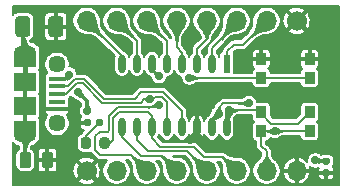
<source format=gtl>
%TF.GenerationSoftware,KiCad,Pcbnew,5.1.7-a382d34a8~87~ubuntu18.04.1*%
%TF.CreationDate,2020-10-28T08:11:05+01:00*%
%TF.ProjectId,CH552_devkit,43483535-325f-4646-9576-6b69742e6b69,rev?*%
%TF.SameCoordinates,Original*%
%TF.FileFunction,Copper,L1,Top*%
%TF.FilePolarity,Positive*%
%FSLAX46Y46*%
G04 Gerber Fmt 4.6, Leading zero omitted, Abs format (unit mm)*
G04 Created by KiCad (PCBNEW 5.1.7-a382d34a8~87~ubuntu18.04.1) date 2020-10-28 08:11:05*
%MOMM*%
%LPD*%
G01*
G04 APERTURE LIST*
%TA.AperFunction,SMDPad,CuDef*%
%ADD10O,0.599440X1.549400*%
%TD*%
%TA.AperFunction,SMDPad,CuDef*%
%ADD11R,0.599440X1.549400*%
%TD*%
%TA.AperFunction,ComponentPad*%
%ADD12O,1.700000X1.700000*%
%TD*%
%TA.AperFunction,ComponentPad*%
%ADD13C,1.700000*%
%TD*%
%TA.AperFunction,SMDPad,CuDef*%
%ADD14R,0.900000X1.000000*%
%TD*%
%TA.AperFunction,SMDPad,CuDef*%
%ADD15R,1.900000X1.200000*%
%TD*%
%TA.AperFunction,ComponentPad*%
%ADD16O,1.900000X1.200000*%
%TD*%
%TA.AperFunction,SMDPad,CuDef*%
%ADD17R,1.900000X1.500000*%
%TD*%
%TA.AperFunction,ComponentPad*%
%ADD18C,1.450000*%
%TD*%
%TA.AperFunction,SMDPad,CuDef*%
%ADD19R,1.350000X0.400000*%
%TD*%
%TA.AperFunction,ViaPad*%
%ADD20C,0.700000*%
%TD*%
%TA.AperFunction,Conductor*%
%ADD21C,0.180000*%
%TD*%
%TA.AperFunction,Conductor*%
%ADD22C,0.350000*%
%TD*%
%TA.AperFunction,Conductor*%
%ADD23C,0.500000*%
%TD*%
%TA.AperFunction,Conductor*%
%ADD24C,0.100000*%
%TD*%
%TA.AperFunction,Conductor*%
%ADD25C,0.025400*%
%TD*%
G04 APERTURE END LIST*
D10*
%TO.P,U1,16*%
%TO.N,+3V3*%
X89382600Y-87330280D03*
%TO.P,U1,15*%
%TO.N,+5V*%
X88112600Y-87330280D03*
%TO.P,U1,14*%
%TO.N,GND*%
X86842600Y-87330280D03*
%TO.P,U1,13*%
%TO.N,/USB_N*%
X85572600Y-87330280D03*
%TO.P,U1,12*%
%TO.N,/USB_P*%
X84302600Y-87330280D03*
%TO.P,U1,11*%
%TO.N,/P3.4*%
X83032600Y-87330280D03*
%TO.P,U1,10*%
%TO.N,/P3.3*%
X81762600Y-87330280D03*
%TO.P,U1,9*%
%TO.N,/P1.1*%
X80492600Y-87330280D03*
%TO.P,U1,8*%
%TO.N,/RX*%
X80492600Y-81935320D03*
%TO.P,U1,7*%
%TO.N,/TX*%
X81762600Y-81935320D03*
%TO.P,U1,6*%
%TO.N,/RST*%
X83032600Y-81935320D03*
%TO.P,U1,5*%
%TO.N,/P1.7*%
X84302600Y-81935320D03*
%TO.P,U1,4*%
%TO.N,/P1.6*%
X85572600Y-81935320D03*
%TO.P,U1,3*%
%TO.N,/P1.5*%
X86842600Y-81935320D03*
%TO.P,U1,2*%
%TO.N,/P1.4*%
X88112600Y-81935320D03*
D11*
%TO.P,U1,1*%
%TO.N,/P3.2*%
X89382600Y-81935320D03*
%TD*%
%TO.P,D3,2*%
%TO.N,Net-(D3-Pad2)*%
%TA.AperFunction,SMDPad,CuDef*%
G36*
G01*
X97962500Y-90488000D02*
X97617500Y-90488000D01*
G75*
G02*
X97470000Y-90340500I0J147500D01*
G01*
X97470000Y-90045500D01*
G75*
G02*
X97617500Y-89898000I147500J0D01*
G01*
X97962500Y-89898000D01*
G75*
G02*
X98110000Y-90045500I0J-147500D01*
G01*
X98110000Y-90340500D01*
G75*
G02*
X97962500Y-90488000I-147500J0D01*
G01*
G37*
%TD.AperFunction*%
%TO.P,D3,1*%
%TO.N,GND*%
%TA.AperFunction,SMDPad,CuDef*%
G36*
G01*
X97962500Y-91458000D02*
X97617500Y-91458000D01*
G75*
G02*
X97470000Y-91310500I0J147500D01*
G01*
X97470000Y-91015500D01*
G75*
G02*
X97617500Y-90868000I147500J0D01*
G01*
X97962500Y-90868000D01*
G75*
G02*
X98110000Y-91015500I0J-147500D01*
G01*
X98110000Y-91310500D01*
G75*
G02*
X97962500Y-91458000I-147500J0D01*
G01*
G37*
%TD.AperFunction*%
%TD*%
%TO.P,R7,1*%
%TO.N,Net-(C4-Pad1)*%
%TA.AperFunction,SMDPad,CuDef*%
G36*
G01*
X71475000Y-79414600D02*
X71475000Y-78164600D01*
G75*
G02*
X71725000Y-77914600I250000J0D01*
G01*
X72475000Y-77914600D01*
G75*
G02*
X72725000Y-78164600I0J-250000D01*
G01*
X72725000Y-79414600D01*
G75*
G02*
X72475000Y-79664600I-250000J0D01*
G01*
X71725000Y-79664600D01*
G75*
G02*
X71475000Y-79414600I0J250000D01*
G01*
G37*
%TD.AperFunction*%
%TO.P,R7,2*%
%TO.N,GND*%
%TA.AperFunction,SMDPad,CuDef*%
G36*
G01*
X74275000Y-79414600D02*
X74275000Y-78164600D01*
G75*
G02*
X74525000Y-77914600I250000J0D01*
G01*
X75275000Y-77914600D01*
G75*
G02*
X75525000Y-78164600I0J-250000D01*
G01*
X75525000Y-79414600D01*
G75*
G02*
X75275000Y-79664600I-250000J0D01*
G01*
X74525000Y-79664600D01*
G75*
G02*
X74275000Y-79414600I0J250000D01*
G01*
G37*
%TD.AperFunction*%
%TD*%
%TO.P,R2,1*%
%TO.N,Net-(D1-Pad2)*%
%TA.AperFunction,SMDPad,CuDef*%
G36*
G01*
X77007000Y-88902250D02*
X77007000Y-88389750D01*
G75*
G02*
X77225750Y-88171000I218750J0D01*
G01*
X77663250Y-88171000D01*
G75*
G02*
X77882000Y-88389750I0J-218750D01*
G01*
X77882000Y-88902250D01*
G75*
G02*
X77663250Y-89121000I-218750J0D01*
G01*
X77225750Y-89121000D01*
G75*
G02*
X77007000Y-88902250I0J218750D01*
G01*
G37*
%TD.AperFunction*%
%TO.P,R2,2*%
%TO.N,/P3.4*%
%TA.AperFunction,SMDPad,CuDef*%
G36*
G01*
X78582000Y-88902250D02*
X78582000Y-88389750D01*
G75*
G02*
X78800750Y-88171000I218750J0D01*
G01*
X79238250Y-88171000D01*
G75*
G02*
X79457000Y-88389750I0J-218750D01*
G01*
X79457000Y-88902250D01*
G75*
G02*
X79238250Y-89121000I-218750J0D01*
G01*
X78800750Y-89121000D01*
G75*
G02*
X78582000Y-88902250I0J218750D01*
G01*
G37*
%TD.AperFunction*%
%TD*%
D12*
%TO.P,J2,8*%
%TO.N,GND*%
X95280000Y-91000000D03*
%TO.P,J2,7*%
%TO.N,/RST*%
X92740000Y-91000000D03*
%TO.P,J2,6*%
%TO.N,/P3.4*%
X90200000Y-91000000D03*
%TO.P,J2,5*%
%TO.N,/P3.3*%
X87660000Y-91000000D03*
%TO.P,J2,4*%
%TO.N,/P1.1*%
X85120000Y-91000000D03*
%TO.P,J2,3*%
%TO.N,/BOOT*%
X82580000Y-91000000D03*
%TO.P,J2,2*%
%TO.N,+5V*%
X80040000Y-91000000D03*
D13*
%TO.P,J2,1*%
%TO.N,GND*%
X77500000Y-91000000D03*
%TD*%
D12*
%TO.P,J1,8*%
%TO.N,/RX*%
X77500000Y-78300000D03*
%TO.P,J1,7*%
%TO.N,/TX*%
X80040000Y-78300000D03*
%TO.P,J1,6*%
%TO.N,/P1.7*%
X82580000Y-78300000D03*
%TO.P,J1,5*%
%TO.N,/P1.6*%
X85120000Y-78300000D03*
%TO.P,J1,4*%
%TO.N,/P1.5*%
X87660000Y-78300000D03*
%TO.P,J1,3*%
%TO.N,/P1.4*%
X90200000Y-78300000D03*
%TO.P,J1,2*%
%TO.N,/P3.2*%
X92740000Y-78300000D03*
D13*
%TO.P,J1,1*%
%TO.N,GND*%
X95280000Y-78300000D03*
%TD*%
D14*
%TO.P,SW2,1*%
%TO.N,Net-(C3-Pad2)*%
X96384400Y-83131600D03*
%TO.P,SW2,2*%
%TO.N,GND*%
X96384400Y-81531600D03*
%TO.P,SW2,1*%
%TO.N,Net-(C3-Pad2)*%
X92284400Y-83131600D03*
%TO.P,SW2,2*%
%TO.N,GND*%
X92284400Y-81531600D03*
%TD*%
%TO.P,SW1,1*%
%TO.N,+3V3*%
X92284400Y-86031600D03*
%TO.P,SW1,2*%
%TO.N,/RST*%
X92284400Y-87631600D03*
%TO.P,SW1,1*%
%TO.N,+3V3*%
X96384400Y-86031600D03*
%TO.P,SW1,2*%
%TO.N,/RST*%
X96384400Y-87631600D03*
%TD*%
D15*
%TO.P,J3,6*%
%TO.N,Net-(C4-Pad1)*%
X72300000Y-81589600D03*
X72300000Y-87389600D03*
D16*
X72300000Y-87989600D03*
X72300000Y-80989600D03*
D17*
X72300000Y-83489600D03*
D18*
X75000000Y-86989600D03*
D19*
%TO.P,J3,3*%
%TO.N,/USB_P*%
X75000000Y-84489600D03*
%TO.P,J3,4*%
%TO.N,Net-(J3-Pad4)*%
X75000000Y-85139600D03*
%TO.P,J3,5*%
%TO.N,GND*%
X75000000Y-85789600D03*
%TO.P,J3,1*%
%TO.N,Net-(F1-Pad1)*%
X75000000Y-83189600D03*
%TO.P,J3,2*%
%TO.N,/USB_N*%
X75000000Y-83839600D03*
D18*
%TO.P,J3,6*%
%TO.N,Net-(C4-Pad1)*%
X75000000Y-81989600D03*
D17*
X72300000Y-85489600D03*
%TD*%
%TO.P,D1,2*%
%TO.N,Net-(D1-Pad2)*%
%TA.AperFunction,SMDPad,CuDef*%
G36*
G01*
X78269600Y-87091300D02*
X78269600Y-86746300D01*
G75*
G02*
X78417100Y-86598800I147500J0D01*
G01*
X78712100Y-86598800D01*
G75*
G02*
X78859600Y-86746300I0J-147500D01*
G01*
X78859600Y-87091300D01*
G75*
G02*
X78712100Y-87238800I-147500J0D01*
G01*
X78417100Y-87238800D01*
G75*
G02*
X78269600Y-87091300I0J147500D01*
G01*
G37*
%TD.AperFunction*%
%TO.P,D1,1*%
%TO.N,GND*%
%TA.AperFunction,SMDPad,CuDef*%
G36*
G01*
X77299600Y-87091300D02*
X77299600Y-86746300D01*
G75*
G02*
X77447100Y-86598800I147500J0D01*
G01*
X77742100Y-86598800D01*
G75*
G02*
X77889600Y-86746300I0J-147500D01*
G01*
X77889600Y-87091300D01*
G75*
G02*
X77742100Y-87238800I-147500J0D01*
G01*
X77447100Y-87238800D01*
G75*
G02*
X77299600Y-87091300I0J147500D01*
G01*
G37*
%TD.AperFunction*%
%TD*%
%TO.P,C4,1*%
%TO.N,Net-(C4-Pad1)*%
%TA.AperFunction,SMDPad,CuDef*%
G36*
G01*
X71825000Y-90545850D02*
X71825000Y-89633350D01*
G75*
G02*
X72068750Y-89389600I243750J0D01*
G01*
X72556250Y-89389600D01*
G75*
G02*
X72800000Y-89633350I0J-243750D01*
G01*
X72800000Y-90545850D01*
G75*
G02*
X72556250Y-90789600I-243750J0D01*
G01*
X72068750Y-90789600D01*
G75*
G02*
X71825000Y-90545850I0J243750D01*
G01*
G37*
%TD.AperFunction*%
%TO.P,C4,2*%
%TO.N,GND*%
%TA.AperFunction,SMDPad,CuDef*%
G36*
G01*
X73700000Y-90545850D02*
X73700000Y-89633350D01*
G75*
G02*
X73943750Y-89389600I243750J0D01*
G01*
X74431250Y-89389600D01*
G75*
G02*
X74675000Y-89633350I0J-243750D01*
G01*
X74675000Y-90545850D01*
G75*
G02*
X74431250Y-90789600I-243750J0D01*
G01*
X73943750Y-90789600D01*
G75*
G02*
X73700000Y-90545850I0J243750D01*
G01*
G37*
%TD.AperFunction*%
%TD*%
D20*
%TO.N,+3V3*%
X89582443Y-85878519D03*
%TO.N,GND*%
X76301600Y-85109600D03*
X86258400Y-88372780D03*
X91550000Y-88950000D03*
X90300000Y-88950000D03*
X91450000Y-90050000D03*
X93677600Y-81531600D03*
X94998400Y-81531600D03*
X90830400Y-81178400D03*
X74105600Y-80682000D03*
X86918800Y-84074000D03*
X87833200Y-84074000D03*
X88747600Y-84074000D03*
X89662000Y-84074000D03*
X90881200Y-82296000D03*
X72000000Y-91500000D03*
X73500000Y-91500000D03*
X75000000Y-91500000D03*
X92500000Y-84500000D03*
X94000000Y-84500000D03*
X95500000Y-84500000D03*
X97000000Y-84500000D03*
X94000000Y-90000000D03*
X76403200Y-81280000D03*
X75805200Y-80682000D03*
X86220000Y-86140000D03*
%TO.N,+5V*%
X76790807Y-84360007D03*
X77558561Y-85940561D03*
X88677590Y-86164791D03*
X91236799Y-85258518D03*
%TO.N,Net-(C3-Pad2)*%
X86207600Y-83108800D03*
%TO.N,/BOOT*%
X83620000Y-85394800D03*
%TO.N,Net-(F1-Pad1)*%
X76034022Y-82854022D03*
%TO.N,/RST*%
X93419600Y-87631600D03*
X83616797Y-83007203D03*
%TO.N,/USB_P*%
X82864479Y-84943590D03*
%TO.N,Net-(D3-Pad2)*%
X96875600Y-90119200D03*
%TD*%
D21*
%TO.N,+3V3*%
X92131319Y-85878519D02*
X92284400Y-86031600D01*
X89582443Y-85878519D02*
X92131319Y-85878519D01*
D22*
X89382600Y-86078362D02*
X89382600Y-87330280D01*
X89582443Y-85878519D02*
X89382600Y-86078362D01*
D21*
X92284400Y-86031600D02*
X92284400Y-86134400D01*
X92284400Y-86134400D02*
X93150000Y-87000000D01*
X95416000Y-87000000D02*
X96384400Y-86031600D01*
X93150000Y-87000000D02*
X95416000Y-87000000D01*
D22*
%TO.N,GND*%
X84531200Y-83718400D02*
X83285824Y-83718400D01*
X82879424Y-83312000D02*
X82296000Y-83312000D01*
X83128407Y-83560983D02*
X81945417Y-83560983D01*
X83146512Y-83579088D02*
X82879424Y-83312000D01*
X83146512Y-83579088D02*
X83128407Y-83560983D01*
X83285824Y-83718400D02*
X83146512Y-83579088D01*
D21*
X74145000Y-85789600D02*
X73750000Y-85394600D01*
X75000000Y-85789600D02*
X74145000Y-85789600D01*
X74145000Y-85789600D02*
X73800000Y-86134600D01*
X73800000Y-86134600D02*
X73800000Y-88389600D01*
X74187500Y-88777100D02*
X74187500Y-90089600D01*
X73800000Y-88389600D02*
X74187500Y-88777100D01*
X76301600Y-85625800D02*
X76301600Y-85109600D01*
X92284400Y-81531600D02*
X93677600Y-81531600D01*
X86258400Y-88372780D02*
X86645580Y-88372780D01*
X86645580Y-88372780D02*
X87376000Y-89103200D01*
X73750000Y-80682000D02*
X74105600Y-80682000D01*
X89662000Y-89103200D02*
X90678000Y-89103200D01*
D22*
X87731600Y-89103200D02*
X87782400Y-89103200D01*
D21*
X87376000Y-89103200D02*
X87782400Y-89103200D01*
X87782400Y-89103200D02*
X89662000Y-89103200D01*
X93677600Y-81531600D02*
X94998400Y-81531600D01*
X94998400Y-81531600D02*
X96384400Y-81531600D01*
X73750000Y-78789600D02*
X74900000Y-78789600D01*
X73750000Y-80682000D02*
X73750000Y-78789600D01*
D22*
X76301600Y-85513000D02*
X76301600Y-85109600D01*
X76025000Y-85789600D02*
X76301600Y-85513000D01*
X75000000Y-85789600D02*
X76025000Y-85789600D01*
D23*
X73750000Y-88339600D02*
X73800000Y-88389600D01*
X73750000Y-82589200D02*
X73750000Y-88339600D01*
D21*
X73750000Y-82589200D02*
X73750000Y-80682000D01*
X73750000Y-85394600D02*
X73750000Y-82589200D01*
D22*
X86842600Y-87330280D02*
X86842600Y-88214200D01*
X86842600Y-88214200D02*
X87731600Y-89103200D01*
D23*
X86842600Y-87788580D02*
X86258400Y-88372780D01*
X86842600Y-87330280D02*
X86842600Y-87788580D01*
X86842600Y-87330280D02*
X86842600Y-87942600D01*
X87127220Y-88372780D02*
X87200000Y-88300000D01*
X86258400Y-88372780D02*
X87127220Y-88372780D01*
X86842600Y-87942600D02*
X87200000Y-88300000D01*
X87200000Y-88300000D02*
X87700000Y-88800000D01*
D21*
X74105600Y-80682000D02*
X75805200Y-80682000D01*
X75805200Y-80682000D02*
X76403200Y-81280000D01*
X76403200Y-81280000D02*
X78384400Y-83261200D01*
X75805200Y-80682000D02*
X75805200Y-80682000D01*
X86842600Y-87330280D02*
X86842600Y-86152600D01*
X86842600Y-86152600D02*
X86830000Y-86140000D01*
D22*
%TO.N,+5V*%
X76790807Y-84360007D02*
X77558561Y-85127761D01*
X77558561Y-85127761D02*
X77558561Y-85940561D01*
X88112600Y-87330280D02*
X88112600Y-86729781D01*
X88112600Y-86729781D02*
X88677590Y-86164791D01*
D21*
X88677590Y-86164791D02*
X88677590Y-85669817D01*
X88677590Y-85669817D02*
X89088889Y-85258518D01*
X91236799Y-85258518D02*
X91236800Y-85258519D01*
X90948118Y-85258518D02*
X91236799Y-85258518D01*
X89088889Y-85258518D02*
X90948118Y-85258518D01*
%TO.N,Net-(C3-Pad2)*%
X92284400Y-83131600D02*
X96384400Y-83131600D01*
X92261600Y-83108800D02*
X92284400Y-83131600D01*
X86207600Y-83108800D02*
X92261600Y-83108800D01*
D22*
%TO.N,Net-(C4-Pad1)*%
X72300000Y-81589600D02*
X72300000Y-83489600D01*
X72300000Y-83489600D02*
X72300000Y-85489600D01*
X72300000Y-85489600D02*
X72300000Y-87989600D01*
X72312500Y-88002100D02*
X72300000Y-87989600D01*
X72312500Y-90089600D02*
X72312500Y-88002100D01*
X72100000Y-80789600D02*
X72300000Y-80989600D01*
X72100000Y-78789600D02*
X72100000Y-80789600D01*
D21*
%TO.N,Net-(D1-Pad2)*%
X77444500Y-88038900D02*
X77444500Y-88646000D01*
X78564600Y-86918800D02*
X77444500Y-88038900D01*
%TO.N,/BOOT*%
X78638400Y-89662000D02*
X81242000Y-89662000D01*
X78232000Y-89255600D02*
X78638400Y-89662000D01*
X81242000Y-89662000D02*
X82580000Y-91000000D01*
X80152447Y-85606822D02*
X79395990Y-86363279D01*
X79395990Y-87583610D02*
X79298800Y-87680800D01*
X79298800Y-87680800D02*
X78638400Y-87680800D01*
X78638400Y-87680800D02*
X78232000Y-88087200D01*
X78232000Y-88087200D02*
X78232000Y-89255600D01*
X83353978Y-85606822D02*
X80152447Y-85606822D01*
X83667600Y-85293200D02*
X83353978Y-85606822D01*
X79395990Y-86363279D02*
X79395990Y-87583610D01*
D22*
%TO.N,Net-(F1-Pad1)*%
X75000000Y-83189600D02*
X75698444Y-83189600D01*
X75698444Y-83189600D02*
X76034022Y-82854022D01*
D21*
%TO.N,/RST*%
X92740000Y-91635000D02*
X92740000Y-89336400D01*
X92284400Y-88880800D02*
X92284400Y-87631600D01*
X92740000Y-89336400D02*
X92284400Y-88880800D01*
X92284400Y-87631600D02*
X93419600Y-87631600D01*
X83032600Y-81935320D02*
X83032600Y-82423006D01*
X83032600Y-82423006D02*
X83616797Y-83007203D01*
X93419600Y-87631600D02*
X96384400Y-87631600D01*
%TO.N,/P1.7*%
X82580000Y-79022870D02*
X82580000Y-78300000D01*
X82580000Y-78312800D02*
X82580000Y-78300000D01*
X84302600Y-81935320D02*
X84302600Y-80035400D01*
X84302600Y-80035400D02*
X82580000Y-78312800D01*
%TO.N,/P1.6*%
X85243530Y-78423530D02*
X85120000Y-78300000D01*
X85572600Y-81935320D02*
X85572600Y-81000600D01*
X85120000Y-80548000D02*
X85120000Y-78300000D01*
X85572600Y-81000600D02*
X85120000Y-80548000D01*
%TO.N,/P1.5*%
X86842600Y-81935320D02*
X86842600Y-80695800D01*
X87660000Y-79878400D02*
X87660000Y-78300000D01*
X86842600Y-80695800D02*
X87660000Y-79878400D01*
%TO.N,/P1.4*%
X88112600Y-81935320D02*
X88112600Y-80645000D01*
X90200000Y-78557600D02*
X90200000Y-78300000D01*
X88112600Y-80645000D02*
X90200000Y-78557600D01*
%TO.N,/P1.1*%
X80492600Y-87330280D02*
X80492600Y-88112600D01*
X80492600Y-88112600D02*
X82092800Y-89712800D01*
X83832800Y-89712800D02*
X85120000Y-91000000D01*
X82092800Y-89712800D02*
X83832800Y-89712800D01*
%TO.N,/P3.4*%
X83032600Y-87330280D02*
X83032600Y-88265000D01*
X83760380Y-88992780D02*
X86605180Y-88992780D01*
X83032600Y-88265000D02*
X83760380Y-88992780D01*
X86605180Y-88992780D02*
X87426800Y-89814400D01*
X89014400Y-89814400D02*
X90200000Y-91000000D01*
X87426800Y-89814400D02*
X89014400Y-89814400D01*
X79502000Y-88646000D02*
X79019500Y-88646000D01*
X83032600Y-87330280D02*
X83032600Y-86375580D01*
X82712220Y-86055200D02*
X80213200Y-86055200D01*
X80213200Y-86055200D02*
X79756000Y-86512400D01*
X79756000Y-86512400D02*
X79756000Y-88392000D01*
X83032600Y-86375580D02*
X82712220Y-86055200D01*
X79756000Y-88392000D02*
X79502000Y-88646000D01*
%TO.N,/P3.3*%
X81762600Y-87330280D02*
X81762600Y-88417400D01*
X81762600Y-88417400D02*
X82697990Y-89352790D01*
X86012790Y-89352790D02*
X87660000Y-91000000D01*
X82697990Y-89352790D02*
X86012790Y-89352790D01*
%TO.N,/P3.2*%
X89382600Y-80899000D02*
X89382600Y-81935320D01*
X89968600Y-80313000D02*
X89382600Y-80899000D01*
X92740000Y-78300000D02*
X90727000Y-80313000D01*
X90727000Y-80313000D02*
X89968600Y-80313000D01*
%TO.N,/TX*%
X81762600Y-81935320D02*
X81762600Y-79984600D01*
X80078000Y-78300000D02*
X80040000Y-78300000D01*
X81762600Y-79984600D02*
X80078000Y-78300000D01*
%TO.N,/RX*%
X77500000Y-77665000D02*
X77500000Y-78160400D01*
X80492600Y-81292600D02*
X77500000Y-78300000D01*
X80492600Y-81935320D02*
X80492600Y-81292600D01*
%TO.N,/USB_P*%
X78846011Y-85246811D02*
X77169611Y-83570411D01*
X77169611Y-83570411D02*
X76703589Y-83570411D01*
X75784400Y-84489600D02*
X75000000Y-84489600D01*
X76703589Y-83570411D02*
X75784400Y-84489600D01*
X84302600Y-85159798D02*
X83917601Y-84774799D01*
X84302600Y-87330280D02*
X84302600Y-85159798D01*
X82946090Y-85025201D02*
X82864479Y-84943590D01*
X83075201Y-85025201D02*
X82946090Y-85025201D01*
X83475201Y-84774799D02*
X83325603Y-84774799D01*
X83917601Y-84774799D02*
X83475201Y-84774799D01*
X82400032Y-84943590D02*
X82096811Y-85246811D01*
X82864479Y-84943590D02*
X82400032Y-84943590D01*
X82096811Y-85246811D02*
X78846011Y-85246811D01*
X83475201Y-84774799D02*
X83325201Y-84774799D01*
X82958069Y-84850000D02*
X82864479Y-84943590D01*
X83250000Y-84850000D02*
X82958069Y-84850000D01*
X83250000Y-84850000D02*
X83325201Y-84774799D01*
%TO.N,/USB_N*%
X85572600Y-85920666D02*
X85572600Y-87330280D01*
X82126410Y-84323590D02*
X83975524Y-84323590D01*
X75925268Y-83839600D02*
X76554468Y-83210400D01*
X75000000Y-83839600D02*
X75925268Y-83839600D01*
X78998975Y-84886800D02*
X81563200Y-84886800D01*
X76554468Y-83210400D02*
X77322575Y-83210400D01*
X83975524Y-84323590D02*
X85572600Y-85920666D01*
X77322575Y-83210400D02*
X78998975Y-84886800D01*
X81563200Y-84886800D02*
X82126410Y-84323590D01*
%TO.N,Net-(D3-Pad2)*%
X97790000Y-90193000D02*
X96949400Y-90193000D01*
X96949400Y-90193000D02*
X96875600Y-90119200D01*
%TD*%
%TO.N,GND*%
X98885001Y-92235000D02*
X71231000Y-92235000D01*
X71231000Y-91843226D01*
X76776983Y-91843226D01*
X76867695Y-92014903D01*
X77077843Y-92118759D01*
X77304213Y-92179621D01*
X77538108Y-92195151D01*
X77770538Y-92164753D01*
X77992572Y-92089592D01*
X78132305Y-92014903D01*
X78223017Y-91843226D01*
X77500000Y-91120208D01*
X76776983Y-91843226D01*
X71231000Y-91843226D01*
X71231000Y-88595226D01*
X71282104Y-88657496D01*
X71425237Y-88774963D01*
X71588537Y-88862249D01*
X71765728Y-88915999D01*
X71782593Y-88917660D01*
X71787904Y-88943036D01*
X71794189Y-88989529D01*
X71797501Y-89039411D01*
X71797500Y-89117760D01*
X71743522Y-89146612D01*
X71654813Y-89219413D01*
X71582012Y-89308122D01*
X71527916Y-89409329D01*
X71494603Y-89519145D01*
X71483355Y-89633350D01*
X71483355Y-90545850D01*
X71494603Y-90660055D01*
X71527916Y-90769871D01*
X71582012Y-90871078D01*
X71654813Y-90959787D01*
X71743522Y-91032588D01*
X71844729Y-91086684D01*
X71954545Y-91119997D01*
X72068750Y-91131245D01*
X72556250Y-91131245D01*
X72670455Y-91119997D01*
X72780271Y-91086684D01*
X72881478Y-91032588D01*
X72970187Y-90959787D01*
X73042988Y-90871078D01*
X73086538Y-90789600D01*
X73358355Y-90789600D01*
X73364920Y-90856252D01*
X73384361Y-90920342D01*
X73415933Y-90979408D01*
X73458421Y-91031179D01*
X73510192Y-91073667D01*
X73569258Y-91105239D01*
X73633348Y-91124680D01*
X73700000Y-91131245D01*
X74017500Y-91129600D01*
X74102500Y-91044600D01*
X74102500Y-90174600D01*
X74272500Y-90174600D01*
X74272500Y-91044600D01*
X74357500Y-91129600D01*
X74675000Y-91131245D01*
X74741652Y-91124680D01*
X74805742Y-91105239D01*
X74864808Y-91073667D01*
X74908136Y-91038108D01*
X76304849Y-91038108D01*
X76335247Y-91270538D01*
X76410408Y-91492572D01*
X76485097Y-91632305D01*
X76656774Y-91723017D01*
X77379792Y-91000000D01*
X77620208Y-91000000D01*
X78343226Y-91723017D01*
X78514903Y-91632305D01*
X78618759Y-91422157D01*
X78679621Y-91195787D01*
X78695151Y-90961892D01*
X78664753Y-90729462D01*
X78589592Y-90507428D01*
X78514903Y-90367695D01*
X78343226Y-90276983D01*
X77620208Y-91000000D01*
X77379792Y-91000000D01*
X76656774Y-90276983D01*
X76485097Y-90367695D01*
X76381241Y-90577843D01*
X76320379Y-90804213D01*
X76304849Y-91038108D01*
X74908136Y-91038108D01*
X74916579Y-91031179D01*
X74959067Y-90979408D01*
X74990639Y-90920342D01*
X75010080Y-90856252D01*
X75016645Y-90789600D01*
X75015000Y-90259600D01*
X74930000Y-90174600D01*
X74272500Y-90174600D01*
X74102500Y-90174600D01*
X73445000Y-90174600D01*
X73360000Y-90259600D01*
X73358355Y-90789600D01*
X73086538Y-90789600D01*
X73097084Y-90769871D01*
X73130397Y-90660055D01*
X73141645Y-90545850D01*
X73141645Y-90156774D01*
X76776983Y-90156774D01*
X77500000Y-90879792D01*
X78223017Y-90156774D01*
X78132305Y-89985097D01*
X77922157Y-89881241D01*
X77695787Y-89820379D01*
X77461892Y-89804849D01*
X77229462Y-89835247D01*
X77007428Y-89910408D01*
X76867695Y-89985097D01*
X76776983Y-90156774D01*
X73141645Y-90156774D01*
X73141645Y-89633350D01*
X73130397Y-89519145D01*
X73097084Y-89409329D01*
X73086539Y-89389600D01*
X73358355Y-89389600D01*
X73360000Y-89919600D01*
X73445000Y-90004600D01*
X74102500Y-90004600D01*
X74102500Y-89134600D01*
X74272500Y-89134600D01*
X74272500Y-90004600D01*
X74930000Y-90004600D01*
X75015000Y-89919600D01*
X75016645Y-89389600D01*
X75010080Y-89322948D01*
X74990639Y-89258858D01*
X74959067Y-89199792D01*
X74916579Y-89148021D01*
X74864808Y-89105533D01*
X74805742Y-89073961D01*
X74741652Y-89054520D01*
X74675000Y-89047955D01*
X74357500Y-89049600D01*
X74272500Y-89134600D01*
X74102500Y-89134600D01*
X74017500Y-89049600D01*
X73700000Y-89047955D01*
X73633348Y-89054520D01*
X73569258Y-89073961D01*
X73510192Y-89105533D01*
X73458421Y-89148021D01*
X73415933Y-89199792D01*
X73384361Y-89258858D01*
X73364920Y-89322948D01*
X73358355Y-89389600D01*
X73086539Y-89389600D01*
X73042988Y-89308122D01*
X72970187Y-89219413D01*
X72881478Y-89146612D01*
X72827500Y-89117760D01*
X72827500Y-89028486D01*
X72827562Y-88968279D01*
X72830871Y-88923894D01*
X72832051Y-88916218D01*
X72834272Y-88915999D01*
X73011463Y-88862249D01*
X73174763Y-88774963D01*
X73317896Y-88657496D01*
X73435363Y-88514363D01*
X73522649Y-88351063D01*
X73576399Y-88173872D01*
X73594548Y-87989600D01*
X73591645Y-87960125D01*
X73591645Y-86884707D01*
X73935000Y-86884707D01*
X73935000Y-87094493D01*
X73975927Y-87300249D01*
X74056209Y-87494067D01*
X74172761Y-87668498D01*
X74321102Y-87816839D01*
X74495533Y-87933391D01*
X74689351Y-88013673D01*
X74895107Y-88054600D01*
X75104893Y-88054600D01*
X75310649Y-88013673D01*
X75504467Y-87933391D01*
X75678898Y-87816839D01*
X75827239Y-87668498D01*
X75943791Y-87494067D01*
X76024073Y-87300249D01*
X76065000Y-87094493D01*
X76065000Y-86884707D01*
X76024073Y-86678951D01*
X75943791Y-86485133D01*
X75827239Y-86310702D01*
X75816191Y-86299654D01*
X75864808Y-86273667D01*
X75916579Y-86231179D01*
X75959067Y-86179408D01*
X75990639Y-86120342D01*
X76010080Y-86056252D01*
X76016645Y-85989600D01*
X76015000Y-85959600D01*
X75930000Y-85874600D01*
X75085000Y-85874600D01*
X75085000Y-85894600D01*
X74915000Y-85894600D01*
X74915000Y-85874600D01*
X74070000Y-85874600D01*
X73985000Y-85959600D01*
X73983355Y-85989600D01*
X73989920Y-86056252D01*
X74009361Y-86120342D01*
X74040933Y-86179408D01*
X74083421Y-86231179D01*
X74135192Y-86273667D01*
X74183809Y-86299654D01*
X74172761Y-86310702D01*
X74056209Y-86485133D01*
X73975927Y-86678951D01*
X73935000Y-86884707D01*
X73591645Y-86884707D01*
X73591645Y-86789600D01*
X73585080Y-86722948D01*
X73565639Y-86658858D01*
X73534067Y-86599792D01*
X73491579Y-86548021D01*
X73450856Y-86514600D01*
X73491579Y-86481179D01*
X73534067Y-86429408D01*
X73565639Y-86370342D01*
X73585080Y-86306252D01*
X73591645Y-86239600D01*
X73591645Y-84739600D01*
X73585080Y-84672948D01*
X73565639Y-84608858D01*
X73534067Y-84549792D01*
X73491579Y-84498021D01*
X73481318Y-84489600D01*
X73491579Y-84481179D01*
X73534067Y-84429408D01*
X73565639Y-84370342D01*
X73585080Y-84306252D01*
X73591645Y-84239600D01*
X73591645Y-82739600D01*
X73585080Y-82672948D01*
X73565639Y-82608858D01*
X73534067Y-82549792D01*
X73491579Y-82498021D01*
X73450856Y-82464600D01*
X73491579Y-82431179D01*
X73534067Y-82379408D01*
X73565639Y-82320342D01*
X73585080Y-82256252D01*
X73591645Y-82189600D01*
X73591645Y-81884707D01*
X73935000Y-81884707D01*
X73935000Y-82094493D01*
X73975927Y-82300249D01*
X74056209Y-82494067D01*
X74172761Y-82668498D01*
X74183809Y-82679546D01*
X74135192Y-82705533D01*
X74083421Y-82748021D01*
X74040933Y-82799792D01*
X74009361Y-82858858D01*
X73989920Y-82922948D01*
X73983355Y-82989600D01*
X73983355Y-83389600D01*
X73989920Y-83456252D01*
X74007619Y-83514600D01*
X73989920Y-83572948D01*
X73983355Y-83639600D01*
X73983355Y-84039600D01*
X73989920Y-84106252D01*
X74007619Y-84164600D01*
X73989920Y-84222948D01*
X73983355Y-84289600D01*
X73983355Y-84689600D01*
X73989920Y-84756252D01*
X74007619Y-84814600D01*
X73989920Y-84872948D01*
X73983355Y-84939600D01*
X73983355Y-85339600D01*
X73989920Y-85406252D01*
X74007619Y-85464600D01*
X73989920Y-85522948D01*
X73983355Y-85589600D01*
X73985000Y-85619600D01*
X74070000Y-85704600D01*
X74915000Y-85704600D01*
X74915000Y-85684600D01*
X75085000Y-85684600D01*
X75085000Y-85704600D01*
X75930000Y-85704600D01*
X76015000Y-85619600D01*
X76016645Y-85589600D01*
X76010080Y-85522948D01*
X75992381Y-85464600D01*
X76010080Y-85406252D01*
X76016645Y-85339600D01*
X76016645Y-84939600D01*
X76010080Y-84872948D01*
X76005798Y-84858831D01*
X76024451Y-84848861D01*
X76089927Y-84795127D01*
X76103395Y-84778716D01*
X76185717Y-84696394D01*
X76254849Y-84799857D01*
X76350957Y-84895965D01*
X76463969Y-84971477D01*
X76589541Y-85023491D01*
X76722848Y-85050007D01*
X76752488Y-85050007D01*
X77043561Y-85341081D01*
X77043561Y-85479753D01*
X77022603Y-85500711D01*
X76947091Y-85613723D01*
X76895077Y-85739295D01*
X76868561Y-85872602D01*
X76868561Y-86008520D01*
X76895077Y-86141827D01*
X76947091Y-86267399D01*
X77022603Y-86380411D01*
X77031603Y-86389411D01*
X77015533Y-86408992D01*
X76983961Y-86468058D01*
X76964520Y-86532148D01*
X76957955Y-86598800D01*
X76959600Y-86748800D01*
X77044600Y-86833800D01*
X77509600Y-86833800D01*
X77509600Y-86813800D01*
X77679600Y-86813800D01*
X77679600Y-86833800D01*
X77699600Y-86833800D01*
X77699600Y-87003800D01*
X77679600Y-87003800D01*
X77679600Y-87023800D01*
X77509600Y-87023800D01*
X77509600Y-87003800D01*
X77044600Y-87003800D01*
X76959600Y-87088800D01*
X76957955Y-87238800D01*
X76964520Y-87305452D01*
X76983961Y-87369542D01*
X77015533Y-87428608D01*
X77058021Y-87480379D01*
X77109792Y-87522867D01*
X77168858Y-87554439D01*
X77232948Y-87573880D01*
X77295270Y-87580019D01*
X77155384Y-87719905D01*
X77138973Y-87733373D01*
X77085239Y-87798850D01*
X77052874Y-87859400D01*
X77011296Y-87872013D01*
X76914411Y-87923799D01*
X76829491Y-87993491D01*
X76759799Y-88078411D01*
X76708013Y-88175296D01*
X76676123Y-88280422D01*
X76665355Y-88389750D01*
X76665355Y-88902250D01*
X76676123Y-89011578D01*
X76708013Y-89116704D01*
X76759799Y-89213589D01*
X76829491Y-89298509D01*
X76914411Y-89368201D01*
X77011296Y-89419987D01*
X77116422Y-89451877D01*
X77225750Y-89462645D01*
X77663250Y-89462645D01*
X77772578Y-89451877D01*
X77838631Y-89431840D01*
X77872739Y-89495650D01*
X77877745Y-89501750D01*
X77926474Y-89561127D01*
X77942879Y-89574590D01*
X78319409Y-89951121D01*
X78332873Y-89967527D01*
X78359775Y-89989604D01*
X78398348Y-90021261D01*
X78438277Y-90042603D01*
X78473050Y-90061190D01*
X78554105Y-90085778D01*
X78617281Y-90092000D01*
X78617282Y-90092000D01*
X78638399Y-90094080D01*
X78659516Y-90092000D01*
X79265086Y-90092000D01*
X79115667Y-90241419D01*
X78985436Y-90436324D01*
X78895731Y-90652890D01*
X78850000Y-90882795D01*
X78850000Y-91117205D01*
X78895731Y-91347110D01*
X78985436Y-91563676D01*
X79115667Y-91758581D01*
X79281419Y-91924333D01*
X79476324Y-92054564D01*
X79692890Y-92144269D01*
X79922795Y-92190000D01*
X80157205Y-92190000D01*
X80387110Y-92144269D01*
X80603676Y-92054564D01*
X80798581Y-91924333D01*
X80964333Y-91758581D01*
X81094564Y-91563676D01*
X81184269Y-91347110D01*
X81230000Y-91117205D01*
X81230000Y-90882795D01*
X81184269Y-90652890D01*
X81094564Y-90436324D01*
X80964333Y-90241419D01*
X80814914Y-90092000D01*
X81057827Y-90092000D01*
X81060165Y-90094508D01*
X81132019Y-90183880D01*
X81194264Y-90274855D01*
X81247364Y-90367655D01*
X81291725Y-90462607D01*
X81327700Y-90560216D01*
X81355497Y-90661016D01*
X81375191Y-90765619D01*
X81386698Y-90874538D01*
X81390000Y-90994595D01*
X81390000Y-91117205D01*
X81435731Y-91347110D01*
X81525436Y-91563676D01*
X81655667Y-91758581D01*
X81821419Y-91924333D01*
X82016324Y-92054564D01*
X82232890Y-92144269D01*
X82462795Y-92190000D01*
X82697205Y-92190000D01*
X82927110Y-92144269D01*
X83143676Y-92054564D01*
X83338581Y-91924333D01*
X83504333Y-91758581D01*
X83634564Y-91563676D01*
X83724269Y-91347110D01*
X83770000Y-91117205D01*
X83770000Y-90882795D01*
X83724269Y-90652890D01*
X83634564Y-90436324D01*
X83504333Y-90241419D01*
X83405714Y-90142800D01*
X83640453Y-90142800D01*
X83678042Y-90189739D01*
X83738656Y-90278893D01*
X83790421Y-90370143D01*
X83833735Y-90463859D01*
X83868923Y-90560563D01*
X83896159Y-90660802D01*
X83915480Y-90765173D01*
X83926777Y-90874183D01*
X83930000Y-90994450D01*
X83930000Y-91117205D01*
X83975731Y-91347110D01*
X84065436Y-91563676D01*
X84195667Y-91758581D01*
X84361419Y-91924333D01*
X84556324Y-92054564D01*
X84772890Y-92144269D01*
X85002795Y-92190000D01*
X85237205Y-92190000D01*
X85467110Y-92144269D01*
X85683676Y-92054564D01*
X85878581Y-91924333D01*
X86044333Y-91758581D01*
X86174564Y-91563676D01*
X86264269Y-91347110D01*
X86310000Y-91117205D01*
X86310000Y-90882795D01*
X86264269Y-90652890D01*
X86174564Y-90436324D01*
X86044333Y-90241419D01*
X85878581Y-90075667D01*
X85683676Y-89945436D01*
X85467110Y-89855731D01*
X85237205Y-89810000D01*
X85114450Y-89810000D01*
X84994183Y-89806777D01*
X84885173Y-89795480D01*
X84816622Y-89782790D01*
X85834679Y-89782790D01*
X86054334Y-90002445D01*
X86140165Y-90094508D01*
X86212019Y-90183880D01*
X86274264Y-90274855D01*
X86327364Y-90367655D01*
X86371725Y-90462607D01*
X86407700Y-90560216D01*
X86435497Y-90661016D01*
X86455191Y-90765619D01*
X86466698Y-90874538D01*
X86470000Y-90994595D01*
X86470000Y-91117205D01*
X86515731Y-91347110D01*
X86605436Y-91563676D01*
X86735667Y-91758581D01*
X86901419Y-91924333D01*
X87096324Y-92054564D01*
X87312890Y-92144269D01*
X87542795Y-92190000D01*
X87777205Y-92190000D01*
X88007110Y-92144269D01*
X88223676Y-92054564D01*
X88418581Y-91924333D01*
X88584333Y-91758581D01*
X88714564Y-91563676D01*
X88804269Y-91347110D01*
X88850000Y-91117205D01*
X88850000Y-90882795D01*
X88804269Y-90652890D01*
X88714564Y-90436324D01*
X88586325Y-90244400D01*
X88815437Y-90244400D01*
X88817144Y-90246638D01*
X88861541Y-90317196D01*
X88900289Y-90392960D01*
X88933496Y-90474609D01*
X88961085Y-90562749D01*
X88982841Y-90657892D01*
X88998462Y-90760408D01*
X89007600Y-90870512D01*
X89010000Y-90992634D01*
X89010000Y-91117205D01*
X89055731Y-91347110D01*
X89145436Y-91563676D01*
X89275667Y-91758581D01*
X89441419Y-91924333D01*
X89636324Y-92054564D01*
X89852890Y-92144269D01*
X90082795Y-92190000D01*
X90317205Y-92190000D01*
X90547110Y-92144269D01*
X90763676Y-92054564D01*
X90958581Y-91924333D01*
X91124333Y-91758581D01*
X91254564Y-91563676D01*
X91344269Y-91347110D01*
X91390000Y-91117205D01*
X91390000Y-90882795D01*
X91344269Y-90652890D01*
X91254564Y-90436324D01*
X91124333Y-90241419D01*
X90958581Y-90075667D01*
X90763676Y-89945436D01*
X90547110Y-89855731D01*
X90317205Y-89810000D01*
X90192634Y-89810000D01*
X90070512Y-89807600D01*
X89960408Y-89798462D01*
X89857892Y-89782841D01*
X89762749Y-89761085D01*
X89674609Y-89733496D01*
X89592960Y-89700289D01*
X89517196Y-89661541D01*
X89446638Y-89617144D01*
X89380623Y-89566793D01*
X89327735Y-89518387D01*
X89319927Y-89508873D01*
X89254451Y-89455139D01*
X89179750Y-89415210D01*
X89098695Y-89390622D01*
X89035519Y-89384400D01*
X89035517Y-89384400D01*
X89014400Y-89382320D01*
X88993283Y-89384400D01*
X87604912Y-89384400D01*
X86924175Y-88703664D01*
X86910707Y-88687253D01*
X86845231Y-88633519D01*
X86770530Y-88593590D01*
X86689475Y-88569002D01*
X86626299Y-88562780D01*
X86626297Y-88562780D01*
X86605180Y-88560700D01*
X86584063Y-88562780D01*
X83938492Y-88562780D01*
X83554018Y-88178307D01*
X83567081Y-88162389D01*
X83626484Y-88051255D01*
X83663063Y-87930667D01*
X83667600Y-87884603D01*
X83672137Y-87930666D01*
X83708716Y-88051254D01*
X83768119Y-88162388D01*
X83848061Y-88259799D01*
X83945471Y-88339741D01*
X84056605Y-88399144D01*
X84177193Y-88435723D01*
X84302600Y-88448075D01*
X84428006Y-88435723D01*
X84548594Y-88399144D01*
X84659728Y-88339741D01*
X84757139Y-88259799D01*
X84837081Y-88162389D01*
X84896484Y-88051255D01*
X84933063Y-87930667D01*
X84937600Y-87884603D01*
X84942137Y-87930666D01*
X84978716Y-88051254D01*
X85038119Y-88162388D01*
X85118061Y-88259799D01*
X85215471Y-88339741D01*
X85326605Y-88399144D01*
X85447193Y-88435723D01*
X85572600Y-88448075D01*
X85698006Y-88435723D01*
X85818594Y-88399144D01*
X85929728Y-88339741D01*
X86027139Y-88259799D01*
X86107081Y-88162389D01*
X86166484Y-88051255D01*
X86203063Y-87930667D01*
X86205811Y-87902764D01*
X86231755Y-88013430D01*
X86284104Y-88128600D01*
X86357916Y-88231344D01*
X86450354Y-88317714D01*
X86557866Y-88384391D01*
X86659460Y-88418205D01*
X86757600Y-88353429D01*
X86757600Y-87415280D01*
X86737600Y-87415280D01*
X86737600Y-87245280D01*
X86757600Y-87245280D01*
X86757600Y-86307131D01*
X86927600Y-86307131D01*
X86927600Y-87245280D01*
X86947600Y-87245280D01*
X86947600Y-87415280D01*
X86927600Y-87415280D01*
X86927600Y-88353429D01*
X87025740Y-88418205D01*
X87127334Y-88384391D01*
X87234846Y-88317714D01*
X87327284Y-88231344D01*
X87401096Y-88128600D01*
X87453445Y-88013430D01*
X87479389Y-87902764D01*
X87482137Y-87930666D01*
X87518716Y-88051254D01*
X87578119Y-88162388D01*
X87658061Y-88259799D01*
X87755471Y-88339741D01*
X87866605Y-88399144D01*
X87987193Y-88435723D01*
X88112600Y-88448075D01*
X88238006Y-88435723D01*
X88358594Y-88399144D01*
X88469728Y-88339741D01*
X88567139Y-88259799D01*
X88647081Y-88162389D01*
X88706484Y-88051255D01*
X88743063Y-87930667D01*
X88747600Y-87884603D01*
X88752137Y-87930666D01*
X88788716Y-88051254D01*
X88848119Y-88162388D01*
X88928061Y-88259799D01*
X89025471Y-88339741D01*
X89136605Y-88399144D01*
X89257193Y-88435723D01*
X89382600Y-88448075D01*
X89508006Y-88435723D01*
X89628594Y-88399144D01*
X89739728Y-88339741D01*
X89837139Y-88259799D01*
X89917081Y-88162389D01*
X89976484Y-88051255D01*
X90013063Y-87930667D01*
X90022320Y-87836683D01*
X90022320Y-86823877D01*
X90013063Y-86729893D01*
X89976484Y-86609305D01*
X89945054Y-86550504D01*
X89953647Y-86536675D01*
X89982326Y-86491613D01*
X90007799Y-86452736D01*
X90029867Y-86420249D01*
X90047938Y-86394844D01*
X90061262Y-86377220D01*
X90067974Y-86369060D01*
X90070941Y-86365880D01*
X90087560Y-86350155D01*
X90099118Y-86340814D01*
X90110128Y-86333303D01*
X90120939Y-86327176D01*
X90132008Y-86322081D01*
X90143889Y-86317777D01*
X90157163Y-86314176D01*
X90172367Y-86311334D01*
X90189970Y-86309428D01*
X90216045Y-86308519D01*
X91492755Y-86308519D01*
X91492755Y-86531600D01*
X91499320Y-86598252D01*
X91518761Y-86662342D01*
X91550333Y-86721408D01*
X91592821Y-86773179D01*
X91644592Y-86815667D01*
X91674400Y-86831600D01*
X91644592Y-86847533D01*
X91592821Y-86890021D01*
X91550333Y-86941792D01*
X91518761Y-87000858D01*
X91499320Y-87064948D01*
X91492755Y-87131600D01*
X91492755Y-88131600D01*
X91499320Y-88198252D01*
X91518761Y-88262342D01*
X91550333Y-88321408D01*
X91592821Y-88373179D01*
X91644592Y-88415667D01*
X91703658Y-88447239D01*
X91767748Y-88466680D01*
X91834400Y-88473245D01*
X91854400Y-88473245D01*
X91854400Y-88859683D01*
X91852320Y-88880800D01*
X91854400Y-88901917D01*
X91854400Y-88901918D01*
X91860622Y-88965094D01*
X91885210Y-89046149D01*
X91925139Y-89120850D01*
X91978873Y-89186327D01*
X91995283Y-89199795D01*
X92310001Y-89514513D01*
X92310001Y-89720829D01*
X92301474Y-89732253D01*
X92264609Y-89777112D01*
X92215448Y-89833086D01*
X92154742Y-89898919D01*
X92082924Y-89973949D01*
X92000269Y-90057791D01*
X91983880Y-90074023D01*
X91981419Y-90075667D01*
X91815667Y-90241419D01*
X91685436Y-90436324D01*
X91595731Y-90652890D01*
X91550000Y-90882795D01*
X91550000Y-91117205D01*
X91595731Y-91347110D01*
X91685436Y-91563676D01*
X91815667Y-91758581D01*
X91981419Y-91924333D01*
X92176324Y-92054564D01*
X92392890Y-92144269D01*
X92622795Y-92190000D01*
X92857205Y-92190000D01*
X93087110Y-92144269D01*
X93303676Y-92054564D01*
X93498581Y-91924333D01*
X93664333Y-91758581D01*
X93794564Y-91563676D01*
X93884269Y-91347110D01*
X93899679Y-91269636D01*
X94120946Y-91269636D01*
X94195820Y-91490575D01*
X94312359Y-91692662D01*
X94466084Y-91868130D01*
X94651087Y-92010236D01*
X94860259Y-92113519D01*
X95010365Y-92159050D01*
X95195000Y-92101726D01*
X95195000Y-91085000D01*
X95365000Y-91085000D01*
X95365000Y-92101726D01*
X95549635Y-92159050D01*
X95699741Y-92113519D01*
X95908913Y-92010236D01*
X96093916Y-91868130D01*
X96247641Y-91692662D01*
X96364180Y-91490575D01*
X96375219Y-91458000D01*
X97128355Y-91458000D01*
X97134920Y-91524652D01*
X97154361Y-91588742D01*
X97185933Y-91647808D01*
X97228421Y-91699579D01*
X97280192Y-91742067D01*
X97339258Y-91773639D01*
X97403348Y-91793080D01*
X97470000Y-91799645D01*
X97620000Y-91798000D01*
X97705000Y-91713000D01*
X97705000Y-91248000D01*
X97875000Y-91248000D01*
X97875000Y-91713000D01*
X97960000Y-91798000D01*
X98110000Y-91799645D01*
X98176652Y-91793080D01*
X98240742Y-91773639D01*
X98299808Y-91742067D01*
X98351579Y-91699579D01*
X98394067Y-91647808D01*
X98425639Y-91588742D01*
X98445080Y-91524652D01*
X98451645Y-91458000D01*
X98450000Y-91333000D01*
X98365000Y-91248000D01*
X97875000Y-91248000D01*
X97705000Y-91248000D01*
X97215000Y-91248000D01*
X97130000Y-91333000D01*
X97128355Y-91458000D01*
X96375219Y-91458000D01*
X96439054Y-91269636D01*
X96381964Y-91085000D01*
X95365000Y-91085000D01*
X95195000Y-91085000D01*
X94178036Y-91085000D01*
X94120946Y-91269636D01*
X93899679Y-91269636D01*
X93930000Y-91117205D01*
X93930000Y-90882795D01*
X93899680Y-90730364D01*
X94120946Y-90730364D01*
X94178036Y-90915000D01*
X95195000Y-90915000D01*
X95195000Y-89898274D01*
X95365000Y-89898274D01*
X95365000Y-90915000D01*
X96381964Y-90915000D01*
X96439054Y-90730364D01*
X96402197Y-90621605D01*
X96435750Y-90655158D01*
X96548762Y-90730670D01*
X96674334Y-90782684D01*
X96807641Y-90809200D01*
X96943559Y-90809200D01*
X97076866Y-90782684D01*
X97149738Y-90752499D01*
X97134920Y-90801348D01*
X97128355Y-90868000D01*
X97130000Y-90993000D01*
X97215000Y-91078000D01*
X97705000Y-91078000D01*
X97705000Y-91058000D01*
X97875000Y-91058000D01*
X97875000Y-91078000D01*
X98365000Y-91078000D01*
X98450000Y-90993000D01*
X98451645Y-90868000D01*
X98445080Y-90801348D01*
X98425639Y-90737258D01*
X98394067Y-90678192D01*
X98354581Y-90630079D01*
X98369209Y-90612254D01*
X98414411Y-90527688D01*
X98442246Y-90435927D01*
X98451645Y-90340500D01*
X98451645Y-90045500D01*
X98442246Y-89950073D01*
X98414411Y-89858312D01*
X98369209Y-89773746D01*
X98308378Y-89699622D01*
X98234254Y-89638791D01*
X98149688Y-89593589D01*
X98057927Y-89565754D01*
X97962500Y-89556355D01*
X97617500Y-89556355D01*
X97522073Y-89565754D01*
X97430312Y-89593589D01*
X97362203Y-89629995D01*
X97315450Y-89583242D01*
X97202438Y-89507730D01*
X97076866Y-89455716D01*
X96943559Y-89429200D01*
X96807641Y-89429200D01*
X96674334Y-89455716D01*
X96548762Y-89507730D01*
X96435750Y-89583242D01*
X96339642Y-89679350D01*
X96264130Y-89792362D01*
X96212116Y-89917934D01*
X96185600Y-90051241D01*
X96185600Y-90187159D01*
X96198303Y-90251021D01*
X96093916Y-90131870D01*
X95908913Y-89989764D01*
X95699741Y-89886481D01*
X95549635Y-89840950D01*
X95365000Y-89898274D01*
X95195000Y-89898274D01*
X95010365Y-89840950D01*
X94860259Y-89886481D01*
X94651087Y-89989764D01*
X94466084Y-90131870D01*
X94312359Y-90307338D01*
X94195820Y-90509425D01*
X94120946Y-90730364D01*
X93899680Y-90730364D01*
X93884269Y-90652890D01*
X93794564Y-90436324D01*
X93664333Y-90241419D01*
X93498581Y-90075667D01*
X93496120Y-90074023D01*
X93479731Y-90057791D01*
X93397076Y-89973949D01*
X93325258Y-89898919D01*
X93264552Y-89833086D01*
X93215391Y-89777112D01*
X93178526Y-89732253D01*
X93170000Y-89720830D01*
X93170000Y-89357517D01*
X93172080Y-89336400D01*
X93169835Y-89313610D01*
X93163778Y-89252105D01*
X93139190Y-89171050D01*
X93132284Y-89158130D01*
X93099262Y-89096349D01*
X93061762Y-89050656D01*
X93045527Y-89030873D01*
X93029121Y-89017409D01*
X92714400Y-88702689D01*
X92714400Y-88473245D01*
X92734400Y-88473245D01*
X92801052Y-88466680D01*
X92865142Y-88447239D01*
X92924208Y-88415667D01*
X92975979Y-88373179D01*
X93018467Y-88321408D01*
X93050039Y-88262342D01*
X93062100Y-88222582D01*
X93092762Y-88243070D01*
X93218334Y-88295084D01*
X93351641Y-88321600D01*
X93487559Y-88321600D01*
X93620866Y-88295084D01*
X93746438Y-88243070D01*
X93859450Y-88167558D01*
X93907150Y-88119858D01*
X93924717Y-88103236D01*
X93936275Y-88093895D01*
X93947285Y-88086384D01*
X93958096Y-88080257D01*
X93969165Y-88075162D01*
X93981046Y-88070858D01*
X93994320Y-88067257D01*
X94009524Y-88064415D01*
X94027127Y-88062509D01*
X94053202Y-88061600D01*
X95592755Y-88061600D01*
X95592755Y-88131600D01*
X95599320Y-88198252D01*
X95618761Y-88262342D01*
X95650333Y-88321408D01*
X95692821Y-88373179D01*
X95744592Y-88415667D01*
X95803658Y-88447239D01*
X95867748Y-88466680D01*
X95934400Y-88473245D01*
X96834400Y-88473245D01*
X96901052Y-88466680D01*
X96965142Y-88447239D01*
X97024208Y-88415667D01*
X97075979Y-88373179D01*
X97118467Y-88321408D01*
X97150039Y-88262342D01*
X97169480Y-88198252D01*
X97176045Y-88131600D01*
X97176045Y-87131600D01*
X97169480Y-87064948D01*
X97150039Y-87000858D01*
X97118467Y-86941792D01*
X97075979Y-86890021D01*
X97024208Y-86847533D01*
X96994400Y-86831600D01*
X97024208Y-86815667D01*
X97075979Y-86773179D01*
X97118467Y-86721408D01*
X97150039Y-86662342D01*
X97169480Y-86598252D01*
X97176045Y-86531600D01*
X97176045Y-85531600D01*
X97169480Y-85464948D01*
X97150039Y-85400858D01*
X97118467Y-85341792D01*
X97075979Y-85290021D01*
X97024208Y-85247533D01*
X96965142Y-85215961D01*
X96901052Y-85196520D01*
X96834400Y-85189955D01*
X95934400Y-85189955D01*
X95867748Y-85196520D01*
X95803658Y-85215961D01*
X95744592Y-85247533D01*
X95692821Y-85290021D01*
X95650333Y-85341792D01*
X95618761Y-85400858D01*
X95599320Y-85464948D01*
X95592755Y-85531600D01*
X95592755Y-86215134D01*
X95237889Y-86570000D01*
X93328112Y-86570000D01*
X93076045Y-86317933D01*
X93076045Y-85531600D01*
X93069480Y-85464948D01*
X93050039Y-85400858D01*
X93018467Y-85341792D01*
X92975979Y-85290021D01*
X92924208Y-85247533D01*
X92865142Y-85215961D01*
X92801052Y-85196520D01*
X92734400Y-85189955D01*
X91926679Y-85189955D01*
X91900283Y-85057252D01*
X91848269Y-84931680D01*
X91772757Y-84818668D01*
X91676649Y-84722560D01*
X91563637Y-84647048D01*
X91438065Y-84595034D01*
X91304758Y-84568518D01*
X91168840Y-84568518D01*
X91035533Y-84595034D01*
X90909961Y-84647048D01*
X90796949Y-84722560D01*
X90754859Y-84764650D01*
X90748993Y-84769729D01*
X90745996Y-84771643D01*
X90731494Y-84778593D01*
X90704947Y-84788185D01*
X90666698Y-84798534D01*
X90617293Y-84808342D01*
X90557423Y-84816722D01*
X90487658Y-84823100D01*
X90408466Y-84827101D01*
X90317743Y-84828518D01*
X89110006Y-84828518D01*
X89088889Y-84826438D01*
X89067772Y-84828518D01*
X89067770Y-84828518D01*
X89004594Y-84834740D01*
X88925141Y-84858842D01*
X88923539Y-84859328D01*
X88848838Y-84899256D01*
X88821515Y-84921680D01*
X88783362Y-84952991D01*
X88769898Y-84969397D01*
X88388469Y-85350827D01*
X88372064Y-85364290D01*
X88358601Y-85380695D01*
X88318329Y-85429767D01*
X88278400Y-85504468D01*
X88265304Y-85547640D01*
X88253864Y-85585356D01*
X88253813Y-85585523D01*
X88251446Y-85609555D01*
X88246890Y-85615494D01*
X88233501Y-85631298D01*
X88215975Y-85650335D01*
X88193799Y-85672774D01*
X88141632Y-85724941D01*
X88066120Y-85837953D01*
X88014106Y-85963525D01*
X87987590Y-86096832D01*
X87987590Y-86126472D01*
X87836615Y-86277447D01*
X87755472Y-86320819D01*
X87658062Y-86400761D01*
X87578120Y-86498171D01*
X87518717Y-86609305D01*
X87482138Y-86729893D01*
X87479389Y-86757799D01*
X87453445Y-86647130D01*
X87401096Y-86531960D01*
X87327284Y-86429216D01*
X87234846Y-86342846D01*
X87127334Y-86276169D01*
X87025740Y-86242355D01*
X86927600Y-86307131D01*
X86757600Y-86307131D01*
X86659460Y-86242355D01*
X86557866Y-86276169D01*
X86450354Y-86342846D01*
X86357916Y-86429216D01*
X86284104Y-86531960D01*
X86231755Y-86647130D01*
X86205811Y-86757796D01*
X86203063Y-86729893D01*
X86166484Y-86609305D01*
X86107081Y-86498171D01*
X86027139Y-86400761D01*
X86002600Y-86380622D01*
X86002600Y-85941783D01*
X86004680Y-85920666D01*
X86001645Y-85889850D01*
X85996378Y-85836371D01*
X85971790Y-85755316D01*
X85968774Y-85749673D01*
X85931862Y-85680615D01*
X85893269Y-85633590D01*
X85878127Y-85615139D01*
X85861723Y-85601677D01*
X84294519Y-84034474D01*
X84281051Y-84018063D01*
X84215575Y-83964329D01*
X84140874Y-83924400D01*
X84059819Y-83899812D01*
X83996643Y-83893590D01*
X83996641Y-83893590D01*
X83975524Y-83891510D01*
X83954407Y-83893590D01*
X82147526Y-83893590D01*
X82126409Y-83891510D01*
X82105292Y-83893590D01*
X82105291Y-83893590D01*
X82042115Y-83899812D01*
X81961060Y-83924400D01*
X81886359Y-83964329D01*
X81820883Y-84018063D01*
X81807420Y-84034469D01*
X81385089Y-84456800D01*
X79177087Y-84456800D01*
X77641570Y-82921284D01*
X77628102Y-82904873D01*
X77562626Y-82851139D01*
X77487925Y-82811210D01*
X77406870Y-82786622D01*
X77343694Y-82780400D01*
X77343692Y-82780400D01*
X77322575Y-82778320D01*
X77301458Y-82780400D01*
X76722896Y-82780400D01*
X76697506Y-82652756D01*
X76645492Y-82527184D01*
X76569980Y-82414172D01*
X76473872Y-82318064D01*
X76360860Y-82242552D01*
X76235288Y-82190538D01*
X76101981Y-82164022D01*
X76051170Y-82164022D01*
X76065000Y-82094493D01*
X76065000Y-81884707D01*
X76024073Y-81678951D01*
X75943791Y-81485133D01*
X75827239Y-81310702D01*
X75678898Y-81162361D01*
X75504467Y-81045809D01*
X75310649Y-80965527D01*
X75104893Y-80924600D01*
X74895107Y-80924600D01*
X74689351Y-80965527D01*
X74495533Y-81045809D01*
X74321102Y-81162361D01*
X74172761Y-81310702D01*
X74056209Y-81485133D01*
X73975927Y-81678951D01*
X73935000Y-81884707D01*
X73591645Y-81884707D01*
X73591645Y-81019075D01*
X73594548Y-80989600D01*
X73576399Y-80805328D01*
X73522649Y-80628137D01*
X73435363Y-80464837D01*
X73317896Y-80321704D01*
X73174763Y-80204237D01*
X73011463Y-80116951D01*
X72834272Y-80063201D01*
X72773257Y-80057192D01*
X72745500Y-80004936D01*
X72719652Y-79951460D01*
X72803700Y-79906535D01*
X72893356Y-79832956D01*
X72966935Y-79743300D01*
X73009001Y-79664600D01*
X73933355Y-79664600D01*
X73939920Y-79731252D01*
X73959361Y-79795342D01*
X73990933Y-79854408D01*
X74033421Y-79906179D01*
X74085192Y-79948667D01*
X74144258Y-79980239D01*
X74208348Y-79999680D01*
X74275000Y-80006245D01*
X74730000Y-80004600D01*
X74815000Y-79919600D01*
X74815000Y-78874600D01*
X74985000Y-78874600D01*
X74985000Y-79919600D01*
X75070000Y-80004600D01*
X75525000Y-80006245D01*
X75591652Y-79999680D01*
X75655742Y-79980239D01*
X75714808Y-79948667D01*
X75766579Y-79906179D01*
X75809067Y-79854408D01*
X75840639Y-79795342D01*
X75860080Y-79731252D01*
X75866645Y-79664600D01*
X75865000Y-78959600D01*
X75780000Y-78874600D01*
X74985000Y-78874600D01*
X74815000Y-78874600D01*
X74020000Y-78874600D01*
X73935000Y-78959600D01*
X73933355Y-79664600D01*
X73009001Y-79664600D01*
X73021609Y-79641013D01*
X73055277Y-79530024D01*
X73066645Y-79414600D01*
X73066645Y-78164600D01*
X73055277Y-78049176D01*
X73021609Y-77938187D01*
X73009002Y-77914600D01*
X73933355Y-77914600D01*
X73935000Y-78619600D01*
X74020000Y-78704600D01*
X74815000Y-78704600D01*
X74815000Y-77659600D01*
X74985000Y-77659600D01*
X74985000Y-78704600D01*
X75780000Y-78704600D01*
X75865000Y-78619600D01*
X75866019Y-78182795D01*
X76310000Y-78182795D01*
X76310000Y-78417205D01*
X76355731Y-78647110D01*
X76445436Y-78863676D01*
X76575667Y-79058581D01*
X76741419Y-79224333D01*
X76936324Y-79354564D01*
X77152890Y-79444269D01*
X77382795Y-79490000D01*
X77505372Y-79490000D01*
X77625468Y-79493303D01*
X77734390Y-79504811D01*
X77838978Y-79524501D01*
X77939784Y-79552300D01*
X78037393Y-79588276D01*
X78132338Y-79632632D01*
X78225143Y-79685735D01*
X78316122Y-79747983D01*
X78405491Y-79819833D01*
X78497551Y-79905662D01*
X79877192Y-81285304D01*
X79862138Y-81334933D01*
X79852881Y-81428917D01*
X79852880Y-82441722D01*
X79862137Y-82535706D01*
X79898716Y-82656294D01*
X79958119Y-82767428D01*
X80038061Y-82864839D01*
X80135471Y-82944781D01*
X80246605Y-83004184D01*
X80367193Y-83040763D01*
X80492600Y-83053115D01*
X80618006Y-83040763D01*
X80738594Y-83004184D01*
X80849728Y-82944781D01*
X80947139Y-82864839D01*
X81027081Y-82767429D01*
X81086484Y-82656295D01*
X81123063Y-82535707D01*
X81127600Y-82489643D01*
X81132137Y-82535706D01*
X81168716Y-82656294D01*
X81228119Y-82767428D01*
X81308061Y-82864839D01*
X81405471Y-82944781D01*
X81516605Y-83004184D01*
X81637193Y-83040763D01*
X81762600Y-83053115D01*
X81888006Y-83040763D01*
X82008594Y-83004184D01*
X82119728Y-82944781D01*
X82217139Y-82864839D01*
X82297081Y-82767429D01*
X82356484Y-82656295D01*
X82393063Y-82535707D01*
X82397600Y-82489643D01*
X82402137Y-82535706D01*
X82438716Y-82656294D01*
X82498119Y-82767428D01*
X82578061Y-82864839D01*
X82675471Y-82944781D01*
X82786605Y-83004184D01*
X82907193Y-83040763D01*
X82926797Y-83042694D01*
X82926797Y-83075162D01*
X82953313Y-83208469D01*
X83005327Y-83334041D01*
X83080839Y-83447053D01*
X83176947Y-83543161D01*
X83289959Y-83618673D01*
X83415531Y-83670687D01*
X83548838Y-83697203D01*
X83684756Y-83697203D01*
X83818063Y-83670687D01*
X83943635Y-83618673D01*
X84056647Y-83543161D01*
X84152755Y-83447053D01*
X84228267Y-83334041D01*
X84280281Y-83208469D01*
X84306797Y-83075162D01*
X84306797Y-83052702D01*
X84428006Y-83040763D01*
X84548594Y-83004184D01*
X84659728Y-82944781D01*
X84757139Y-82864839D01*
X84837081Y-82767429D01*
X84896484Y-82656295D01*
X84933063Y-82535707D01*
X84937600Y-82489643D01*
X84942137Y-82535706D01*
X84978716Y-82656294D01*
X85038119Y-82767428D01*
X85118061Y-82864839D01*
X85215471Y-82944781D01*
X85326605Y-83004184D01*
X85447193Y-83040763D01*
X85517600Y-83047698D01*
X85517600Y-83176759D01*
X85544116Y-83310066D01*
X85596130Y-83435638D01*
X85671642Y-83548650D01*
X85767750Y-83644758D01*
X85880762Y-83720270D01*
X86006334Y-83772284D01*
X86139641Y-83798800D01*
X86275559Y-83798800D01*
X86408866Y-83772284D01*
X86534438Y-83720270D01*
X86647450Y-83644758D01*
X86695150Y-83597058D01*
X86712717Y-83580436D01*
X86724275Y-83571095D01*
X86735285Y-83563584D01*
X86746096Y-83557457D01*
X86757165Y-83552362D01*
X86769046Y-83548058D01*
X86782320Y-83544457D01*
X86797524Y-83541615D01*
X86815127Y-83539709D01*
X86841202Y-83538800D01*
X91492755Y-83538800D01*
X91492755Y-83631600D01*
X91499320Y-83698252D01*
X91518761Y-83762342D01*
X91550333Y-83821408D01*
X91592821Y-83873179D01*
X91644592Y-83915667D01*
X91703658Y-83947239D01*
X91767748Y-83966680D01*
X91834400Y-83973245D01*
X92734400Y-83973245D01*
X92801052Y-83966680D01*
X92865142Y-83947239D01*
X92924208Y-83915667D01*
X92975979Y-83873179D01*
X93018467Y-83821408D01*
X93050039Y-83762342D01*
X93069480Y-83698252D01*
X93076045Y-83631600D01*
X93076045Y-83561600D01*
X95592755Y-83561600D01*
X95592755Y-83631600D01*
X95599320Y-83698252D01*
X95618761Y-83762342D01*
X95650333Y-83821408D01*
X95692821Y-83873179D01*
X95744592Y-83915667D01*
X95803658Y-83947239D01*
X95867748Y-83966680D01*
X95934400Y-83973245D01*
X96834400Y-83973245D01*
X96901052Y-83966680D01*
X96965142Y-83947239D01*
X97024208Y-83915667D01*
X97075979Y-83873179D01*
X97118467Y-83821408D01*
X97150039Y-83762342D01*
X97169480Y-83698252D01*
X97176045Y-83631600D01*
X97176045Y-82631600D01*
X97169480Y-82564948D01*
X97150039Y-82500858D01*
X97118467Y-82441792D01*
X97075979Y-82390021D01*
X97024208Y-82347533D01*
X96994400Y-82331600D01*
X97024208Y-82315667D01*
X97075979Y-82273179D01*
X97118467Y-82221408D01*
X97150039Y-82162342D01*
X97169480Y-82098252D01*
X97176045Y-82031600D01*
X97174400Y-81701600D01*
X97089400Y-81616600D01*
X96469400Y-81616600D01*
X96469400Y-81636600D01*
X96299400Y-81636600D01*
X96299400Y-81616600D01*
X95679400Y-81616600D01*
X95594400Y-81701600D01*
X95592755Y-82031600D01*
X95599320Y-82098252D01*
X95618761Y-82162342D01*
X95650333Y-82221408D01*
X95692821Y-82273179D01*
X95744592Y-82315667D01*
X95774400Y-82331600D01*
X95744592Y-82347533D01*
X95692821Y-82390021D01*
X95650333Y-82441792D01*
X95618761Y-82500858D01*
X95599320Y-82564948D01*
X95592755Y-82631600D01*
X95592755Y-82701600D01*
X93076045Y-82701600D01*
X93076045Y-82631600D01*
X93069480Y-82564948D01*
X93050039Y-82500858D01*
X93018467Y-82441792D01*
X92975979Y-82390021D01*
X92924208Y-82347533D01*
X92894400Y-82331600D01*
X92924208Y-82315667D01*
X92975979Y-82273179D01*
X93018467Y-82221408D01*
X93050039Y-82162342D01*
X93069480Y-82098252D01*
X93076045Y-82031600D01*
X93074400Y-81701600D01*
X92989400Y-81616600D01*
X92369400Y-81616600D01*
X92369400Y-81636600D01*
X92199400Y-81636600D01*
X92199400Y-81616600D01*
X91579400Y-81616600D01*
X91494400Y-81701600D01*
X91492755Y-82031600D01*
X91499320Y-82098252D01*
X91518761Y-82162342D01*
X91550333Y-82221408D01*
X91592821Y-82273179D01*
X91644592Y-82315667D01*
X91674400Y-82331600D01*
X91644592Y-82347533D01*
X91592821Y-82390021D01*
X91550333Y-82441792D01*
X91518761Y-82500858D01*
X91499320Y-82564948D01*
X91492755Y-82631600D01*
X91492755Y-82678800D01*
X90023965Y-82678800D01*
X90023965Y-81160620D01*
X90017400Y-81093968D01*
X89998482Y-81031600D01*
X91492755Y-81031600D01*
X91494400Y-81361600D01*
X91579400Y-81446600D01*
X92199400Y-81446600D01*
X92199400Y-80776600D01*
X92369400Y-80776600D01*
X92369400Y-81446600D01*
X92989400Y-81446600D01*
X93074400Y-81361600D01*
X93076045Y-81031600D01*
X95592755Y-81031600D01*
X95594400Y-81361600D01*
X95679400Y-81446600D01*
X96299400Y-81446600D01*
X96299400Y-80776600D01*
X96469400Y-80776600D01*
X96469400Y-81446600D01*
X97089400Y-81446600D01*
X97174400Y-81361600D01*
X97176045Y-81031600D01*
X97169480Y-80964948D01*
X97150039Y-80900858D01*
X97118467Y-80841792D01*
X97075979Y-80790021D01*
X97024208Y-80747533D01*
X96965142Y-80715961D01*
X96901052Y-80696520D01*
X96834400Y-80689955D01*
X96554400Y-80691600D01*
X96469400Y-80776600D01*
X96299400Y-80776600D01*
X96214400Y-80691600D01*
X95934400Y-80689955D01*
X95867748Y-80696520D01*
X95803658Y-80715961D01*
X95744592Y-80747533D01*
X95692821Y-80790021D01*
X95650333Y-80841792D01*
X95618761Y-80900858D01*
X95599320Y-80964948D01*
X95592755Y-81031600D01*
X93076045Y-81031600D01*
X93069480Y-80964948D01*
X93050039Y-80900858D01*
X93018467Y-80841792D01*
X92975979Y-80790021D01*
X92924208Y-80747533D01*
X92865142Y-80715961D01*
X92801052Y-80696520D01*
X92734400Y-80689955D01*
X92454400Y-80691600D01*
X92369400Y-80776600D01*
X92199400Y-80776600D01*
X92114400Y-80691600D01*
X91834400Y-80689955D01*
X91767748Y-80696520D01*
X91703658Y-80715961D01*
X91644592Y-80747533D01*
X91592821Y-80790021D01*
X91550333Y-80841792D01*
X91518761Y-80900858D01*
X91499320Y-80964948D01*
X91492755Y-81031600D01*
X89998482Y-81031600D01*
X89997959Y-81029878D01*
X89966387Y-80970812D01*
X89944982Y-80944730D01*
X90146712Y-80743000D01*
X90705883Y-80743000D01*
X90727000Y-80745080D01*
X90748117Y-80743000D01*
X90748119Y-80743000D01*
X90811295Y-80736778D01*
X90892350Y-80712190D01*
X90967051Y-80672261D01*
X91032527Y-80618527D01*
X91045995Y-80602116D01*
X91742450Y-79905662D01*
X91834508Y-79819833D01*
X91923880Y-79747980D01*
X92014855Y-79685735D01*
X92107658Y-79632633D01*
X92202606Y-79588276D01*
X92300215Y-79552300D01*
X92401021Y-79524501D01*
X92505609Y-79504811D01*
X92614531Y-79493303D01*
X92734628Y-79490000D01*
X92857205Y-79490000D01*
X93087110Y-79444269D01*
X93303676Y-79354564D01*
X93498581Y-79224333D01*
X93579688Y-79143226D01*
X94556983Y-79143226D01*
X94647695Y-79314903D01*
X94857843Y-79418759D01*
X95084213Y-79479621D01*
X95318108Y-79495151D01*
X95550538Y-79464753D01*
X95772572Y-79389592D01*
X95912305Y-79314903D01*
X96003017Y-79143226D01*
X95280000Y-78420208D01*
X94556983Y-79143226D01*
X93579688Y-79143226D01*
X93664333Y-79058581D01*
X93794564Y-78863676D01*
X93884269Y-78647110D01*
X93930000Y-78417205D01*
X93930000Y-78338108D01*
X94084849Y-78338108D01*
X94115247Y-78570538D01*
X94190408Y-78792572D01*
X94265097Y-78932305D01*
X94436774Y-79023017D01*
X95159792Y-78300000D01*
X95400208Y-78300000D01*
X96123226Y-79023017D01*
X96294903Y-78932305D01*
X96398759Y-78722157D01*
X96459621Y-78495787D01*
X96475151Y-78261892D01*
X96444753Y-78029462D01*
X96369592Y-77807428D01*
X96294903Y-77667695D01*
X96123226Y-77576983D01*
X95400208Y-78300000D01*
X95159792Y-78300000D01*
X94436774Y-77576983D01*
X94265097Y-77667695D01*
X94161241Y-77877843D01*
X94100379Y-78104213D01*
X94084849Y-78338108D01*
X93930000Y-78338108D01*
X93930000Y-78182795D01*
X93884269Y-77952890D01*
X93794564Y-77736324D01*
X93664333Y-77541419D01*
X93579688Y-77456774D01*
X94556983Y-77456774D01*
X95280000Y-78179792D01*
X96003017Y-77456774D01*
X95912305Y-77285097D01*
X95702157Y-77181241D01*
X95475787Y-77120379D01*
X95241892Y-77104849D01*
X95009462Y-77135247D01*
X94787428Y-77210408D01*
X94647695Y-77285097D01*
X94556983Y-77456774D01*
X93579688Y-77456774D01*
X93498581Y-77375667D01*
X93303676Y-77245436D01*
X93087110Y-77155731D01*
X92857205Y-77110000D01*
X92622795Y-77110000D01*
X92392890Y-77155731D01*
X92176324Y-77245436D01*
X91981419Y-77375667D01*
X91815667Y-77541419D01*
X91685436Y-77736324D01*
X91595731Y-77952890D01*
X91550000Y-78182795D01*
X91550000Y-78305405D01*
X91546698Y-78425461D01*
X91535191Y-78534380D01*
X91515497Y-78638983D01*
X91487700Y-78739783D01*
X91451725Y-78837392D01*
X91407364Y-78932344D01*
X91354264Y-79025144D01*
X91292019Y-79116119D01*
X91220165Y-79205491D01*
X91134335Y-79297554D01*
X90548889Y-79883000D01*
X89989716Y-79883000D01*
X89968599Y-79880920D01*
X89947482Y-79883000D01*
X89947481Y-79883000D01*
X89884305Y-79889222D01*
X89803250Y-79913810D01*
X89728549Y-79953739D01*
X89663073Y-80007473D01*
X89649610Y-80023878D01*
X89093484Y-80580005D01*
X89077073Y-80593473D01*
X89023339Y-80658950D01*
X88983410Y-80733651D01*
X88958822Y-80814706D01*
X88955954Y-80843823D01*
X88952138Y-80844981D01*
X88893072Y-80876553D01*
X88841301Y-80919041D01*
X88798813Y-80970812D01*
X88767241Y-81029878D01*
X88747800Y-81093968D01*
X88741235Y-81160620D01*
X88741235Y-81328907D01*
X88706484Y-81214345D01*
X88647081Y-81103211D01*
X88567139Y-81005801D01*
X88542600Y-80985662D01*
X88542600Y-80823111D01*
X89771247Y-79594465D01*
X89804356Y-79576092D01*
X89896698Y-79537639D01*
X89990470Y-79510833D01*
X90087178Y-79495110D01*
X90198363Y-79490000D01*
X90317205Y-79490000D01*
X90547110Y-79444269D01*
X90763676Y-79354564D01*
X90958581Y-79224333D01*
X91124333Y-79058581D01*
X91254564Y-78863676D01*
X91344269Y-78647110D01*
X91390000Y-78417205D01*
X91390000Y-78182795D01*
X91344269Y-77952890D01*
X91254564Y-77736324D01*
X91124333Y-77541419D01*
X90958581Y-77375667D01*
X90763676Y-77245436D01*
X90547110Y-77155731D01*
X90317205Y-77110000D01*
X90082795Y-77110000D01*
X89852890Y-77155731D01*
X89636324Y-77245436D01*
X89441419Y-77375667D01*
X89275667Y-77541419D01*
X89145436Y-77736324D01*
X89055731Y-77952890D01*
X89010000Y-78182795D01*
X89010000Y-78305504D01*
X89006662Y-78429080D01*
X88994738Y-78548377D01*
X88973846Y-78670174D01*
X88943743Y-78794690D01*
X88904168Y-78922076D01*
X88854864Y-79052397D01*
X88795591Y-79185673D01*
X88726154Y-79321837D01*
X88646362Y-79460848D01*
X88572205Y-79577284D01*
X87823479Y-80326010D01*
X87807074Y-80339473D01*
X87793611Y-80355878D01*
X87753339Y-80404950D01*
X87713410Y-80479651D01*
X87688823Y-80560706D01*
X87680520Y-80645000D01*
X87682601Y-80666126D01*
X87682601Y-80985663D01*
X87658062Y-81005801D01*
X87578120Y-81103211D01*
X87518717Y-81214345D01*
X87482138Y-81334933D01*
X87477601Y-81381001D01*
X87473063Y-81334933D01*
X87436484Y-81214345D01*
X87377081Y-81103211D01*
X87297139Y-81005801D01*
X87272600Y-80985662D01*
X87272600Y-80873911D01*
X87949123Y-80197389D01*
X87965527Y-80183927D01*
X88019261Y-80118451D01*
X88059190Y-80043750D01*
X88083778Y-79962695D01*
X88090000Y-79899519D01*
X88090000Y-79899518D01*
X88092080Y-79878401D01*
X88091036Y-79867800D01*
X88093640Y-79818566D01*
X88103378Y-79756970D01*
X88120242Y-79692714D01*
X88144968Y-79625159D01*
X88178308Y-79554042D01*
X88220927Y-79479372D01*
X88273388Y-79401303D01*
X88336095Y-79320119D01*
X88409317Y-79236159D01*
X88495171Y-79147743D01*
X88584333Y-79058581D01*
X88714564Y-78863676D01*
X88804269Y-78647110D01*
X88850000Y-78417205D01*
X88850000Y-78182795D01*
X88804269Y-77952890D01*
X88714564Y-77736324D01*
X88584333Y-77541419D01*
X88418581Y-77375667D01*
X88223676Y-77245436D01*
X88007110Y-77155731D01*
X87777205Y-77110000D01*
X87542795Y-77110000D01*
X87312890Y-77155731D01*
X87096324Y-77245436D01*
X86901419Y-77375667D01*
X86735667Y-77541419D01*
X86605436Y-77736324D01*
X86515731Y-77952890D01*
X86470000Y-78182795D01*
X86470000Y-78417205D01*
X86515731Y-78647110D01*
X86605436Y-78863676D01*
X86735667Y-79058581D01*
X86824829Y-79147743D01*
X86910683Y-79236159D01*
X86983905Y-79320119D01*
X87046612Y-79401303D01*
X87099073Y-79479372D01*
X87141692Y-79554042D01*
X87175032Y-79625159D01*
X87199758Y-79692714D01*
X87207620Y-79722669D01*
X86553479Y-80376810D01*
X86537074Y-80390273D01*
X86523611Y-80406678D01*
X86483339Y-80455750D01*
X86443410Y-80530451D01*
X86418823Y-80611506D01*
X86410520Y-80695800D01*
X86412601Y-80716926D01*
X86412601Y-80985663D01*
X86388062Y-81005801D01*
X86308120Y-81103211D01*
X86248717Y-81214345D01*
X86212138Y-81334933D01*
X86207601Y-81381001D01*
X86203063Y-81334933D01*
X86166484Y-81214345D01*
X86107081Y-81103211D01*
X86027139Y-81005801D01*
X86003262Y-80986206D01*
X86001746Y-80970812D01*
X85996378Y-80916305D01*
X85971790Y-80835250D01*
X85931861Y-80760549D01*
X85878127Y-80695073D01*
X85861721Y-80681609D01*
X85550000Y-80369889D01*
X85550000Y-80140754D01*
X85554406Y-80014953D01*
X85566793Y-79900958D01*
X85587106Y-79792623D01*
X85615181Y-79689451D01*
X85650954Y-79590943D01*
X85694535Y-79496485D01*
X85746160Y-79405546D01*
X85806193Y-79317666D01*
X85875074Y-79232511D01*
X85957656Y-79145258D01*
X86044333Y-79058581D01*
X86174564Y-78863676D01*
X86264269Y-78647110D01*
X86310000Y-78417205D01*
X86310000Y-78182795D01*
X86264269Y-77952890D01*
X86174564Y-77736324D01*
X86044333Y-77541419D01*
X85878581Y-77375667D01*
X85683676Y-77245436D01*
X85467110Y-77155731D01*
X85237205Y-77110000D01*
X85002795Y-77110000D01*
X84772890Y-77155731D01*
X84556324Y-77245436D01*
X84361419Y-77375667D01*
X84195667Y-77541419D01*
X84065436Y-77736324D01*
X83975731Y-77952890D01*
X83930000Y-78182795D01*
X83930000Y-78417205D01*
X83975731Y-78647110D01*
X84065436Y-78863676D01*
X84195667Y-79058581D01*
X84282344Y-79145258D01*
X84364926Y-79232511D01*
X84433807Y-79317666D01*
X84493840Y-79405546D01*
X84545465Y-79496485D01*
X84589046Y-79590943D01*
X84624819Y-79689451D01*
X84649556Y-79780355D01*
X84608127Y-79729873D01*
X84591722Y-79716410D01*
X84187026Y-79311714D01*
X84102145Y-79218572D01*
X84029726Y-79126703D01*
X83966976Y-79033434D01*
X83913442Y-78938542D01*
X83868750Y-78841763D01*
X83832537Y-78742603D01*
X83804597Y-78640574D01*
X83784837Y-78535106D01*
X83773304Y-78425642D01*
X83770000Y-78305386D01*
X83770000Y-78182795D01*
X83724269Y-77952890D01*
X83634564Y-77736324D01*
X83504333Y-77541419D01*
X83338581Y-77375667D01*
X83143676Y-77245436D01*
X82927110Y-77155731D01*
X82697205Y-77110000D01*
X82462795Y-77110000D01*
X82232890Y-77155731D01*
X82016324Y-77245436D01*
X81821419Y-77375667D01*
X81655667Y-77541419D01*
X81525436Y-77736324D01*
X81435731Y-77952890D01*
X81390000Y-78182795D01*
X81390000Y-78417205D01*
X81435731Y-78647110D01*
X81525436Y-78863676D01*
X81655667Y-79058581D01*
X81821419Y-79224333D01*
X82016324Y-79354564D01*
X82232890Y-79444269D01*
X82462795Y-79490000D01*
X82585177Y-79490000D01*
X82704831Y-79493400D01*
X82813132Y-79505149D01*
X82917125Y-79525232D01*
X83017416Y-79553589D01*
X83114614Y-79590314D01*
X83209303Y-79635656D01*
X83301962Y-79689995D01*
X83392932Y-79753781D01*
X83482397Y-79827490D01*
X83576070Y-79916982D01*
X83872601Y-80213513D01*
X83872600Y-80985663D01*
X83848062Y-81005801D01*
X83768120Y-81103211D01*
X83708717Y-81214345D01*
X83672138Y-81334933D01*
X83667601Y-81381001D01*
X83663063Y-81334933D01*
X83626484Y-81214345D01*
X83567081Y-81103211D01*
X83487139Y-81005801D01*
X83389729Y-80925859D01*
X83278595Y-80866456D01*
X83158007Y-80829877D01*
X83032600Y-80817525D01*
X82907194Y-80829877D01*
X82786606Y-80866456D01*
X82675472Y-80925859D01*
X82578062Y-81005801D01*
X82498120Y-81103211D01*
X82438717Y-81214345D01*
X82402138Y-81334933D01*
X82397601Y-81381001D01*
X82393063Y-81334933D01*
X82356484Y-81214345D01*
X82297081Y-81103211D01*
X82217139Y-81005801D01*
X82192600Y-80985662D01*
X82192600Y-80005716D01*
X82194680Y-79984599D01*
X82192600Y-79963481D01*
X82186378Y-79900305D01*
X82161790Y-79819250D01*
X82121861Y-79744549D01*
X82068127Y-79679073D01*
X82051722Y-79665610D01*
X81582182Y-79196070D01*
X81505208Y-79106884D01*
X81438363Y-79015892D01*
X81381557Y-78923443D01*
X81334290Y-78829255D01*
X81296087Y-78732799D01*
X81266646Y-78633507D01*
X81245801Y-78530652D01*
X81233591Y-78423591D01*
X81230000Y-78304780D01*
X81230000Y-78182795D01*
X81184269Y-77952890D01*
X81094564Y-77736324D01*
X80964333Y-77541419D01*
X80798581Y-77375667D01*
X80603676Y-77245436D01*
X80387110Y-77155731D01*
X80157205Y-77110000D01*
X79922795Y-77110000D01*
X79692890Y-77155731D01*
X79476324Y-77245436D01*
X79281419Y-77375667D01*
X79115667Y-77541419D01*
X78985436Y-77736324D01*
X78895731Y-77952890D01*
X78850000Y-78182795D01*
X78850000Y-78417205D01*
X78895731Y-78647110D01*
X78985436Y-78863676D01*
X79115667Y-79058581D01*
X79281419Y-79224333D01*
X79476324Y-79354564D01*
X79692890Y-79444269D01*
X79922795Y-79490000D01*
X80045414Y-79490000D01*
X80165999Y-79493307D01*
X80276498Y-79504885D01*
X80383692Y-79524779D01*
X80488126Y-79552992D01*
X80590304Y-79589645D01*
X80690683Y-79634970D01*
X80789631Y-79689291D01*
X80887440Y-79753001D01*
X80984199Y-79826451D01*
X81079505Y-79909616D01*
X81332601Y-80162713D01*
X81332600Y-80985663D01*
X81308062Y-81005801D01*
X81228120Y-81103211D01*
X81168717Y-81214345D01*
X81132138Y-81334933D01*
X81127601Y-81381001D01*
X81123063Y-81334933D01*
X81086484Y-81214345D01*
X81027081Y-81103211D01*
X80947139Y-81005801D01*
X80849729Y-80925859D01*
X80738595Y-80866456D01*
X80646689Y-80838577D01*
X79105662Y-79297551D01*
X79019833Y-79205491D01*
X78947980Y-79116119D01*
X78885735Y-79025144D01*
X78832633Y-78932341D01*
X78788276Y-78837393D01*
X78752300Y-78739784D01*
X78724501Y-78638978D01*
X78704811Y-78534390D01*
X78693303Y-78425468D01*
X78690000Y-78305372D01*
X78690000Y-78182795D01*
X78644269Y-77952890D01*
X78554564Y-77736324D01*
X78424333Y-77541419D01*
X78258581Y-77375667D01*
X78063676Y-77245436D01*
X77847110Y-77155731D01*
X77617205Y-77110000D01*
X77382795Y-77110000D01*
X77152890Y-77155731D01*
X76936324Y-77245436D01*
X76741419Y-77375667D01*
X76575667Y-77541419D01*
X76445436Y-77736324D01*
X76355731Y-77952890D01*
X76310000Y-78182795D01*
X75866019Y-78182795D01*
X75866645Y-77914600D01*
X75860080Y-77847948D01*
X75840639Y-77783858D01*
X75809067Y-77724792D01*
X75766579Y-77673021D01*
X75714808Y-77630533D01*
X75655742Y-77598961D01*
X75591652Y-77579520D01*
X75525000Y-77572955D01*
X75070000Y-77574600D01*
X74985000Y-77659600D01*
X74815000Y-77659600D01*
X74730000Y-77574600D01*
X74275000Y-77572955D01*
X74208348Y-77579520D01*
X74144258Y-77598961D01*
X74085192Y-77630533D01*
X74033421Y-77673021D01*
X73990933Y-77724792D01*
X73959361Y-77783858D01*
X73939920Y-77847948D01*
X73933355Y-77914600D01*
X73009002Y-77914600D01*
X72966935Y-77835900D01*
X72893356Y-77746244D01*
X72803700Y-77672665D01*
X72701413Y-77617991D01*
X72590424Y-77584323D01*
X72475000Y-77572955D01*
X71725000Y-77572955D01*
X71609576Y-77584323D01*
X71498587Y-77617991D01*
X71396300Y-77672665D01*
X71306644Y-77746244D01*
X71233065Y-77835900D01*
X71231000Y-77839763D01*
X71231000Y-77028600D01*
X98885000Y-77028600D01*
X98885001Y-92235000D01*
%TA.AperFunction,Conductor*%
D24*
G36*
X98885001Y-92235000D02*
G01*
X71231000Y-92235000D01*
X71231000Y-91843226D01*
X76776983Y-91843226D01*
X76867695Y-92014903D01*
X77077843Y-92118759D01*
X77304213Y-92179621D01*
X77538108Y-92195151D01*
X77770538Y-92164753D01*
X77992572Y-92089592D01*
X78132305Y-92014903D01*
X78223017Y-91843226D01*
X77500000Y-91120208D01*
X76776983Y-91843226D01*
X71231000Y-91843226D01*
X71231000Y-88595226D01*
X71282104Y-88657496D01*
X71425237Y-88774963D01*
X71588537Y-88862249D01*
X71765728Y-88915999D01*
X71782593Y-88917660D01*
X71787904Y-88943036D01*
X71794189Y-88989529D01*
X71797501Y-89039411D01*
X71797500Y-89117760D01*
X71743522Y-89146612D01*
X71654813Y-89219413D01*
X71582012Y-89308122D01*
X71527916Y-89409329D01*
X71494603Y-89519145D01*
X71483355Y-89633350D01*
X71483355Y-90545850D01*
X71494603Y-90660055D01*
X71527916Y-90769871D01*
X71582012Y-90871078D01*
X71654813Y-90959787D01*
X71743522Y-91032588D01*
X71844729Y-91086684D01*
X71954545Y-91119997D01*
X72068750Y-91131245D01*
X72556250Y-91131245D01*
X72670455Y-91119997D01*
X72780271Y-91086684D01*
X72881478Y-91032588D01*
X72970187Y-90959787D01*
X73042988Y-90871078D01*
X73086538Y-90789600D01*
X73358355Y-90789600D01*
X73364920Y-90856252D01*
X73384361Y-90920342D01*
X73415933Y-90979408D01*
X73458421Y-91031179D01*
X73510192Y-91073667D01*
X73569258Y-91105239D01*
X73633348Y-91124680D01*
X73700000Y-91131245D01*
X74017500Y-91129600D01*
X74102500Y-91044600D01*
X74102500Y-90174600D01*
X74272500Y-90174600D01*
X74272500Y-91044600D01*
X74357500Y-91129600D01*
X74675000Y-91131245D01*
X74741652Y-91124680D01*
X74805742Y-91105239D01*
X74864808Y-91073667D01*
X74908136Y-91038108D01*
X76304849Y-91038108D01*
X76335247Y-91270538D01*
X76410408Y-91492572D01*
X76485097Y-91632305D01*
X76656774Y-91723017D01*
X77379792Y-91000000D01*
X77620208Y-91000000D01*
X78343226Y-91723017D01*
X78514903Y-91632305D01*
X78618759Y-91422157D01*
X78679621Y-91195787D01*
X78695151Y-90961892D01*
X78664753Y-90729462D01*
X78589592Y-90507428D01*
X78514903Y-90367695D01*
X78343226Y-90276983D01*
X77620208Y-91000000D01*
X77379792Y-91000000D01*
X76656774Y-90276983D01*
X76485097Y-90367695D01*
X76381241Y-90577843D01*
X76320379Y-90804213D01*
X76304849Y-91038108D01*
X74908136Y-91038108D01*
X74916579Y-91031179D01*
X74959067Y-90979408D01*
X74990639Y-90920342D01*
X75010080Y-90856252D01*
X75016645Y-90789600D01*
X75015000Y-90259600D01*
X74930000Y-90174600D01*
X74272500Y-90174600D01*
X74102500Y-90174600D01*
X73445000Y-90174600D01*
X73360000Y-90259600D01*
X73358355Y-90789600D01*
X73086538Y-90789600D01*
X73097084Y-90769871D01*
X73130397Y-90660055D01*
X73141645Y-90545850D01*
X73141645Y-90156774D01*
X76776983Y-90156774D01*
X77500000Y-90879792D01*
X78223017Y-90156774D01*
X78132305Y-89985097D01*
X77922157Y-89881241D01*
X77695787Y-89820379D01*
X77461892Y-89804849D01*
X77229462Y-89835247D01*
X77007428Y-89910408D01*
X76867695Y-89985097D01*
X76776983Y-90156774D01*
X73141645Y-90156774D01*
X73141645Y-89633350D01*
X73130397Y-89519145D01*
X73097084Y-89409329D01*
X73086539Y-89389600D01*
X73358355Y-89389600D01*
X73360000Y-89919600D01*
X73445000Y-90004600D01*
X74102500Y-90004600D01*
X74102500Y-89134600D01*
X74272500Y-89134600D01*
X74272500Y-90004600D01*
X74930000Y-90004600D01*
X75015000Y-89919600D01*
X75016645Y-89389600D01*
X75010080Y-89322948D01*
X74990639Y-89258858D01*
X74959067Y-89199792D01*
X74916579Y-89148021D01*
X74864808Y-89105533D01*
X74805742Y-89073961D01*
X74741652Y-89054520D01*
X74675000Y-89047955D01*
X74357500Y-89049600D01*
X74272500Y-89134600D01*
X74102500Y-89134600D01*
X74017500Y-89049600D01*
X73700000Y-89047955D01*
X73633348Y-89054520D01*
X73569258Y-89073961D01*
X73510192Y-89105533D01*
X73458421Y-89148021D01*
X73415933Y-89199792D01*
X73384361Y-89258858D01*
X73364920Y-89322948D01*
X73358355Y-89389600D01*
X73086539Y-89389600D01*
X73042988Y-89308122D01*
X72970187Y-89219413D01*
X72881478Y-89146612D01*
X72827500Y-89117760D01*
X72827500Y-89028486D01*
X72827562Y-88968279D01*
X72830871Y-88923894D01*
X72832051Y-88916218D01*
X72834272Y-88915999D01*
X73011463Y-88862249D01*
X73174763Y-88774963D01*
X73317896Y-88657496D01*
X73435363Y-88514363D01*
X73522649Y-88351063D01*
X73576399Y-88173872D01*
X73594548Y-87989600D01*
X73591645Y-87960125D01*
X73591645Y-86884707D01*
X73935000Y-86884707D01*
X73935000Y-87094493D01*
X73975927Y-87300249D01*
X74056209Y-87494067D01*
X74172761Y-87668498D01*
X74321102Y-87816839D01*
X74495533Y-87933391D01*
X74689351Y-88013673D01*
X74895107Y-88054600D01*
X75104893Y-88054600D01*
X75310649Y-88013673D01*
X75504467Y-87933391D01*
X75678898Y-87816839D01*
X75827239Y-87668498D01*
X75943791Y-87494067D01*
X76024073Y-87300249D01*
X76065000Y-87094493D01*
X76065000Y-86884707D01*
X76024073Y-86678951D01*
X75943791Y-86485133D01*
X75827239Y-86310702D01*
X75816191Y-86299654D01*
X75864808Y-86273667D01*
X75916579Y-86231179D01*
X75959067Y-86179408D01*
X75990639Y-86120342D01*
X76010080Y-86056252D01*
X76016645Y-85989600D01*
X76015000Y-85959600D01*
X75930000Y-85874600D01*
X75085000Y-85874600D01*
X75085000Y-85894600D01*
X74915000Y-85894600D01*
X74915000Y-85874600D01*
X74070000Y-85874600D01*
X73985000Y-85959600D01*
X73983355Y-85989600D01*
X73989920Y-86056252D01*
X74009361Y-86120342D01*
X74040933Y-86179408D01*
X74083421Y-86231179D01*
X74135192Y-86273667D01*
X74183809Y-86299654D01*
X74172761Y-86310702D01*
X74056209Y-86485133D01*
X73975927Y-86678951D01*
X73935000Y-86884707D01*
X73591645Y-86884707D01*
X73591645Y-86789600D01*
X73585080Y-86722948D01*
X73565639Y-86658858D01*
X73534067Y-86599792D01*
X73491579Y-86548021D01*
X73450856Y-86514600D01*
X73491579Y-86481179D01*
X73534067Y-86429408D01*
X73565639Y-86370342D01*
X73585080Y-86306252D01*
X73591645Y-86239600D01*
X73591645Y-84739600D01*
X73585080Y-84672948D01*
X73565639Y-84608858D01*
X73534067Y-84549792D01*
X73491579Y-84498021D01*
X73481318Y-84489600D01*
X73491579Y-84481179D01*
X73534067Y-84429408D01*
X73565639Y-84370342D01*
X73585080Y-84306252D01*
X73591645Y-84239600D01*
X73591645Y-82739600D01*
X73585080Y-82672948D01*
X73565639Y-82608858D01*
X73534067Y-82549792D01*
X73491579Y-82498021D01*
X73450856Y-82464600D01*
X73491579Y-82431179D01*
X73534067Y-82379408D01*
X73565639Y-82320342D01*
X73585080Y-82256252D01*
X73591645Y-82189600D01*
X73591645Y-81884707D01*
X73935000Y-81884707D01*
X73935000Y-82094493D01*
X73975927Y-82300249D01*
X74056209Y-82494067D01*
X74172761Y-82668498D01*
X74183809Y-82679546D01*
X74135192Y-82705533D01*
X74083421Y-82748021D01*
X74040933Y-82799792D01*
X74009361Y-82858858D01*
X73989920Y-82922948D01*
X73983355Y-82989600D01*
X73983355Y-83389600D01*
X73989920Y-83456252D01*
X74007619Y-83514600D01*
X73989920Y-83572948D01*
X73983355Y-83639600D01*
X73983355Y-84039600D01*
X73989920Y-84106252D01*
X74007619Y-84164600D01*
X73989920Y-84222948D01*
X73983355Y-84289600D01*
X73983355Y-84689600D01*
X73989920Y-84756252D01*
X74007619Y-84814600D01*
X73989920Y-84872948D01*
X73983355Y-84939600D01*
X73983355Y-85339600D01*
X73989920Y-85406252D01*
X74007619Y-85464600D01*
X73989920Y-85522948D01*
X73983355Y-85589600D01*
X73985000Y-85619600D01*
X74070000Y-85704600D01*
X74915000Y-85704600D01*
X74915000Y-85684600D01*
X75085000Y-85684600D01*
X75085000Y-85704600D01*
X75930000Y-85704600D01*
X76015000Y-85619600D01*
X76016645Y-85589600D01*
X76010080Y-85522948D01*
X75992381Y-85464600D01*
X76010080Y-85406252D01*
X76016645Y-85339600D01*
X76016645Y-84939600D01*
X76010080Y-84872948D01*
X76005798Y-84858831D01*
X76024451Y-84848861D01*
X76089927Y-84795127D01*
X76103395Y-84778716D01*
X76185717Y-84696394D01*
X76254849Y-84799857D01*
X76350957Y-84895965D01*
X76463969Y-84971477D01*
X76589541Y-85023491D01*
X76722848Y-85050007D01*
X76752488Y-85050007D01*
X77043561Y-85341081D01*
X77043561Y-85479753D01*
X77022603Y-85500711D01*
X76947091Y-85613723D01*
X76895077Y-85739295D01*
X76868561Y-85872602D01*
X76868561Y-86008520D01*
X76895077Y-86141827D01*
X76947091Y-86267399D01*
X77022603Y-86380411D01*
X77031603Y-86389411D01*
X77015533Y-86408992D01*
X76983961Y-86468058D01*
X76964520Y-86532148D01*
X76957955Y-86598800D01*
X76959600Y-86748800D01*
X77044600Y-86833800D01*
X77509600Y-86833800D01*
X77509600Y-86813800D01*
X77679600Y-86813800D01*
X77679600Y-86833800D01*
X77699600Y-86833800D01*
X77699600Y-87003800D01*
X77679600Y-87003800D01*
X77679600Y-87023800D01*
X77509600Y-87023800D01*
X77509600Y-87003800D01*
X77044600Y-87003800D01*
X76959600Y-87088800D01*
X76957955Y-87238800D01*
X76964520Y-87305452D01*
X76983961Y-87369542D01*
X77015533Y-87428608D01*
X77058021Y-87480379D01*
X77109792Y-87522867D01*
X77168858Y-87554439D01*
X77232948Y-87573880D01*
X77295270Y-87580019D01*
X77155384Y-87719905D01*
X77138973Y-87733373D01*
X77085239Y-87798850D01*
X77052874Y-87859400D01*
X77011296Y-87872013D01*
X76914411Y-87923799D01*
X76829491Y-87993491D01*
X76759799Y-88078411D01*
X76708013Y-88175296D01*
X76676123Y-88280422D01*
X76665355Y-88389750D01*
X76665355Y-88902250D01*
X76676123Y-89011578D01*
X76708013Y-89116704D01*
X76759799Y-89213589D01*
X76829491Y-89298509D01*
X76914411Y-89368201D01*
X77011296Y-89419987D01*
X77116422Y-89451877D01*
X77225750Y-89462645D01*
X77663250Y-89462645D01*
X77772578Y-89451877D01*
X77838631Y-89431840D01*
X77872739Y-89495650D01*
X77877745Y-89501750D01*
X77926474Y-89561127D01*
X77942879Y-89574590D01*
X78319409Y-89951121D01*
X78332873Y-89967527D01*
X78359775Y-89989604D01*
X78398348Y-90021261D01*
X78438277Y-90042603D01*
X78473050Y-90061190D01*
X78554105Y-90085778D01*
X78617281Y-90092000D01*
X78617282Y-90092000D01*
X78638399Y-90094080D01*
X78659516Y-90092000D01*
X79265086Y-90092000D01*
X79115667Y-90241419D01*
X78985436Y-90436324D01*
X78895731Y-90652890D01*
X78850000Y-90882795D01*
X78850000Y-91117205D01*
X78895731Y-91347110D01*
X78985436Y-91563676D01*
X79115667Y-91758581D01*
X79281419Y-91924333D01*
X79476324Y-92054564D01*
X79692890Y-92144269D01*
X79922795Y-92190000D01*
X80157205Y-92190000D01*
X80387110Y-92144269D01*
X80603676Y-92054564D01*
X80798581Y-91924333D01*
X80964333Y-91758581D01*
X81094564Y-91563676D01*
X81184269Y-91347110D01*
X81230000Y-91117205D01*
X81230000Y-90882795D01*
X81184269Y-90652890D01*
X81094564Y-90436324D01*
X80964333Y-90241419D01*
X80814914Y-90092000D01*
X81057827Y-90092000D01*
X81060165Y-90094508D01*
X81132019Y-90183880D01*
X81194264Y-90274855D01*
X81247364Y-90367655D01*
X81291725Y-90462607D01*
X81327700Y-90560216D01*
X81355497Y-90661016D01*
X81375191Y-90765619D01*
X81386698Y-90874538D01*
X81390000Y-90994595D01*
X81390000Y-91117205D01*
X81435731Y-91347110D01*
X81525436Y-91563676D01*
X81655667Y-91758581D01*
X81821419Y-91924333D01*
X82016324Y-92054564D01*
X82232890Y-92144269D01*
X82462795Y-92190000D01*
X82697205Y-92190000D01*
X82927110Y-92144269D01*
X83143676Y-92054564D01*
X83338581Y-91924333D01*
X83504333Y-91758581D01*
X83634564Y-91563676D01*
X83724269Y-91347110D01*
X83770000Y-91117205D01*
X83770000Y-90882795D01*
X83724269Y-90652890D01*
X83634564Y-90436324D01*
X83504333Y-90241419D01*
X83405714Y-90142800D01*
X83640453Y-90142800D01*
X83678042Y-90189739D01*
X83738656Y-90278893D01*
X83790421Y-90370143D01*
X83833735Y-90463859D01*
X83868923Y-90560563D01*
X83896159Y-90660802D01*
X83915480Y-90765173D01*
X83926777Y-90874183D01*
X83930000Y-90994450D01*
X83930000Y-91117205D01*
X83975731Y-91347110D01*
X84065436Y-91563676D01*
X84195667Y-91758581D01*
X84361419Y-91924333D01*
X84556324Y-92054564D01*
X84772890Y-92144269D01*
X85002795Y-92190000D01*
X85237205Y-92190000D01*
X85467110Y-92144269D01*
X85683676Y-92054564D01*
X85878581Y-91924333D01*
X86044333Y-91758581D01*
X86174564Y-91563676D01*
X86264269Y-91347110D01*
X86310000Y-91117205D01*
X86310000Y-90882795D01*
X86264269Y-90652890D01*
X86174564Y-90436324D01*
X86044333Y-90241419D01*
X85878581Y-90075667D01*
X85683676Y-89945436D01*
X85467110Y-89855731D01*
X85237205Y-89810000D01*
X85114450Y-89810000D01*
X84994183Y-89806777D01*
X84885173Y-89795480D01*
X84816622Y-89782790D01*
X85834679Y-89782790D01*
X86054334Y-90002445D01*
X86140165Y-90094508D01*
X86212019Y-90183880D01*
X86274264Y-90274855D01*
X86327364Y-90367655D01*
X86371725Y-90462607D01*
X86407700Y-90560216D01*
X86435497Y-90661016D01*
X86455191Y-90765619D01*
X86466698Y-90874538D01*
X86470000Y-90994595D01*
X86470000Y-91117205D01*
X86515731Y-91347110D01*
X86605436Y-91563676D01*
X86735667Y-91758581D01*
X86901419Y-91924333D01*
X87096324Y-92054564D01*
X87312890Y-92144269D01*
X87542795Y-92190000D01*
X87777205Y-92190000D01*
X88007110Y-92144269D01*
X88223676Y-92054564D01*
X88418581Y-91924333D01*
X88584333Y-91758581D01*
X88714564Y-91563676D01*
X88804269Y-91347110D01*
X88850000Y-91117205D01*
X88850000Y-90882795D01*
X88804269Y-90652890D01*
X88714564Y-90436324D01*
X88586325Y-90244400D01*
X88815437Y-90244400D01*
X88817144Y-90246638D01*
X88861541Y-90317196D01*
X88900289Y-90392960D01*
X88933496Y-90474609D01*
X88961085Y-90562749D01*
X88982841Y-90657892D01*
X88998462Y-90760408D01*
X89007600Y-90870512D01*
X89010000Y-90992634D01*
X89010000Y-91117205D01*
X89055731Y-91347110D01*
X89145436Y-91563676D01*
X89275667Y-91758581D01*
X89441419Y-91924333D01*
X89636324Y-92054564D01*
X89852890Y-92144269D01*
X90082795Y-92190000D01*
X90317205Y-92190000D01*
X90547110Y-92144269D01*
X90763676Y-92054564D01*
X90958581Y-91924333D01*
X91124333Y-91758581D01*
X91254564Y-91563676D01*
X91344269Y-91347110D01*
X91390000Y-91117205D01*
X91390000Y-90882795D01*
X91344269Y-90652890D01*
X91254564Y-90436324D01*
X91124333Y-90241419D01*
X90958581Y-90075667D01*
X90763676Y-89945436D01*
X90547110Y-89855731D01*
X90317205Y-89810000D01*
X90192634Y-89810000D01*
X90070512Y-89807600D01*
X89960408Y-89798462D01*
X89857892Y-89782841D01*
X89762749Y-89761085D01*
X89674609Y-89733496D01*
X89592960Y-89700289D01*
X89517196Y-89661541D01*
X89446638Y-89617144D01*
X89380623Y-89566793D01*
X89327735Y-89518387D01*
X89319927Y-89508873D01*
X89254451Y-89455139D01*
X89179750Y-89415210D01*
X89098695Y-89390622D01*
X89035519Y-89384400D01*
X89035517Y-89384400D01*
X89014400Y-89382320D01*
X88993283Y-89384400D01*
X87604912Y-89384400D01*
X86924175Y-88703664D01*
X86910707Y-88687253D01*
X86845231Y-88633519D01*
X86770530Y-88593590D01*
X86689475Y-88569002D01*
X86626299Y-88562780D01*
X86626297Y-88562780D01*
X86605180Y-88560700D01*
X86584063Y-88562780D01*
X83938492Y-88562780D01*
X83554018Y-88178307D01*
X83567081Y-88162389D01*
X83626484Y-88051255D01*
X83663063Y-87930667D01*
X83667600Y-87884603D01*
X83672137Y-87930666D01*
X83708716Y-88051254D01*
X83768119Y-88162388D01*
X83848061Y-88259799D01*
X83945471Y-88339741D01*
X84056605Y-88399144D01*
X84177193Y-88435723D01*
X84302600Y-88448075D01*
X84428006Y-88435723D01*
X84548594Y-88399144D01*
X84659728Y-88339741D01*
X84757139Y-88259799D01*
X84837081Y-88162389D01*
X84896484Y-88051255D01*
X84933063Y-87930667D01*
X84937600Y-87884603D01*
X84942137Y-87930666D01*
X84978716Y-88051254D01*
X85038119Y-88162388D01*
X85118061Y-88259799D01*
X85215471Y-88339741D01*
X85326605Y-88399144D01*
X85447193Y-88435723D01*
X85572600Y-88448075D01*
X85698006Y-88435723D01*
X85818594Y-88399144D01*
X85929728Y-88339741D01*
X86027139Y-88259799D01*
X86107081Y-88162389D01*
X86166484Y-88051255D01*
X86203063Y-87930667D01*
X86205811Y-87902764D01*
X86231755Y-88013430D01*
X86284104Y-88128600D01*
X86357916Y-88231344D01*
X86450354Y-88317714D01*
X86557866Y-88384391D01*
X86659460Y-88418205D01*
X86757600Y-88353429D01*
X86757600Y-87415280D01*
X86737600Y-87415280D01*
X86737600Y-87245280D01*
X86757600Y-87245280D01*
X86757600Y-86307131D01*
X86927600Y-86307131D01*
X86927600Y-87245280D01*
X86947600Y-87245280D01*
X86947600Y-87415280D01*
X86927600Y-87415280D01*
X86927600Y-88353429D01*
X87025740Y-88418205D01*
X87127334Y-88384391D01*
X87234846Y-88317714D01*
X87327284Y-88231344D01*
X87401096Y-88128600D01*
X87453445Y-88013430D01*
X87479389Y-87902764D01*
X87482137Y-87930666D01*
X87518716Y-88051254D01*
X87578119Y-88162388D01*
X87658061Y-88259799D01*
X87755471Y-88339741D01*
X87866605Y-88399144D01*
X87987193Y-88435723D01*
X88112600Y-88448075D01*
X88238006Y-88435723D01*
X88358594Y-88399144D01*
X88469728Y-88339741D01*
X88567139Y-88259799D01*
X88647081Y-88162389D01*
X88706484Y-88051255D01*
X88743063Y-87930667D01*
X88747600Y-87884603D01*
X88752137Y-87930666D01*
X88788716Y-88051254D01*
X88848119Y-88162388D01*
X88928061Y-88259799D01*
X89025471Y-88339741D01*
X89136605Y-88399144D01*
X89257193Y-88435723D01*
X89382600Y-88448075D01*
X89508006Y-88435723D01*
X89628594Y-88399144D01*
X89739728Y-88339741D01*
X89837139Y-88259799D01*
X89917081Y-88162389D01*
X89976484Y-88051255D01*
X90013063Y-87930667D01*
X90022320Y-87836683D01*
X90022320Y-86823877D01*
X90013063Y-86729893D01*
X89976484Y-86609305D01*
X89945054Y-86550504D01*
X89953647Y-86536675D01*
X89982326Y-86491613D01*
X90007799Y-86452736D01*
X90029867Y-86420249D01*
X90047938Y-86394844D01*
X90061262Y-86377220D01*
X90067974Y-86369060D01*
X90070941Y-86365880D01*
X90087560Y-86350155D01*
X90099118Y-86340814D01*
X90110128Y-86333303D01*
X90120939Y-86327176D01*
X90132008Y-86322081D01*
X90143889Y-86317777D01*
X90157163Y-86314176D01*
X90172367Y-86311334D01*
X90189970Y-86309428D01*
X90216045Y-86308519D01*
X91492755Y-86308519D01*
X91492755Y-86531600D01*
X91499320Y-86598252D01*
X91518761Y-86662342D01*
X91550333Y-86721408D01*
X91592821Y-86773179D01*
X91644592Y-86815667D01*
X91674400Y-86831600D01*
X91644592Y-86847533D01*
X91592821Y-86890021D01*
X91550333Y-86941792D01*
X91518761Y-87000858D01*
X91499320Y-87064948D01*
X91492755Y-87131600D01*
X91492755Y-88131600D01*
X91499320Y-88198252D01*
X91518761Y-88262342D01*
X91550333Y-88321408D01*
X91592821Y-88373179D01*
X91644592Y-88415667D01*
X91703658Y-88447239D01*
X91767748Y-88466680D01*
X91834400Y-88473245D01*
X91854400Y-88473245D01*
X91854400Y-88859683D01*
X91852320Y-88880800D01*
X91854400Y-88901917D01*
X91854400Y-88901918D01*
X91860622Y-88965094D01*
X91885210Y-89046149D01*
X91925139Y-89120850D01*
X91978873Y-89186327D01*
X91995283Y-89199795D01*
X92310001Y-89514513D01*
X92310001Y-89720829D01*
X92301474Y-89732253D01*
X92264609Y-89777112D01*
X92215448Y-89833086D01*
X92154742Y-89898919D01*
X92082924Y-89973949D01*
X92000269Y-90057791D01*
X91983880Y-90074023D01*
X91981419Y-90075667D01*
X91815667Y-90241419D01*
X91685436Y-90436324D01*
X91595731Y-90652890D01*
X91550000Y-90882795D01*
X91550000Y-91117205D01*
X91595731Y-91347110D01*
X91685436Y-91563676D01*
X91815667Y-91758581D01*
X91981419Y-91924333D01*
X92176324Y-92054564D01*
X92392890Y-92144269D01*
X92622795Y-92190000D01*
X92857205Y-92190000D01*
X93087110Y-92144269D01*
X93303676Y-92054564D01*
X93498581Y-91924333D01*
X93664333Y-91758581D01*
X93794564Y-91563676D01*
X93884269Y-91347110D01*
X93899679Y-91269636D01*
X94120946Y-91269636D01*
X94195820Y-91490575D01*
X94312359Y-91692662D01*
X94466084Y-91868130D01*
X94651087Y-92010236D01*
X94860259Y-92113519D01*
X95010365Y-92159050D01*
X95195000Y-92101726D01*
X95195000Y-91085000D01*
X95365000Y-91085000D01*
X95365000Y-92101726D01*
X95549635Y-92159050D01*
X95699741Y-92113519D01*
X95908913Y-92010236D01*
X96093916Y-91868130D01*
X96247641Y-91692662D01*
X96364180Y-91490575D01*
X96375219Y-91458000D01*
X97128355Y-91458000D01*
X97134920Y-91524652D01*
X97154361Y-91588742D01*
X97185933Y-91647808D01*
X97228421Y-91699579D01*
X97280192Y-91742067D01*
X97339258Y-91773639D01*
X97403348Y-91793080D01*
X97470000Y-91799645D01*
X97620000Y-91798000D01*
X97705000Y-91713000D01*
X97705000Y-91248000D01*
X97875000Y-91248000D01*
X97875000Y-91713000D01*
X97960000Y-91798000D01*
X98110000Y-91799645D01*
X98176652Y-91793080D01*
X98240742Y-91773639D01*
X98299808Y-91742067D01*
X98351579Y-91699579D01*
X98394067Y-91647808D01*
X98425639Y-91588742D01*
X98445080Y-91524652D01*
X98451645Y-91458000D01*
X98450000Y-91333000D01*
X98365000Y-91248000D01*
X97875000Y-91248000D01*
X97705000Y-91248000D01*
X97215000Y-91248000D01*
X97130000Y-91333000D01*
X97128355Y-91458000D01*
X96375219Y-91458000D01*
X96439054Y-91269636D01*
X96381964Y-91085000D01*
X95365000Y-91085000D01*
X95195000Y-91085000D01*
X94178036Y-91085000D01*
X94120946Y-91269636D01*
X93899679Y-91269636D01*
X93930000Y-91117205D01*
X93930000Y-90882795D01*
X93899680Y-90730364D01*
X94120946Y-90730364D01*
X94178036Y-90915000D01*
X95195000Y-90915000D01*
X95195000Y-89898274D01*
X95365000Y-89898274D01*
X95365000Y-90915000D01*
X96381964Y-90915000D01*
X96439054Y-90730364D01*
X96402197Y-90621605D01*
X96435750Y-90655158D01*
X96548762Y-90730670D01*
X96674334Y-90782684D01*
X96807641Y-90809200D01*
X96943559Y-90809200D01*
X97076866Y-90782684D01*
X97149738Y-90752499D01*
X97134920Y-90801348D01*
X97128355Y-90868000D01*
X97130000Y-90993000D01*
X97215000Y-91078000D01*
X97705000Y-91078000D01*
X97705000Y-91058000D01*
X97875000Y-91058000D01*
X97875000Y-91078000D01*
X98365000Y-91078000D01*
X98450000Y-90993000D01*
X98451645Y-90868000D01*
X98445080Y-90801348D01*
X98425639Y-90737258D01*
X98394067Y-90678192D01*
X98354581Y-90630079D01*
X98369209Y-90612254D01*
X98414411Y-90527688D01*
X98442246Y-90435927D01*
X98451645Y-90340500D01*
X98451645Y-90045500D01*
X98442246Y-89950073D01*
X98414411Y-89858312D01*
X98369209Y-89773746D01*
X98308378Y-89699622D01*
X98234254Y-89638791D01*
X98149688Y-89593589D01*
X98057927Y-89565754D01*
X97962500Y-89556355D01*
X97617500Y-89556355D01*
X97522073Y-89565754D01*
X97430312Y-89593589D01*
X97362203Y-89629995D01*
X97315450Y-89583242D01*
X97202438Y-89507730D01*
X97076866Y-89455716D01*
X96943559Y-89429200D01*
X96807641Y-89429200D01*
X96674334Y-89455716D01*
X96548762Y-89507730D01*
X96435750Y-89583242D01*
X96339642Y-89679350D01*
X96264130Y-89792362D01*
X96212116Y-89917934D01*
X96185600Y-90051241D01*
X96185600Y-90187159D01*
X96198303Y-90251021D01*
X96093916Y-90131870D01*
X95908913Y-89989764D01*
X95699741Y-89886481D01*
X95549635Y-89840950D01*
X95365000Y-89898274D01*
X95195000Y-89898274D01*
X95010365Y-89840950D01*
X94860259Y-89886481D01*
X94651087Y-89989764D01*
X94466084Y-90131870D01*
X94312359Y-90307338D01*
X94195820Y-90509425D01*
X94120946Y-90730364D01*
X93899680Y-90730364D01*
X93884269Y-90652890D01*
X93794564Y-90436324D01*
X93664333Y-90241419D01*
X93498581Y-90075667D01*
X93496120Y-90074023D01*
X93479731Y-90057791D01*
X93397076Y-89973949D01*
X93325258Y-89898919D01*
X93264552Y-89833086D01*
X93215391Y-89777112D01*
X93178526Y-89732253D01*
X93170000Y-89720830D01*
X93170000Y-89357517D01*
X93172080Y-89336400D01*
X93169835Y-89313610D01*
X93163778Y-89252105D01*
X93139190Y-89171050D01*
X93132284Y-89158130D01*
X93099262Y-89096349D01*
X93061762Y-89050656D01*
X93045527Y-89030873D01*
X93029121Y-89017409D01*
X92714400Y-88702689D01*
X92714400Y-88473245D01*
X92734400Y-88473245D01*
X92801052Y-88466680D01*
X92865142Y-88447239D01*
X92924208Y-88415667D01*
X92975979Y-88373179D01*
X93018467Y-88321408D01*
X93050039Y-88262342D01*
X93062100Y-88222582D01*
X93092762Y-88243070D01*
X93218334Y-88295084D01*
X93351641Y-88321600D01*
X93487559Y-88321600D01*
X93620866Y-88295084D01*
X93746438Y-88243070D01*
X93859450Y-88167558D01*
X93907150Y-88119858D01*
X93924717Y-88103236D01*
X93936275Y-88093895D01*
X93947285Y-88086384D01*
X93958096Y-88080257D01*
X93969165Y-88075162D01*
X93981046Y-88070858D01*
X93994320Y-88067257D01*
X94009524Y-88064415D01*
X94027127Y-88062509D01*
X94053202Y-88061600D01*
X95592755Y-88061600D01*
X95592755Y-88131600D01*
X95599320Y-88198252D01*
X95618761Y-88262342D01*
X95650333Y-88321408D01*
X95692821Y-88373179D01*
X95744592Y-88415667D01*
X95803658Y-88447239D01*
X95867748Y-88466680D01*
X95934400Y-88473245D01*
X96834400Y-88473245D01*
X96901052Y-88466680D01*
X96965142Y-88447239D01*
X97024208Y-88415667D01*
X97075979Y-88373179D01*
X97118467Y-88321408D01*
X97150039Y-88262342D01*
X97169480Y-88198252D01*
X97176045Y-88131600D01*
X97176045Y-87131600D01*
X97169480Y-87064948D01*
X97150039Y-87000858D01*
X97118467Y-86941792D01*
X97075979Y-86890021D01*
X97024208Y-86847533D01*
X96994400Y-86831600D01*
X97024208Y-86815667D01*
X97075979Y-86773179D01*
X97118467Y-86721408D01*
X97150039Y-86662342D01*
X97169480Y-86598252D01*
X97176045Y-86531600D01*
X97176045Y-85531600D01*
X97169480Y-85464948D01*
X97150039Y-85400858D01*
X97118467Y-85341792D01*
X97075979Y-85290021D01*
X97024208Y-85247533D01*
X96965142Y-85215961D01*
X96901052Y-85196520D01*
X96834400Y-85189955D01*
X95934400Y-85189955D01*
X95867748Y-85196520D01*
X95803658Y-85215961D01*
X95744592Y-85247533D01*
X95692821Y-85290021D01*
X95650333Y-85341792D01*
X95618761Y-85400858D01*
X95599320Y-85464948D01*
X95592755Y-85531600D01*
X95592755Y-86215134D01*
X95237889Y-86570000D01*
X93328112Y-86570000D01*
X93076045Y-86317933D01*
X93076045Y-85531600D01*
X93069480Y-85464948D01*
X93050039Y-85400858D01*
X93018467Y-85341792D01*
X92975979Y-85290021D01*
X92924208Y-85247533D01*
X92865142Y-85215961D01*
X92801052Y-85196520D01*
X92734400Y-85189955D01*
X91926679Y-85189955D01*
X91900283Y-85057252D01*
X91848269Y-84931680D01*
X91772757Y-84818668D01*
X91676649Y-84722560D01*
X91563637Y-84647048D01*
X91438065Y-84595034D01*
X91304758Y-84568518D01*
X91168840Y-84568518D01*
X91035533Y-84595034D01*
X90909961Y-84647048D01*
X90796949Y-84722560D01*
X90754859Y-84764650D01*
X90748993Y-84769729D01*
X90745996Y-84771643D01*
X90731494Y-84778593D01*
X90704947Y-84788185D01*
X90666698Y-84798534D01*
X90617293Y-84808342D01*
X90557423Y-84816722D01*
X90487658Y-84823100D01*
X90408466Y-84827101D01*
X90317743Y-84828518D01*
X89110006Y-84828518D01*
X89088889Y-84826438D01*
X89067772Y-84828518D01*
X89067770Y-84828518D01*
X89004594Y-84834740D01*
X88925141Y-84858842D01*
X88923539Y-84859328D01*
X88848838Y-84899256D01*
X88821515Y-84921680D01*
X88783362Y-84952991D01*
X88769898Y-84969397D01*
X88388469Y-85350827D01*
X88372064Y-85364290D01*
X88358601Y-85380695D01*
X88318329Y-85429767D01*
X88278400Y-85504468D01*
X88265304Y-85547640D01*
X88253864Y-85585356D01*
X88253813Y-85585523D01*
X88251446Y-85609555D01*
X88246890Y-85615494D01*
X88233501Y-85631298D01*
X88215975Y-85650335D01*
X88193799Y-85672774D01*
X88141632Y-85724941D01*
X88066120Y-85837953D01*
X88014106Y-85963525D01*
X87987590Y-86096832D01*
X87987590Y-86126472D01*
X87836615Y-86277447D01*
X87755472Y-86320819D01*
X87658062Y-86400761D01*
X87578120Y-86498171D01*
X87518717Y-86609305D01*
X87482138Y-86729893D01*
X87479389Y-86757799D01*
X87453445Y-86647130D01*
X87401096Y-86531960D01*
X87327284Y-86429216D01*
X87234846Y-86342846D01*
X87127334Y-86276169D01*
X87025740Y-86242355D01*
X86927600Y-86307131D01*
X86757600Y-86307131D01*
X86659460Y-86242355D01*
X86557866Y-86276169D01*
X86450354Y-86342846D01*
X86357916Y-86429216D01*
X86284104Y-86531960D01*
X86231755Y-86647130D01*
X86205811Y-86757796D01*
X86203063Y-86729893D01*
X86166484Y-86609305D01*
X86107081Y-86498171D01*
X86027139Y-86400761D01*
X86002600Y-86380622D01*
X86002600Y-85941783D01*
X86004680Y-85920666D01*
X86001645Y-85889850D01*
X85996378Y-85836371D01*
X85971790Y-85755316D01*
X85968774Y-85749673D01*
X85931862Y-85680615D01*
X85893269Y-85633590D01*
X85878127Y-85615139D01*
X85861723Y-85601677D01*
X84294519Y-84034474D01*
X84281051Y-84018063D01*
X84215575Y-83964329D01*
X84140874Y-83924400D01*
X84059819Y-83899812D01*
X83996643Y-83893590D01*
X83996641Y-83893590D01*
X83975524Y-83891510D01*
X83954407Y-83893590D01*
X82147526Y-83893590D01*
X82126409Y-83891510D01*
X82105292Y-83893590D01*
X82105291Y-83893590D01*
X82042115Y-83899812D01*
X81961060Y-83924400D01*
X81886359Y-83964329D01*
X81820883Y-84018063D01*
X81807420Y-84034469D01*
X81385089Y-84456800D01*
X79177087Y-84456800D01*
X77641570Y-82921284D01*
X77628102Y-82904873D01*
X77562626Y-82851139D01*
X77487925Y-82811210D01*
X77406870Y-82786622D01*
X77343694Y-82780400D01*
X77343692Y-82780400D01*
X77322575Y-82778320D01*
X77301458Y-82780400D01*
X76722896Y-82780400D01*
X76697506Y-82652756D01*
X76645492Y-82527184D01*
X76569980Y-82414172D01*
X76473872Y-82318064D01*
X76360860Y-82242552D01*
X76235288Y-82190538D01*
X76101981Y-82164022D01*
X76051170Y-82164022D01*
X76065000Y-82094493D01*
X76065000Y-81884707D01*
X76024073Y-81678951D01*
X75943791Y-81485133D01*
X75827239Y-81310702D01*
X75678898Y-81162361D01*
X75504467Y-81045809D01*
X75310649Y-80965527D01*
X75104893Y-80924600D01*
X74895107Y-80924600D01*
X74689351Y-80965527D01*
X74495533Y-81045809D01*
X74321102Y-81162361D01*
X74172761Y-81310702D01*
X74056209Y-81485133D01*
X73975927Y-81678951D01*
X73935000Y-81884707D01*
X73591645Y-81884707D01*
X73591645Y-81019075D01*
X73594548Y-80989600D01*
X73576399Y-80805328D01*
X73522649Y-80628137D01*
X73435363Y-80464837D01*
X73317896Y-80321704D01*
X73174763Y-80204237D01*
X73011463Y-80116951D01*
X72834272Y-80063201D01*
X72773257Y-80057192D01*
X72745500Y-80004936D01*
X72719652Y-79951460D01*
X72803700Y-79906535D01*
X72893356Y-79832956D01*
X72966935Y-79743300D01*
X73009001Y-79664600D01*
X73933355Y-79664600D01*
X73939920Y-79731252D01*
X73959361Y-79795342D01*
X73990933Y-79854408D01*
X74033421Y-79906179D01*
X74085192Y-79948667D01*
X74144258Y-79980239D01*
X74208348Y-79999680D01*
X74275000Y-80006245D01*
X74730000Y-80004600D01*
X74815000Y-79919600D01*
X74815000Y-78874600D01*
X74985000Y-78874600D01*
X74985000Y-79919600D01*
X75070000Y-80004600D01*
X75525000Y-80006245D01*
X75591652Y-79999680D01*
X75655742Y-79980239D01*
X75714808Y-79948667D01*
X75766579Y-79906179D01*
X75809067Y-79854408D01*
X75840639Y-79795342D01*
X75860080Y-79731252D01*
X75866645Y-79664600D01*
X75865000Y-78959600D01*
X75780000Y-78874600D01*
X74985000Y-78874600D01*
X74815000Y-78874600D01*
X74020000Y-78874600D01*
X73935000Y-78959600D01*
X73933355Y-79664600D01*
X73009001Y-79664600D01*
X73021609Y-79641013D01*
X73055277Y-79530024D01*
X73066645Y-79414600D01*
X73066645Y-78164600D01*
X73055277Y-78049176D01*
X73021609Y-77938187D01*
X73009002Y-77914600D01*
X73933355Y-77914600D01*
X73935000Y-78619600D01*
X74020000Y-78704600D01*
X74815000Y-78704600D01*
X74815000Y-77659600D01*
X74985000Y-77659600D01*
X74985000Y-78704600D01*
X75780000Y-78704600D01*
X75865000Y-78619600D01*
X75866019Y-78182795D01*
X76310000Y-78182795D01*
X76310000Y-78417205D01*
X76355731Y-78647110D01*
X76445436Y-78863676D01*
X76575667Y-79058581D01*
X76741419Y-79224333D01*
X76936324Y-79354564D01*
X77152890Y-79444269D01*
X77382795Y-79490000D01*
X77505372Y-79490000D01*
X77625468Y-79493303D01*
X77734390Y-79504811D01*
X77838978Y-79524501D01*
X77939784Y-79552300D01*
X78037393Y-79588276D01*
X78132338Y-79632632D01*
X78225143Y-79685735D01*
X78316122Y-79747983D01*
X78405491Y-79819833D01*
X78497551Y-79905662D01*
X79877192Y-81285304D01*
X79862138Y-81334933D01*
X79852881Y-81428917D01*
X79852880Y-82441722D01*
X79862137Y-82535706D01*
X79898716Y-82656294D01*
X79958119Y-82767428D01*
X80038061Y-82864839D01*
X80135471Y-82944781D01*
X80246605Y-83004184D01*
X80367193Y-83040763D01*
X80492600Y-83053115D01*
X80618006Y-83040763D01*
X80738594Y-83004184D01*
X80849728Y-82944781D01*
X80947139Y-82864839D01*
X81027081Y-82767429D01*
X81086484Y-82656295D01*
X81123063Y-82535707D01*
X81127600Y-82489643D01*
X81132137Y-82535706D01*
X81168716Y-82656294D01*
X81228119Y-82767428D01*
X81308061Y-82864839D01*
X81405471Y-82944781D01*
X81516605Y-83004184D01*
X81637193Y-83040763D01*
X81762600Y-83053115D01*
X81888006Y-83040763D01*
X82008594Y-83004184D01*
X82119728Y-82944781D01*
X82217139Y-82864839D01*
X82297081Y-82767429D01*
X82356484Y-82656295D01*
X82393063Y-82535707D01*
X82397600Y-82489643D01*
X82402137Y-82535706D01*
X82438716Y-82656294D01*
X82498119Y-82767428D01*
X82578061Y-82864839D01*
X82675471Y-82944781D01*
X82786605Y-83004184D01*
X82907193Y-83040763D01*
X82926797Y-83042694D01*
X82926797Y-83075162D01*
X82953313Y-83208469D01*
X83005327Y-83334041D01*
X83080839Y-83447053D01*
X83176947Y-83543161D01*
X83289959Y-83618673D01*
X83415531Y-83670687D01*
X83548838Y-83697203D01*
X83684756Y-83697203D01*
X83818063Y-83670687D01*
X83943635Y-83618673D01*
X84056647Y-83543161D01*
X84152755Y-83447053D01*
X84228267Y-83334041D01*
X84280281Y-83208469D01*
X84306797Y-83075162D01*
X84306797Y-83052702D01*
X84428006Y-83040763D01*
X84548594Y-83004184D01*
X84659728Y-82944781D01*
X84757139Y-82864839D01*
X84837081Y-82767429D01*
X84896484Y-82656295D01*
X84933063Y-82535707D01*
X84937600Y-82489643D01*
X84942137Y-82535706D01*
X84978716Y-82656294D01*
X85038119Y-82767428D01*
X85118061Y-82864839D01*
X85215471Y-82944781D01*
X85326605Y-83004184D01*
X85447193Y-83040763D01*
X85517600Y-83047698D01*
X85517600Y-83176759D01*
X85544116Y-83310066D01*
X85596130Y-83435638D01*
X85671642Y-83548650D01*
X85767750Y-83644758D01*
X85880762Y-83720270D01*
X86006334Y-83772284D01*
X86139641Y-83798800D01*
X86275559Y-83798800D01*
X86408866Y-83772284D01*
X86534438Y-83720270D01*
X86647450Y-83644758D01*
X86695150Y-83597058D01*
X86712717Y-83580436D01*
X86724275Y-83571095D01*
X86735285Y-83563584D01*
X86746096Y-83557457D01*
X86757165Y-83552362D01*
X86769046Y-83548058D01*
X86782320Y-83544457D01*
X86797524Y-83541615D01*
X86815127Y-83539709D01*
X86841202Y-83538800D01*
X91492755Y-83538800D01*
X91492755Y-83631600D01*
X91499320Y-83698252D01*
X91518761Y-83762342D01*
X91550333Y-83821408D01*
X91592821Y-83873179D01*
X91644592Y-83915667D01*
X91703658Y-83947239D01*
X91767748Y-83966680D01*
X91834400Y-83973245D01*
X92734400Y-83973245D01*
X92801052Y-83966680D01*
X92865142Y-83947239D01*
X92924208Y-83915667D01*
X92975979Y-83873179D01*
X93018467Y-83821408D01*
X93050039Y-83762342D01*
X93069480Y-83698252D01*
X93076045Y-83631600D01*
X93076045Y-83561600D01*
X95592755Y-83561600D01*
X95592755Y-83631600D01*
X95599320Y-83698252D01*
X95618761Y-83762342D01*
X95650333Y-83821408D01*
X95692821Y-83873179D01*
X95744592Y-83915667D01*
X95803658Y-83947239D01*
X95867748Y-83966680D01*
X95934400Y-83973245D01*
X96834400Y-83973245D01*
X96901052Y-83966680D01*
X96965142Y-83947239D01*
X97024208Y-83915667D01*
X97075979Y-83873179D01*
X97118467Y-83821408D01*
X97150039Y-83762342D01*
X97169480Y-83698252D01*
X97176045Y-83631600D01*
X97176045Y-82631600D01*
X97169480Y-82564948D01*
X97150039Y-82500858D01*
X97118467Y-82441792D01*
X97075979Y-82390021D01*
X97024208Y-82347533D01*
X96994400Y-82331600D01*
X97024208Y-82315667D01*
X97075979Y-82273179D01*
X97118467Y-82221408D01*
X97150039Y-82162342D01*
X97169480Y-82098252D01*
X97176045Y-82031600D01*
X97174400Y-81701600D01*
X97089400Y-81616600D01*
X96469400Y-81616600D01*
X96469400Y-81636600D01*
X96299400Y-81636600D01*
X96299400Y-81616600D01*
X95679400Y-81616600D01*
X95594400Y-81701600D01*
X95592755Y-82031600D01*
X95599320Y-82098252D01*
X95618761Y-82162342D01*
X95650333Y-82221408D01*
X95692821Y-82273179D01*
X95744592Y-82315667D01*
X95774400Y-82331600D01*
X95744592Y-82347533D01*
X95692821Y-82390021D01*
X95650333Y-82441792D01*
X95618761Y-82500858D01*
X95599320Y-82564948D01*
X95592755Y-82631600D01*
X95592755Y-82701600D01*
X93076045Y-82701600D01*
X93076045Y-82631600D01*
X93069480Y-82564948D01*
X93050039Y-82500858D01*
X93018467Y-82441792D01*
X92975979Y-82390021D01*
X92924208Y-82347533D01*
X92894400Y-82331600D01*
X92924208Y-82315667D01*
X92975979Y-82273179D01*
X93018467Y-82221408D01*
X93050039Y-82162342D01*
X93069480Y-82098252D01*
X93076045Y-82031600D01*
X93074400Y-81701600D01*
X92989400Y-81616600D01*
X92369400Y-81616600D01*
X92369400Y-81636600D01*
X92199400Y-81636600D01*
X92199400Y-81616600D01*
X91579400Y-81616600D01*
X91494400Y-81701600D01*
X91492755Y-82031600D01*
X91499320Y-82098252D01*
X91518761Y-82162342D01*
X91550333Y-82221408D01*
X91592821Y-82273179D01*
X91644592Y-82315667D01*
X91674400Y-82331600D01*
X91644592Y-82347533D01*
X91592821Y-82390021D01*
X91550333Y-82441792D01*
X91518761Y-82500858D01*
X91499320Y-82564948D01*
X91492755Y-82631600D01*
X91492755Y-82678800D01*
X90023965Y-82678800D01*
X90023965Y-81160620D01*
X90017400Y-81093968D01*
X89998482Y-81031600D01*
X91492755Y-81031600D01*
X91494400Y-81361600D01*
X91579400Y-81446600D01*
X92199400Y-81446600D01*
X92199400Y-80776600D01*
X92369400Y-80776600D01*
X92369400Y-81446600D01*
X92989400Y-81446600D01*
X93074400Y-81361600D01*
X93076045Y-81031600D01*
X95592755Y-81031600D01*
X95594400Y-81361600D01*
X95679400Y-81446600D01*
X96299400Y-81446600D01*
X96299400Y-80776600D01*
X96469400Y-80776600D01*
X96469400Y-81446600D01*
X97089400Y-81446600D01*
X97174400Y-81361600D01*
X97176045Y-81031600D01*
X97169480Y-80964948D01*
X97150039Y-80900858D01*
X97118467Y-80841792D01*
X97075979Y-80790021D01*
X97024208Y-80747533D01*
X96965142Y-80715961D01*
X96901052Y-80696520D01*
X96834400Y-80689955D01*
X96554400Y-80691600D01*
X96469400Y-80776600D01*
X96299400Y-80776600D01*
X96214400Y-80691600D01*
X95934400Y-80689955D01*
X95867748Y-80696520D01*
X95803658Y-80715961D01*
X95744592Y-80747533D01*
X95692821Y-80790021D01*
X95650333Y-80841792D01*
X95618761Y-80900858D01*
X95599320Y-80964948D01*
X95592755Y-81031600D01*
X93076045Y-81031600D01*
X93069480Y-80964948D01*
X93050039Y-80900858D01*
X93018467Y-80841792D01*
X92975979Y-80790021D01*
X92924208Y-80747533D01*
X92865142Y-80715961D01*
X92801052Y-80696520D01*
X92734400Y-80689955D01*
X92454400Y-80691600D01*
X92369400Y-80776600D01*
X92199400Y-80776600D01*
X92114400Y-80691600D01*
X91834400Y-80689955D01*
X91767748Y-80696520D01*
X91703658Y-80715961D01*
X91644592Y-80747533D01*
X91592821Y-80790021D01*
X91550333Y-80841792D01*
X91518761Y-80900858D01*
X91499320Y-80964948D01*
X91492755Y-81031600D01*
X89998482Y-81031600D01*
X89997959Y-81029878D01*
X89966387Y-80970812D01*
X89944982Y-80944730D01*
X90146712Y-80743000D01*
X90705883Y-80743000D01*
X90727000Y-80745080D01*
X90748117Y-80743000D01*
X90748119Y-80743000D01*
X90811295Y-80736778D01*
X90892350Y-80712190D01*
X90967051Y-80672261D01*
X91032527Y-80618527D01*
X91045995Y-80602116D01*
X91742450Y-79905662D01*
X91834508Y-79819833D01*
X91923880Y-79747980D01*
X92014855Y-79685735D01*
X92107658Y-79632633D01*
X92202606Y-79588276D01*
X92300215Y-79552300D01*
X92401021Y-79524501D01*
X92505609Y-79504811D01*
X92614531Y-79493303D01*
X92734628Y-79490000D01*
X92857205Y-79490000D01*
X93087110Y-79444269D01*
X93303676Y-79354564D01*
X93498581Y-79224333D01*
X93579688Y-79143226D01*
X94556983Y-79143226D01*
X94647695Y-79314903D01*
X94857843Y-79418759D01*
X95084213Y-79479621D01*
X95318108Y-79495151D01*
X95550538Y-79464753D01*
X95772572Y-79389592D01*
X95912305Y-79314903D01*
X96003017Y-79143226D01*
X95280000Y-78420208D01*
X94556983Y-79143226D01*
X93579688Y-79143226D01*
X93664333Y-79058581D01*
X93794564Y-78863676D01*
X93884269Y-78647110D01*
X93930000Y-78417205D01*
X93930000Y-78338108D01*
X94084849Y-78338108D01*
X94115247Y-78570538D01*
X94190408Y-78792572D01*
X94265097Y-78932305D01*
X94436774Y-79023017D01*
X95159792Y-78300000D01*
X95400208Y-78300000D01*
X96123226Y-79023017D01*
X96294903Y-78932305D01*
X96398759Y-78722157D01*
X96459621Y-78495787D01*
X96475151Y-78261892D01*
X96444753Y-78029462D01*
X96369592Y-77807428D01*
X96294903Y-77667695D01*
X96123226Y-77576983D01*
X95400208Y-78300000D01*
X95159792Y-78300000D01*
X94436774Y-77576983D01*
X94265097Y-77667695D01*
X94161241Y-77877843D01*
X94100379Y-78104213D01*
X94084849Y-78338108D01*
X93930000Y-78338108D01*
X93930000Y-78182795D01*
X93884269Y-77952890D01*
X93794564Y-77736324D01*
X93664333Y-77541419D01*
X93579688Y-77456774D01*
X94556983Y-77456774D01*
X95280000Y-78179792D01*
X96003017Y-77456774D01*
X95912305Y-77285097D01*
X95702157Y-77181241D01*
X95475787Y-77120379D01*
X95241892Y-77104849D01*
X95009462Y-77135247D01*
X94787428Y-77210408D01*
X94647695Y-77285097D01*
X94556983Y-77456774D01*
X93579688Y-77456774D01*
X93498581Y-77375667D01*
X93303676Y-77245436D01*
X93087110Y-77155731D01*
X92857205Y-77110000D01*
X92622795Y-77110000D01*
X92392890Y-77155731D01*
X92176324Y-77245436D01*
X91981419Y-77375667D01*
X91815667Y-77541419D01*
X91685436Y-77736324D01*
X91595731Y-77952890D01*
X91550000Y-78182795D01*
X91550000Y-78305405D01*
X91546698Y-78425461D01*
X91535191Y-78534380D01*
X91515497Y-78638983D01*
X91487700Y-78739783D01*
X91451725Y-78837392D01*
X91407364Y-78932344D01*
X91354264Y-79025144D01*
X91292019Y-79116119D01*
X91220165Y-79205491D01*
X91134335Y-79297554D01*
X90548889Y-79883000D01*
X89989716Y-79883000D01*
X89968599Y-79880920D01*
X89947482Y-79883000D01*
X89947481Y-79883000D01*
X89884305Y-79889222D01*
X89803250Y-79913810D01*
X89728549Y-79953739D01*
X89663073Y-80007473D01*
X89649610Y-80023878D01*
X89093484Y-80580005D01*
X89077073Y-80593473D01*
X89023339Y-80658950D01*
X88983410Y-80733651D01*
X88958822Y-80814706D01*
X88955954Y-80843823D01*
X88952138Y-80844981D01*
X88893072Y-80876553D01*
X88841301Y-80919041D01*
X88798813Y-80970812D01*
X88767241Y-81029878D01*
X88747800Y-81093968D01*
X88741235Y-81160620D01*
X88741235Y-81328907D01*
X88706484Y-81214345D01*
X88647081Y-81103211D01*
X88567139Y-81005801D01*
X88542600Y-80985662D01*
X88542600Y-80823111D01*
X89771247Y-79594465D01*
X89804356Y-79576092D01*
X89896698Y-79537639D01*
X89990470Y-79510833D01*
X90087178Y-79495110D01*
X90198363Y-79490000D01*
X90317205Y-79490000D01*
X90547110Y-79444269D01*
X90763676Y-79354564D01*
X90958581Y-79224333D01*
X91124333Y-79058581D01*
X91254564Y-78863676D01*
X91344269Y-78647110D01*
X91390000Y-78417205D01*
X91390000Y-78182795D01*
X91344269Y-77952890D01*
X91254564Y-77736324D01*
X91124333Y-77541419D01*
X90958581Y-77375667D01*
X90763676Y-77245436D01*
X90547110Y-77155731D01*
X90317205Y-77110000D01*
X90082795Y-77110000D01*
X89852890Y-77155731D01*
X89636324Y-77245436D01*
X89441419Y-77375667D01*
X89275667Y-77541419D01*
X89145436Y-77736324D01*
X89055731Y-77952890D01*
X89010000Y-78182795D01*
X89010000Y-78305504D01*
X89006662Y-78429080D01*
X88994738Y-78548377D01*
X88973846Y-78670174D01*
X88943743Y-78794690D01*
X88904168Y-78922076D01*
X88854864Y-79052397D01*
X88795591Y-79185673D01*
X88726154Y-79321837D01*
X88646362Y-79460848D01*
X88572205Y-79577284D01*
X87823479Y-80326010D01*
X87807074Y-80339473D01*
X87793611Y-80355878D01*
X87753339Y-80404950D01*
X87713410Y-80479651D01*
X87688823Y-80560706D01*
X87680520Y-80645000D01*
X87682601Y-80666126D01*
X87682601Y-80985663D01*
X87658062Y-81005801D01*
X87578120Y-81103211D01*
X87518717Y-81214345D01*
X87482138Y-81334933D01*
X87477601Y-81381001D01*
X87473063Y-81334933D01*
X87436484Y-81214345D01*
X87377081Y-81103211D01*
X87297139Y-81005801D01*
X87272600Y-80985662D01*
X87272600Y-80873911D01*
X87949123Y-80197389D01*
X87965527Y-80183927D01*
X88019261Y-80118451D01*
X88059190Y-80043750D01*
X88083778Y-79962695D01*
X88090000Y-79899519D01*
X88090000Y-79899518D01*
X88092080Y-79878401D01*
X88091036Y-79867800D01*
X88093640Y-79818566D01*
X88103378Y-79756970D01*
X88120242Y-79692714D01*
X88144968Y-79625159D01*
X88178308Y-79554042D01*
X88220927Y-79479372D01*
X88273388Y-79401303D01*
X88336095Y-79320119D01*
X88409317Y-79236159D01*
X88495171Y-79147743D01*
X88584333Y-79058581D01*
X88714564Y-78863676D01*
X88804269Y-78647110D01*
X88850000Y-78417205D01*
X88850000Y-78182795D01*
X88804269Y-77952890D01*
X88714564Y-77736324D01*
X88584333Y-77541419D01*
X88418581Y-77375667D01*
X88223676Y-77245436D01*
X88007110Y-77155731D01*
X87777205Y-77110000D01*
X87542795Y-77110000D01*
X87312890Y-77155731D01*
X87096324Y-77245436D01*
X86901419Y-77375667D01*
X86735667Y-77541419D01*
X86605436Y-77736324D01*
X86515731Y-77952890D01*
X86470000Y-78182795D01*
X86470000Y-78417205D01*
X86515731Y-78647110D01*
X86605436Y-78863676D01*
X86735667Y-79058581D01*
X86824829Y-79147743D01*
X86910683Y-79236159D01*
X86983905Y-79320119D01*
X87046612Y-79401303D01*
X87099073Y-79479372D01*
X87141692Y-79554042D01*
X87175032Y-79625159D01*
X87199758Y-79692714D01*
X87207620Y-79722669D01*
X86553479Y-80376810D01*
X86537074Y-80390273D01*
X86523611Y-80406678D01*
X86483339Y-80455750D01*
X86443410Y-80530451D01*
X86418823Y-80611506D01*
X86410520Y-80695800D01*
X86412601Y-80716926D01*
X86412601Y-80985663D01*
X86388062Y-81005801D01*
X86308120Y-81103211D01*
X86248717Y-81214345D01*
X86212138Y-81334933D01*
X86207601Y-81381001D01*
X86203063Y-81334933D01*
X86166484Y-81214345D01*
X86107081Y-81103211D01*
X86027139Y-81005801D01*
X86003262Y-80986206D01*
X86001746Y-80970812D01*
X85996378Y-80916305D01*
X85971790Y-80835250D01*
X85931861Y-80760549D01*
X85878127Y-80695073D01*
X85861721Y-80681609D01*
X85550000Y-80369889D01*
X85550000Y-80140754D01*
X85554406Y-80014953D01*
X85566793Y-79900958D01*
X85587106Y-79792623D01*
X85615181Y-79689451D01*
X85650954Y-79590943D01*
X85694535Y-79496485D01*
X85746160Y-79405546D01*
X85806193Y-79317666D01*
X85875074Y-79232511D01*
X85957656Y-79145258D01*
X86044333Y-79058581D01*
X86174564Y-78863676D01*
X86264269Y-78647110D01*
X86310000Y-78417205D01*
X86310000Y-78182795D01*
X86264269Y-77952890D01*
X86174564Y-77736324D01*
X86044333Y-77541419D01*
X85878581Y-77375667D01*
X85683676Y-77245436D01*
X85467110Y-77155731D01*
X85237205Y-77110000D01*
X85002795Y-77110000D01*
X84772890Y-77155731D01*
X84556324Y-77245436D01*
X84361419Y-77375667D01*
X84195667Y-77541419D01*
X84065436Y-77736324D01*
X83975731Y-77952890D01*
X83930000Y-78182795D01*
X83930000Y-78417205D01*
X83975731Y-78647110D01*
X84065436Y-78863676D01*
X84195667Y-79058581D01*
X84282344Y-79145258D01*
X84364926Y-79232511D01*
X84433807Y-79317666D01*
X84493840Y-79405546D01*
X84545465Y-79496485D01*
X84589046Y-79590943D01*
X84624819Y-79689451D01*
X84649556Y-79780355D01*
X84608127Y-79729873D01*
X84591722Y-79716410D01*
X84187026Y-79311714D01*
X84102145Y-79218572D01*
X84029726Y-79126703D01*
X83966976Y-79033434D01*
X83913442Y-78938542D01*
X83868750Y-78841763D01*
X83832537Y-78742603D01*
X83804597Y-78640574D01*
X83784837Y-78535106D01*
X83773304Y-78425642D01*
X83770000Y-78305386D01*
X83770000Y-78182795D01*
X83724269Y-77952890D01*
X83634564Y-77736324D01*
X83504333Y-77541419D01*
X83338581Y-77375667D01*
X83143676Y-77245436D01*
X82927110Y-77155731D01*
X82697205Y-77110000D01*
X82462795Y-77110000D01*
X82232890Y-77155731D01*
X82016324Y-77245436D01*
X81821419Y-77375667D01*
X81655667Y-77541419D01*
X81525436Y-77736324D01*
X81435731Y-77952890D01*
X81390000Y-78182795D01*
X81390000Y-78417205D01*
X81435731Y-78647110D01*
X81525436Y-78863676D01*
X81655667Y-79058581D01*
X81821419Y-79224333D01*
X82016324Y-79354564D01*
X82232890Y-79444269D01*
X82462795Y-79490000D01*
X82585177Y-79490000D01*
X82704831Y-79493400D01*
X82813132Y-79505149D01*
X82917125Y-79525232D01*
X83017416Y-79553589D01*
X83114614Y-79590314D01*
X83209303Y-79635656D01*
X83301962Y-79689995D01*
X83392932Y-79753781D01*
X83482397Y-79827490D01*
X83576070Y-79916982D01*
X83872601Y-80213513D01*
X83872600Y-80985663D01*
X83848062Y-81005801D01*
X83768120Y-81103211D01*
X83708717Y-81214345D01*
X83672138Y-81334933D01*
X83667601Y-81381001D01*
X83663063Y-81334933D01*
X83626484Y-81214345D01*
X83567081Y-81103211D01*
X83487139Y-81005801D01*
X83389729Y-80925859D01*
X83278595Y-80866456D01*
X83158007Y-80829877D01*
X83032600Y-80817525D01*
X82907194Y-80829877D01*
X82786606Y-80866456D01*
X82675472Y-80925859D01*
X82578062Y-81005801D01*
X82498120Y-81103211D01*
X82438717Y-81214345D01*
X82402138Y-81334933D01*
X82397601Y-81381001D01*
X82393063Y-81334933D01*
X82356484Y-81214345D01*
X82297081Y-81103211D01*
X82217139Y-81005801D01*
X82192600Y-80985662D01*
X82192600Y-80005716D01*
X82194680Y-79984599D01*
X82192600Y-79963481D01*
X82186378Y-79900305D01*
X82161790Y-79819250D01*
X82121861Y-79744549D01*
X82068127Y-79679073D01*
X82051722Y-79665610D01*
X81582182Y-79196070D01*
X81505208Y-79106884D01*
X81438363Y-79015892D01*
X81381557Y-78923443D01*
X81334290Y-78829255D01*
X81296087Y-78732799D01*
X81266646Y-78633507D01*
X81245801Y-78530652D01*
X81233591Y-78423591D01*
X81230000Y-78304780D01*
X81230000Y-78182795D01*
X81184269Y-77952890D01*
X81094564Y-77736324D01*
X80964333Y-77541419D01*
X80798581Y-77375667D01*
X80603676Y-77245436D01*
X80387110Y-77155731D01*
X80157205Y-77110000D01*
X79922795Y-77110000D01*
X79692890Y-77155731D01*
X79476324Y-77245436D01*
X79281419Y-77375667D01*
X79115667Y-77541419D01*
X78985436Y-77736324D01*
X78895731Y-77952890D01*
X78850000Y-78182795D01*
X78850000Y-78417205D01*
X78895731Y-78647110D01*
X78985436Y-78863676D01*
X79115667Y-79058581D01*
X79281419Y-79224333D01*
X79476324Y-79354564D01*
X79692890Y-79444269D01*
X79922795Y-79490000D01*
X80045414Y-79490000D01*
X80165999Y-79493307D01*
X80276498Y-79504885D01*
X80383692Y-79524779D01*
X80488126Y-79552992D01*
X80590304Y-79589645D01*
X80690683Y-79634970D01*
X80789631Y-79689291D01*
X80887440Y-79753001D01*
X80984199Y-79826451D01*
X81079505Y-79909616D01*
X81332601Y-80162713D01*
X81332600Y-80985663D01*
X81308062Y-81005801D01*
X81228120Y-81103211D01*
X81168717Y-81214345D01*
X81132138Y-81334933D01*
X81127601Y-81381001D01*
X81123063Y-81334933D01*
X81086484Y-81214345D01*
X81027081Y-81103211D01*
X80947139Y-81005801D01*
X80849729Y-80925859D01*
X80738595Y-80866456D01*
X80646689Y-80838577D01*
X79105662Y-79297551D01*
X79019833Y-79205491D01*
X78947980Y-79116119D01*
X78885735Y-79025144D01*
X78832633Y-78932341D01*
X78788276Y-78837393D01*
X78752300Y-78739784D01*
X78724501Y-78638978D01*
X78704811Y-78534390D01*
X78693303Y-78425468D01*
X78690000Y-78305372D01*
X78690000Y-78182795D01*
X78644269Y-77952890D01*
X78554564Y-77736324D01*
X78424333Y-77541419D01*
X78258581Y-77375667D01*
X78063676Y-77245436D01*
X77847110Y-77155731D01*
X77617205Y-77110000D01*
X77382795Y-77110000D01*
X77152890Y-77155731D01*
X76936324Y-77245436D01*
X76741419Y-77375667D01*
X76575667Y-77541419D01*
X76445436Y-77736324D01*
X76355731Y-77952890D01*
X76310000Y-78182795D01*
X75866019Y-78182795D01*
X75866645Y-77914600D01*
X75860080Y-77847948D01*
X75840639Y-77783858D01*
X75809067Y-77724792D01*
X75766579Y-77673021D01*
X75714808Y-77630533D01*
X75655742Y-77598961D01*
X75591652Y-77579520D01*
X75525000Y-77572955D01*
X75070000Y-77574600D01*
X74985000Y-77659600D01*
X74815000Y-77659600D01*
X74730000Y-77574600D01*
X74275000Y-77572955D01*
X74208348Y-77579520D01*
X74144258Y-77598961D01*
X74085192Y-77630533D01*
X74033421Y-77673021D01*
X73990933Y-77724792D01*
X73959361Y-77783858D01*
X73939920Y-77847948D01*
X73933355Y-77914600D01*
X73009002Y-77914600D01*
X72966935Y-77835900D01*
X72893356Y-77746244D01*
X72803700Y-77672665D01*
X72701413Y-77617991D01*
X72590424Y-77584323D01*
X72475000Y-77572955D01*
X71725000Y-77572955D01*
X71609576Y-77584323D01*
X71498587Y-77617991D01*
X71396300Y-77672665D01*
X71306644Y-77746244D01*
X71233065Y-77835900D01*
X71231000Y-77839763D01*
X71231000Y-77028600D01*
X98885000Y-77028600D01*
X98885001Y-92235000D01*
G37*
%TD.AperFunction*%
%TD*%
D25*
%TO.N,+3V3*%
X89854789Y-85672194D02*
X89855534Y-85672846D01*
X89888136Y-85699196D01*
X89888962Y-85699810D01*
X89923042Y-85723060D01*
X89923938Y-85723618D01*
X89959496Y-85743768D01*
X89960446Y-85744255D01*
X89997482Y-85761305D01*
X89998468Y-85761710D01*
X90036981Y-85775660D01*
X90037981Y-85775976D01*
X90077972Y-85786826D01*
X90078964Y-85787053D01*
X90120432Y-85794803D01*
X90121398Y-85794945D01*
X90164344Y-85799595D01*
X90165268Y-85799661D01*
X90197435Y-85800783D01*
X90197435Y-85956254D01*
X90165268Y-85957376D01*
X90164344Y-85957442D01*
X90121398Y-85962092D01*
X90120432Y-85962234D01*
X90078964Y-85969984D01*
X90077972Y-85970211D01*
X90037981Y-85981061D01*
X90036981Y-85981377D01*
X89998468Y-85995327D01*
X89997482Y-85995732D01*
X89960446Y-86012782D01*
X89959496Y-86013269D01*
X89923938Y-86033419D01*
X89923042Y-86033977D01*
X89888962Y-86057227D01*
X89888136Y-86057841D01*
X89855534Y-86084191D01*
X89854788Y-86084843D01*
X89830537Y-86107789D01*
X89432869Y-85878519D01*
X89830537Y-85649248D01*
X89854789Y-85672194D01*
%TA.AperFunction,Conductor*%
D24*
G36*
X89854789Y-85672194D02*
G01*
X89855534Y-85672846D01*
X89888136Y-85699196D01*
X89888962Y-85699810D01*
X89923042Y-85723060D01*
X89923938Y-85723618D01*
X89959496Y-85743768D01*
X89960446Y-85744255D01*
X89997482Y-85761305D01*
X89998468Y-85761710D01*
X90036981Y-85775660D01*
X90037981Y-85775976D01*
X90077972Y-85786826D01*
X90078964Y-85787053D01*
X90120432Y-85794803D01*
X90121398Y-85794945D01*
X90164344Y-85799595D01*
X90165268Y-85799661D01*
X90197435Y-85800783D01*
X90197435Y-85956254D01*
X90165268Y-85957376D01*
X90164344Y-85957442D01*
X90121398Y-85962092D01*
X90120432Y-85962234D01*
X90078964Y-85969984D01*
X90077972Y-85970211D01*
X90037981Y-85981061D01*
X90036981Y-85981377D01*
X89998468Y-85995327D01*
X89997482Y-85995732D01*
X89960446Y-86012782D01*
X89959496Y-86013269D01*
X89923938Y-86033419D01*
X89923042Y-86033977D01*
X89888962Y-86057227D01*
X89888136Y-86057841D01*
X89855534Y-86084191D01*
X89854788Y-86084843D01*
X89830537Y-86107789D01*
X89432869Y-85878519D01*
X89830537Y-85649248D01*
X89854789Y-85672194D01*
G37*
%TD.AperFunction*%
%TD*%
D25*
%TO.N,+3V3*%
X89811748Y-86126673D02*
X89802857Y-86136204D01*
X89802335Y-86136799D01*
X89784440Y-86158552D01*
X89784117Y-86158961D01*
X89763625Y-86186067D01*
X89763407Y-86186365D01*
X89740318Y-86218824D01*
X89740162Y-86219049D01*
X89714476Y-86256862D01*
X89714358Y-86257038D01*
X89686075Y-86300204D01*
X89685984Y-86300345D01*
X89655105Y-86348864D01*
X89655032Y-86348980D01*
X89621556Y-86402853D01*
X89621497Y-86402950D01*
X89585423Y-86462176D01*
X89585373Y-86462258D01*
X89550402Y-86520662D01*
X89229593Y-86520662D01*
X89255870Y-86475130D01*
X89256053Y-86474800D01*
X89287926Y-86415574D01*
X89288141Y-86415158D01*
X89314618Y-86361285D01*
X89314868Y-86360744D01*
X89335948Y-86312225D01*
X89336237Y-86311501D01*
X89351920Y-86268335D01*
X89352238Y-86267331D01*
X89362523Y-86229518D01*
X89362826Y-86228077D01*
X89367716Y-86195618D01*
X89367856Y-86193488D01*
X89367348Y-86166382D01*
X89366906Y-86163293D01*
X89361001Y-86141540D01*
X89360117Y-86139213D01*
X89359202Y-86137661D01*
X89352451Y-86127864D01*
X89582443Y-85728945D01*
X89811748Y-86126673D01*
%TA.AperFunction,Conductor*%
D24*
G36*
X89811748Y-86126673D02*
G01*
X89802857Y-86136204D01*
X89802335Y-86136799D01*
X89784440Y-86158552D01*
X89784117Y-86158961D01*
X89763625Y-86186067D01*
X89763407Y-86186365D01*
X89740318Y-86218824D01*
X89740162Y-86219049D01*
X89714476Y-86256862D01*
X89714358Y-86257038D01*
X89686075Y-86300204D01*
X89685984Y-86300345D01*
X89655105Y-86348864D01*
X89655032Y-86348980D01*
X89621556Y-86402853D01*
X89621497Y-86402950D01*
X89585423Y-86462176D01*
X89585373Y-86462258D01*
X89550402Y-86520662D01*
X89229593Y-86520662D01*
X89255870Y-86475130D01*
X89256053Y-86474800D01*
X89287926Y-86415574D01*
X89288141Y-86415158D01*
X89314618Y-86361285D01*
X89314868Y-86360744D01*
X89335948Y-86312225D01*
X89336237Y-86311501D01*
X89351920Y-86268335D01*
X89352238Y-86267331D01*
X89362523Y-86229518D01*
X89362826Y-86228077D01*
X89367716Y-86195618D01*
X89367856Y-86193488D01*
X89367348Y-86166382D01*
X89366906Y-86163293D01*
X89361001Y-86141540D01*
X89360117Y-86139213D01*
X89359202Y-86137661D01*
X89352451Y-86127864D01*
X89582443Y-85728945D01*
X89811748Y-86126673D01*
G37*
%TD.AperFunction*%
%TD*%
D25*
%TO.N,+5V*%
X77128470Y-84373348D02*
X77128877Y-84383598D01*
X77128989Y-84384849D01*
X77131717Y-84404406D01*
X77131944Y-84405609D01*
X77136620Y-84425134D01*
X77136947Y-84426263D01*
X77143573Y-84445758D01*
X77143975Y-84446791D01*
X77152550Y-84466256D01*
X77153004Y-84467184D01*
X77163528Y-84486617D01*
X77164013Y-84487436D01*
X77176486Y-84506839D01*
X77176982Y-84507556D01*
X77191405Y-84526928D01*
X77191898Y-84527549D01*
X77208269Y-84546890D01*
X77208750Y-84547426D01*
X77218557Y-84557763D01*
X76988563Y-84787757D01*
X76978226Y-84777950D01*
X76977690Y-84777469D01*
X76958349Y-84761098D01*
X76957728Y-84760605D01*
X76938356Y-84746182D01*
X76937639Y-84745686D01*
X76918236Y-84733213D01*
X76917417Y-84732728D01*
X76897984Y-84722204D01*
X76897056Y-84721750D01*
X76877591Y-84713175D01*
X76876558Y-84712773D01*
X76857063Y-84706147D01*
X76855934Y-84705820D01*
X76836409Y-84701144D01*
X76835206Y-84700917D01*
X76815649Y-84698189D01*
X76814398Y-84698077D01*
X76804148Y-84697670D01*
X76685043Y-84254243D01*
X77128470Y-84373348D01*
%TA.AperFunction,Conductor*%
D24*
G36*
X77128470Y-84373348D02*
G01*
X77128877Y-84383598D01*
X77128989Y-84384849D01*
X77131717Y-84404406D01*
X77131944Y-84405609D01*
X77136620Y-84425134D01*
X77136947Y-84426263D01*
X77143573Y-84445758D01*
X77143975Y-84446791D01*
X77152550Y-84466256D01*
X77153004Y-84467184D01*
X77163528Y-84486617D01*
X77164013Y-84487436D01*
X77176486Y-84506839D01*
X77176982Y-84507556D01*
X77191405Y-84526928D01*
X77191898Y-84527549D01*
X77208269Y-84546890D01*
X77208750Y-84547426D01*
X77218557Y-84557763D01*
X76988563Y-84787757D01*
X76978226Y-84777950D01*
X76977690Y-84777469D01*
X76958349Y-84761098D01*
X76957728Y-84760605D01*
X76938356Y-84746182D01*
X76937639Y-84745686D01*
X76918236Y-84733213D01*
X76917417Y-84732728D01*
X76897984Y-84722204D01*
X76897056Y-84721750D01*
X76877591Y-84713175D01*
X76876558Y-84712773D01*
X76857063Y-84706147D01*
X76855934Y-84705820D01*
X76836409Y-84701144D01*
X76835206Y-84700917D01*
X76815649Y-84698189D01*
X76814398Y-84698077D01*
X76804148Y-84697670D01*
X76685043Y-84254243D01*
X77128470Y-84373348D01*
G37*
%TD.AperFunction*%
%TD*%
D25*
%TO.N,+5V*%
X77721564Y-85512504D02*
X77721604Y-85513223D01*
X77723704Y-85538475D01*
X77723794Y-85539262D01*
X77727294Y-85563159D01*
X77727450Y-85564017D01*
X77732350Y-85586556D01*
X77732587Y-85587478D01*
X77738887Y-85608662D01*
X77739221Y-85609640D01*
X77746921Y-85629467D01*
X77747368Y-85630482D01*
X77756468Y-85648952D01*
X77757035Y-85649980D01*
X77767535Y-85667094D01*
X77768225Y-85668107D01*
X77780125Y-85683864D01*
X77780930Y-85684826D01*
X77787891Y-85692364D01*
X77558561Y-86090135D01*
X77329231Y-85692363D01*
X77336191Y-85684826D01*
X77336996Y-85683864D01*
X77348896Y-85668107D01*
X77349586Y-85667094D01*
X77360086Y-85649980D01*
X77360653Y-85648952D01*
X77369753Y-85630482D01*
X77370200Y-85629467D01*
X77377900Y-85609640D01*
X77378234Y-85608662D01*
X77384534Y-85587478D01*
X77384771Y-85586556D01*
X77389671Y-85564017D01*
X77389827Y-85563159D01*
X77393327Y-85539262D01*
X77393417Y-85538475D01*
X77395517Y-85513223D01*
X77395557Y-85512504D01*
X77395932Y-85498261D01*
X77721190Y-85498261D01*
X77721564Y-85512504D01*
%TA.AperFunction,Conductor*%
D24*
G36*
X77721564Y-85512504D02*
G01*
X77721604Y-85513223D01*
X77723704Y-85538475D01*
X77723794Y-85539262D01*
X77727294Y-85563159D01*
X77727450Y-85564017D01*
X77732350Y-85586556D01*
X77732587Y-85587478D01*
X77738887Y-85608662D01*
X77739221Y-85609640D01*
X77746921Y-85629467D01*
X77747368Y-85630482D01*
X77756468Y-85648952D01*
X77757035Y-85649980D01*
X77767535Y-85667094D01*
X77768225Y-85668107D01*
X77780125Y-85683864D01*
X77780930Y-85684826D01*
X77787891Y-85692364D01*
X77558561Y-86090135D01*
X77329231Y-85692363D01*
X77336191Y-85684826D01*
X77336996Y-85683864D01*
X77348896Y-85668107D01*
X77349586Y-85667094D01*
X77360086Y-85649980D01*
X77360653Y-85648952D01*
X77369753Y-85630482D01*
X77370200Y-85629467D01*
X77377900Y-85609640D01*
X77378234Y-85608662D01*
X77384534Y-85587478D01*
X77384771Y-85586556D01*
X77389671Y-85564017D01*
X77389827Y-85563159D01*
X77393327Y-85539262D01*
X77393417Y-85538475D01*
X77395517Y-85513223D01*
X77395557Y-85512504D01*
X77395932Y-85498261D01*
X77721190Y-85498261D01*
X77721564Y-85512504D01*
G37*
%TD.AperFunction*%
%TD*%
D25*
%TO.N,+5V*%
X88664249Y-86502454D02*
X88653998Y-86502861D01*
X88652747Y-86502973D01*
X88633190Y-86505701D01*
X88631987Y-86505928D01*
X88612462Y-86510604D01*
X88611333Y-86510931D01*
X88591838Y-86517557D01*
X88590805Y-86517959D01*
X88571340Y-86526534D01*
X88570412Y-86526988D01*
X88550979Y-86537512D01*
X88550160Y-86537997D01*
X88530757Y-86550470D01*
X88530040Y-86550966D01*
X88510668Y-86565389D01*
X88510047Y-86565882D01*
X88490706Y-86582253D01*
X88490170Y-86582734D01*
X88479834Y-86592541D01*
X88249840Y-86362547D01*
X88259647Y-86352210D01*
X88260127Y-86351674D01*
X88276498Y-86332333D01*
X88276991Y-86331712D01*
X88291414Y-86312340D01*
X88291910Y-86311623D01*
X88304383Y-86292220D01*
X88304868Y-86291401D01*
X88315392Y-86271968D01*
X88315846Y-86271040D01*
X88324421Y-86251575D01*
X88324823Y-86250542D01*
X88331449Y-86231047D01*
X88331776Y-86229918D01*
X88336452Y-86210393D01*
X88336679Y-86209190D01*
X88339407Y-86189633D01*
X88339519Y-86188383D01*
X88339927Y-86178132D01*
X88783354Y-86059027D01*
X88664249Y-86502454D01*
%TA.AperFunction,Conductor*%
D24*
G36*
X88664249Y-86502454D02*
G01*
X88653998Y-86502861D01*
X88652747Y-86502973D01*
X88633190Y-86505701D01*
X88631987Y-86505928D01*
X88612462Y-86510604D01*
X88611333Y-86510931D01*
X88591838Y-86517557D01*
X88590805Y-86517959D01*
X88571340Y-86526534D01*
X88570412Y-86526988D01*
X88550979Y-86537512D01*
X88550160Y-86537997D01*
X88530757Y-86550470D01*
X88530040Y-86550966D01*
X88510668Y-86565389D01*
X88510047Y-86565882D01*
X88490706Y-86582253D01*
X88490170Y-86582734D01*
X88479834Y-86592541D01*
X88249840Y-86362547D01*
X88259647Y-86352210D01*
X88260127Y-86351674D01*
X88276498Y-86332333D01*
X88276991Y-86331712D01*
X88291414Y-86312340D01*
X88291910Y-86311623D01*
X88304383Y-86292220D01*
X88304868Y-86291401D01*
X88315392Y-86271968D01*
X88315846Y-86271040D01*
X88324421Y-86251575D01*
X88324823Y-86250542D01*
X88331449Y-86231047D01*
X88331776Y-86229918D01*
X88336452Y-86210393D01*
X88336679Y-86209190D01*
X88339407Y-86189633D01*
X88339519Y-86188383D01*
X88339927Y-86178132D01*
X88783354Y-86059027D01*
X88664249Y-86502454D01*
G37*
%TD.AperFunction*%
%TD*%
D25*
%TO.N,+5V*%
X88756480Y-85690045D02*
X88756757Y-85691849D01*
X88761407Y-85712233D01*
X88761838Y-85713704D01*
X88769588Y-85735264D01*
X88770077Y-85736437D01*
X88780927Y-85759175D01*
X88781419Y-85760105D01*
X88795369Y-85784019D01*
X88795835Y-85784758D01*
X88812885Y-85809849D01*
X88813312Y-85810441D01*
X88833462Y-85836708D01*
X88833849Y-85837187D01*
X88857099Y-85864632D01*
X88857446Y-85865025D01*
X88883796Y-85893646D01*
X88884106Y-85893971D01*
X88906752Y-85916885D01*
X88677590Y-86314365D01*
X88448428Y-85916885D01*
X88471073Y-85893971D01*
X88471383Y-85893646D01*
X88497733Y-85865025D01*
X88498080Y-85864632D01*
X88521330Y-85837187D01*
X88521717Y-85836708D01*
X88541867Y-85810441D01*
X88542294Y-85809849D01*
X88559344Y-85784758D01*
X88559810Y-85784019D01*
X88573760Y-85760105D01*
X88574252Y-85759175D01*
X88585102Y-85736437D01*
X88585591Y-85735264D01*
X88593341Y-85713704D01*
X88593772Y-85712233D01*
X88598422Y-85691849D01*
X88598699Y-85690046D01*
X88599307Y-85682517D01*
X88755873Y-85682517D01*
X88756480Y-85690045D01*
%TA.AperFunction,Conductor*%
D24*
G36*
X88756480Y-85690045D02*
G01*
X88756757Y-85691849D01*
X88761407Y-85712233D01*
X88761838Y-85713704D01*
X88769588Y-85735264D01*
X88770077Y-85736437D01*
X88780927Y-85759175D01*
X88781419Y-85760105D01*
X88795369Y-85784019D01*
X88795835Y-85784758D01*
X88812885Y-85809849D01*
X88813312Y-85810441D01*
X88833462Y-85836708D01*
X88833849Y-85837187D01*
X88857099Y-85864632D01*
X88857446Y-85865025D01*
X88883796Y-85893646D01*
X88884106Y-85893971D01*
X88906752Y-85916885D01*
X88677590Y-86314365D01*
X88448428Y-85916885D01*
X88471073Y-85893971D01*
X88471383Y-85893646D01*
X88497733Y-85865025D01*
X88498080Y-85864632D01*
X88521330Y-85837187D01*
X88521717Y-85836708D01*
X88541867Y-85810441D01*
X88542294Y-85809849D01*
X88559344Y-85784758D01*
X88559810Y-85784019D01*
X88573760Y-85760105D01*
X88574252Y-85759175D01*
X88585102Y-85736437D01*
X88585591Y-85735264D01*
X88593341Y-85713704D01*
X88593772Y-85712233D01*
X88598422Y-85691849D01*
X88598699Y-85690046D01*
X88599307Y-85682517D01*
X88755873Y-85682517D01*
X88756480Y-85690045D01*
G37*
%TD.AperFunction*%
%TD*%
D25*
%TO.N,+5V*%
X91386373Y-85258518D02*
X90988334Y-85488003D01*
X90961151Y-85464466D01*
X90959673Y-85463363D01*
X90918410Y-85437013D01*
X90917064Y-85436264D01*
X90868549Y-85413014D01*
X90867376Y-85412523D01*
X90811611Y-85392373D01*
X90810612Y-85392058D01*
X90747595Y-85375008D01*
X90746751Y-85374810D01*
X90676483Y-85360860D01*
X90675770Y-85360740D01*
X90598251Y-85349890D01*
X90597647Y-85349820D01*
X90512876Y-85342070D01*
X90512361Y-85342033D01*
X90420339Y-85337383D01*
X90419896Y-85337369D01*
X90333126Y-85336015D01*
X90333126Y-85181021D01*
X90419896Y-85179666D01*
X90420339Y-85179652D01*
X90512361Y-85175002D01*
X90512876Y-85174965D01*
X90597647Y-85167215D01*
X90598251Y-85167145D01*
X90675770Y-85156295D01*
X90676483Y-85156175D01*
X90746751Y-85142225D01*
X90747595Y-85142027D01*
X90810612Y-85124977D01*
X90811611Y-85124662D01*
X90867376Y-85104512D01*
X90868549Y-85104021D01*
X90917064Y-85080771D01*
X90918410Y-85080022D01*
X90959673Y-85053672D01*
X90961151Y-85052569D01*
X90988333Y-85029033D01*
X91386373Y-85258518D01*
%TA.AperFunction,Conductor*%
D24*
G36*
X91386373Y-85258518D02*
G01*
X90988334Y-85488003D01*
X90961151Y-85464466D01*
X90959673Y-85463363D01*
X90918410Y-85437013D01*
X90917064Y-85436264D01*
X90868549Y-85413014D01*
X90867376Y-85412523D01*
X90811611Y-85392373D01*
X90810612Y-85392058D01*
X90747595Y-85375008D01*
X90746751Y-85374810D01*
X90676483Y-85360860D01*
X90675770Y-85360740D01*
X90598251Y-85349890D01*
X90597647Y-85349820D01*
X90512876Y-85342070D01*
X90512361Y-85342033D01*
X90420339Y-85337383D01*
X90419896Y-85337369D01*
X90333126Y-85336015D01*
X90333126Y-85181021D01*
X90419896Y-85179666D01*
X90420339Y-85179652D01*
X90512361Y-85175002D01*
X90512876Y-85174965D01*
X90597647Y-85167215D01*
X90598251Y-85167145D01*
X90675770Y-85156295D01*
X90676483Y-85156175D01*
X90746751Y-85142225D01*
X90747595Y-85142027D01*
X90810612Y-85124977D01*
X90811611Y-85124662D01*
X90867376Y-85104512D01*
X90868549Y-85104021D01*
X90917064Y-85080771D01*
X90918410Y-85080022D01*
X90959673Y-85053672D01*
X90961151Y-85052569D01*
X90988333Y-85029033D01*
X91386373Y-85258518D01*
G37*
%TD.AperFunction*%
%TD*%
D25*
%TO.N,Net-(C3-Pad2)*%
X86479946Y-82902475D02*
X86480691Y-82903127D01*
X86513293Y-82929477D01*
X86514119Y-82930091D01*
X86548199Y-82953341D01*
X86549095Y-82953899D01*
X86584653Y-82974049D01*
X86585603Y-82974536D01*
X86622639Y-82991586D01*
X86623625Y-82991991D01*
X86662138Y-83005941D01*
X86663138Y-83006257D01*
X86703129Y-83017107D01*
X86704121Y-83017334D01*
X86745589Y-83025084D01*
X86746555Y-83025226D01*
X86789501Y-83029876D01*
X86790425Y-83029942D01*
X86822592Y-83031064D01*
X86822592Y-83186535D01*
X86790425Y-83187657D01*
X86789501Y-83187723D01*
X86746555Y-83192373D01*
X86745589Y-83192515D01*
X86704121Y-83200265D01*
X86703129Y-83200492D01*
X86663138Y-83211342D01*
X86662138Y-83211658D01*
X86623625Y-83225608D01*
X86622639Y-83226013D01*
X86585603Y-83243063D01*
X86584653Y-83243550D01*
X86549095Y-83263700D01*
X86548199Y-83264258D01*
X86514119Y-83287508D01*
X86513293Y-83288122D01*
X86480691Y-83314472D01*
X86479945Y-83315124D01*
X86455694Y-83338070D01*
X86058026Y-83108800D01*
X86455694Y-82879529D01*
X86479946Y-82902475D01*
%TA.AperFunction,Conductor*%
D24*
G36*
X86479946Y-82902475D02*
G01*
X86480691Y-82903127D01*
X86513293Y-82929477D01*
X86514119Y-82930091D01*
X86548199Y-82953341D01*
X86549095Y-82953899D01*
X86584653Y-82974049D01*
X86585603Y-82974536D01*
X86622639Y-82991586D01*
X86623625Y-82991991D01*
X86662138Y-83005941D01*
X86663138Y-83006257D01*
X86703129Y-83017107D01*
X86704121Y-83017334D01*
X86745589Y-83025084D01*
X86746555Y-83025226D01*
X86789501Y-83029876D01*
X86790425Y-83029942D01*
X86822592Y-83031064D01*
X86822592Y-83186535D01*
X86790425Y-83187657D01*
X86789501Y-83187723D01*
X86746555Y-83192373D01*
X86745589Y-83192515D01*
X86704121Y-83200265D01*
X86703129Y-83200492D01*
X86663138Y-83211342D01*
X86662138Y-83211658D01*
X86623625Y-83225608D01*
X86622639Y-83226013D01*
X86585603Y-83243063D01*
X86584653Y-83243550D01*
X86549095Y-83263700D01*
X86548199Y-83264258D01*
X86514119Y-83287508D01*
X86513293Y-83288122D01*
X86480691Y-83314472D01*
X86479945Y-83315124D01*
X86455694Y-83338070D01*
X86058026Y-83108800D01*
X86455694Y-82879529D01*
X86479946Y-82902475D01*
G37*
%TD.AperFunction*%
%TD*%
D25*
%TO.N,Net-(C4-Pad1)*%
X72704548Y-81416709D02*
X72663741Y-81465100D01*
X72662554Y-81466762D01*
X72620904Y-81536309D01*
X72620167Y-81537738D01*
X72583417Y-81621630D01*
X72582969Y-81622809D01*
X72551119Y-81721047D01*
X72550849Y-81722007D01*
X72523899Y-81834589D01*
X72523737Y-81835372D01*
X72501687Y-81962300D01*
X72501593Y-81962943D01*
X72484443Y-82104215D01*
X72484389Y-82104749D01*
X72472139Y-82260367D01*
X72472112Y-82260815D01*
X72464762Y-82430778D01*
X72464751Y-82431158D01*
X72462468Y-82602935D01*
X72137532Y-82602935D01*
X72135249Y-82431158D01*
X72135238Y-82430778D01*
X72127888Y-82260815D01*
X72127861Y-82260367D01*
X72115611Y-82104749D01*
X72115557Y-82104215D01*
X72098407Y-81962943D01*
X72098313Y-81962300D01*
X72076263Y-81835372D01*
X72076101Y-81834589D01*
X72049151Y-81722007D01*
X72048881Y-81721047D01*
X72017031Y-81622809D01*
X72016583Y-81621630D01*
X71979833Y-81537738D01*
X71979096Y-81536309D01*
X71937446Y-81466762D01*
X71936259Y-81465100D01*
X71895452Y-81416709D01*
X72300000Y-80715026D01*
X72704548Y-81416709D01*
%TA.AperFunction,Conductor*%
D24*
G36*
X72704548Y-81416709D02*
G01*
X72663741Y-81465100D01*
X72662554Y-81466762D01*
X72620904Y-81536309D01*
X72620167Y-81537738D01*
X72583417Y-81621630D01*
X72582969Y-81622809D01*
X72551119Y-81721047D01*
X72550849Y-81722007D01*
X72523899Y-81834589D01*
X72523737Y-81835372D01*
X72501687Y-81962300D01*
X72501593Y-81962943D01*
X72484443Y-82104215D01*
X72484389Y-82104749D01*
X72472139Y-82260367D01*
X72472112Y-82260815D01*
X72464762Y-82430778D01*
X72464751Y-82431158D01*
X72462468Y-82602935D01*
X72137532Y-82602935D01*
X72135249Y-82431158D01*
X72135238Y-82430778D01*
X72127888Y-82260815D01*
X72127861Y-82260367D01*
X72115611Y-82104749D01*
X72115557Y-82104215D01*
X72098407Y-81962943D01*
X72098313Y-81962300D01*
X72076263Y-81835372D01*
X72076101Y-81834589D01*
X72049151Y-81722007D01*
X72048881Y-81721047D01*
X72017031Y-81622809D01*
X72016583Y-81621630D01*
X71979833Y-81537738D01*
X71979096Y-81536309D01*
X71937446Y-81466762D01*
X71936259Y-81465100D01*
X71895452Y-81416709D01*
X72300000Y-80715026D01*
X72704548Y-81416709D01*
G37*
%TD.AperFunction*%
%TD*%
D25*
%TO.N,Net-(C4-Pad1)*%
X72464758Y-87034314D02*
X72464824Y-87035238D01*
X72472174Y-87103201D01*
X72472316Y-87104166D01*
X72484566Y-87169784D01*
X72484792Y-87170775D01*
X72501942Y-87234047D01*
X72502258Y-87235047D01*
X72524308Y-87295975D01*
X72524712Y-87296961D01*
X72551662Y-87355543D01*
X72552149Y-87356494D01*
X72583999Y-87412732D01*
X72584557Y-87413628D01*
X72621307Y-87467520D01*
X72621922Y-87468347D01*
X72663572Y-87519894D01*
X72664224Y-87520640D01*
X72704272Y-87562970D01*
X72300000Y-88264174D01*
X71895728Y-87562970D01*
X71935776Y-87520640D01*
X71936428Y-87519894D01*
X71978078Y-87468347D01*
X71978693Y-87467520D01*
X72015443Y-87413628D01*
X72016001Y-87412732D01*
X72047851Y-87356494D01*
X72048338Y-87355543D01*
X72075288Y-87296961D01*
X72075692Y-87295975D01*
X72097742Y-87235047D01*
X72098058Y-87234047D01*
X72115208Y-87170775D01*
X72115434Y-87169784D01*
X72127684Y-87104166D01*
X72127826Y-87103201D01*
X72135176Y-87035238D01*
X72135242Y-87034314D01*
X72137265Y-86976265D01*
X72462735Y-86976265D01*
X72464758Y-87034314D01*
%TA.AperFunction,Conductor*%
D24*
G36*
X72464758Y-87034314D02*
G01*
X72464824Y-87035238D01*
X72472174Y-87103201D01*
X72472316Y-87104166D01*
X72484566Y-87169784D01*
X72484792Y-87170775D01*
X72501942Y-87234047D01*
X72502258Y-87235047D01*
X72524308Y-87295975D01*
X72524712Y-87296961D01*
X72551662Y-87355543D01*
X72552149Y-87356494D01*
X72583999Y-87412732D01*
X72584557Y-87413628D01*
X72621307Y-87467520D01*
X72621922Y-87468347D01*
X72663572Y-87519894D01*
X72664224Y-87520640D01*
X72704272Y-87562970D01*
X72300000Y-88264174D01*
X71895728Y-87562970D01*
X71935776Y-87520640D01*
X71936428Y-87519894D01*
X71978078Y-87468347D01*
X71978693Y-87467520D01*
X72015443Y-87413628D01*
X72016001Y-87412732D01*
X72047851Y-87356494D01*
X72048338Y-87355543D01*
X72075288Y-87296961D01*
X72075692Y-87295975D01*
X72097742Y-87235047D01*
X72098058Y-87234047D01*
X72115208Y-87170775D01*
X72115434Y-87169784D01*
X72127684Y-87104166D01*
X72127826Y-87103201D01*
X72135176Y-87035238D01*
X72135242Y-87034314D01*
X72137265Y-86976265D01*
X72462735Y-86976265D01*
X72464758Y-87034314D01*
G37*
%TD.AperFunction*%
%TD*%
D25*
%TO.N,Net-(C4-Pad1)*%
X72704285Y-88416253D02*
X72664327Y-88458708D01*
X72663633Y-88459509D01*
X72622358Y-88511431D01*
X72621713Y-88512319D01*
X72585588Y-88566836D01*
X72585011Y-88567796D01*
X72554036Y-88624909D01*
X72553544Y-88625922D01*
X72527719Y-88685629D01*
X72527321Y-88686671D01*
X72506646Y-88748974D01*
X72506349Y-88750019D01*
X72490824Y-88814916D01*
X72490622Y-88815941D01*
X72480247Y-88883434D01*
X72480135Y-88884420D01*
X72474910Y-88954508D01*
X72474875Y-88955439D01*
X72474813Y-89015435D01*
X72149385Y-89015435D01*
X72145347Y-88954611D01*
X72145261Y-88953751D01*
X72135786Y-88883663D01*
X72135631Y-88882762D01*
X72121506Y-88815269D01*
X72121275Y-88814342D01*
X72102500Y-88749445D01*
X72102188Y-88748504D01*
X72078763Y-88686201D01*
X72078368Y-88685267D01*
X72050293Y-88625560D01*
X72049819Y-88624650D01*
X72017094Y-88567537D01*
X72016550Y-88566670D01*
X71979175Y-88512153D01*
X71978572Y-88511344D01*
X71936547Y-88459422D01*
X71935900Y-88458683D01*
X71895729Y-88416229D01*
X72300000Y-87715026D01*
X72704285Y-88416253D01*
%TA.AperFunction,Conductor*%
D24*
G36*
X72704285Y-88416253D02*
G01*
X72664327Y-88458708D01*
X72663633Y-88459509D01*
X72622358Y-88511431D01*
X72621713Y-88512319D01*
X72585588Y-88566836D01*
X72585011Y-88567796D01*
X72554036Y-88624909D01*
X72553544Y-88625922D01*
X72527719Y-88685629D01*
X72527321Y-88686671D01*
X72506646Y-88748974D01*
X72506349Y-88750019D01*
X72490824Y-88814916D01*
X72490622Y-88815941D01*
X72480247Y-88883434D01*
X72480135Y-88884420D01*
X72474910Y-88954508D01*
X72474875Y-88955439D01*
X72474813Y-89015435D01*
X72149385Y-89015435D01*
X72145347Y-88954611D01*
X72145261Y-88953751D01*
X72135786Y-88883663D01*
X72135631Y-88882762D01*
X72121506Y-88815269D01*
X72121275Y-88814342D01*
X72102500Y-88749445D01*
X72102188Y-88748504D01*
X72078763Y-88686201D01*
X72078368Y-88685267D01*
X72050293Y-88625560D01*
X72049819Y-88624650D01*
X72017094Y-88567537D01*
X72016550Y-88566670D01*
X71979175Y-88512153D01*
X71978572Y-88511344D01*
X71936547Y-88459422D01*
X71935900Y-88458683D01*
X71895729Y-88416229D01*
X72300000Y-87715026D01*
X72704285Y-88416253D01*
G37*
%TD.AperFunction*%
%TD*%
D25*
%TO.N,Net-(C4-Pad1)*%
X72303553Y-79876315D02*
X72303681Y-79876645D01*
X72345031Y-79978608D01*
X72345183Y-79978968D01*
X72387433Y-80074586D01*
X72387616Y-80074980D01*
X72430766Y-80164252D01*
X72430984Y-80164683D01*
X72475034Y-80247611D01*
X72475297Y-80248082D01*
X72520247Y-80324664D01*
X72520565Y-80325177D01*
X72566415Y-80395415D01*
X72566801Y-80395972D01*
X72613551Y-80459864D01*
X72614018Y-80460465D01*
X72661668Y-80518012D01*
X72662234Y-80518650D01*
X72704266Y-80562979D01*
X72300000Y-81264174D01*
X71895526Y-80562618D01*
X71934131Y-80518248D01*
X71935346Y-80516600D01*
X71970996Y-80459053D01*
X71971915Y-80457270D01*
X71998665Y-80393378D01*
X71999259Y-80391601D01*
X72017109Y-80321363D01*
X72017414Y-80319709D01*
X72026364Y-80243127D01*
X72026450Y-80241661D01*
X72026500Y-80158733D01*
X72026438Y-80157472D01*
X72017588Y-80068200D01*
X72017437Y-80067135D01*
X71999687Y-79971517D01*
X71999487Y-79970623D01*
X71972837Y-79868660D01*
X71972617Y-79867911D01*
X71942536Y-79776265D01*
X72266187Y-79776265D01*
X72303553Y-79876315D01*
%TA.AperFunction,Conductor*%
D24*
G36*
X72303553Y-79876315D02*
G01*
X72303681Y-79876645D01*
X72345031Y-79978608D01*
X72345183Y-79978968D01*
X72387433Y-80074586D01*
X72387616Y-80074980D01*
X72430766Y-80164252D01*
X72430984Y-80164683D01*
X72475034Y-80247611D01*
X72475297Y-80248082D01*
X72520247Y-80324664D01*
X72520565Y-80325177D01*
X72566415Y-80395415D01*
X72566801Y-80395972D01*
X72613551Y-80459864D01*
X72614018Y-80460465D01*
X72661668Y-80518012D01*
X72662234Y-80518650D01*
X72704266Y-80562979D01*
X72300000Y-81264174D01*
X71895526Y-80562618D01*
X71934131Y-80518248D01*
X71935346Y-80516600D01*
X71970996Y-80459053D01*
X71971915Y-80457270D01*
X71998665Y-80393378D01*
X71999259Y-80391601D01*
X72017109Y-80321363D01*
X72017414Y-80319709D01*
X72026364Y-80243127D01*
X72026450Y-80241661D01*
X72026500Y-80158733D01*
X72026438Y-80157472D01*
X72017588Y-80068200D01*
X72017437Y-80067135D01*
X71999687Y-79971517D01*
X71999487Y-79970623D01*
X71972837Y-79868660D01*
X71972617Y-79867911D01*
X71942536Y-79776265D01*
X72266187Y-79776265D01*
X72303553Y-79876315D01*
G37*
%TD.AperFunction*%
%TD*%
D25*
%TO.N,/BOOT*%
X81443105Y-89746633D02*
X81443807Y-89747242D01*
X81553105Y-89835115D01*
X81553892Y-89835698D01*
X81666970Y-89913067D01*
X81667834Y-89913609D01*
X81784690Y-89980473D01*
X81785621Y-89980956D01*
X81906257Y-90037316D01*
X81907241Y-90037726D01*
X82031656Y-90083581D01*
X82032672Y-90083908D01*
X82160866Y-90119259D01*
X82161892Y-90119497D01*
X82293865Y-90144344D01*
X82294881Y-90144493D01*
X82430634Y-90158835D01*
X82431619Y-90158900D01*
X82561690Y-90162478D01*
X82862541Y-91282541D01*
X81742478Y-90981690D01*
X81738900Y-90851619D01*
X81738835Y-90850634D01*
X81724493Y-90714881D01*
X81724344Y-90713865D01*
X81699497Y-90581892D01*
X81699259Y-90580866D01*
X81663908Y-90452672D01*
X81663581Y-90451656D01*
X81617726Y-90327241D01*
X81617316Y-90326257D01*
X81560956Y-90205621D01*
X81560473Y-90204690D01*
X81493609Y-90087834D01*
X81493067Y-90086970D01*
X81415698Y-89973892D01*
X81415115Y-89973105D01*
X81327242Y-89863807D01*
X81326633Y-89863105D01*
X81236618Y-89766555D01*
X81346555Y-89656618D01*
X81443105Y-89746633D01*
%TA.AperFunction,Conductor*%
D24*
G36*
X81443105Y-89746633D02*
G01*
X81443807Y-89747242D01*
X81553105Y-89835115D01*
X81553892Y-89835698D01*
X81666970Y-89913067D01*
X81667834Y-89913609D01*
X81784690Y-89980473D01*
X81785621Y-89980956D01*
X81906257Y-90037316D01*
X81907241Y-90037726D01*
X82031656Y-90083581D01*
X82032672Y-90083908D01*
X82160866Y-90119259D01*
X82161892Y-90119497D01*
X82293865Y-90144344D01*
X82294881Y-90144493D01*
X82430634Y-90158835D01*
X82431619Y-90158900D01*
X82561690Y-90162478D01*
X82862541Y-91282541D01*
X81742478Y-90981690D01*
X81738900Y-90851619D01*
X81738835Y-90850634D01*
X81724493Y-90714881D01*
X81724344Y-90713865D01*
X81699497Y-90581892D01*
X81699259Y-90580866D01*
X81663908Y-90452672D01*
X81663581Y-90451656D01*
X81617726Y-90327241D01*
X81617316Y-90326257D01*
X81560956Y-90205621D01*
X81560473Y-90204690D01*
X81493609Y-90087834D01*
X81493067Y-90086970D01*
X81415698Y-89973892D01*
X81415115Y-89973105D01*
X81327242Y-89863807D01*
X81326633Y-89863105D01*
X81236618Y-89766555D01*
X81346555Y-89656618D01*
X81443105Y-89746633D01*
G37*
%TD.AperFunction*%
%TD*%
D25*
%TO.N,/BOOT*%
X83769574Y-85394800D02*
X83371261Y-85624443D01*
X83344252Y-85602595D01*
X83341877Y-85601076D01*
X83301294Y-85581087D01*
X83298958Y-85580210D01*
X83251577Y-85567561D01*
X83249539Y-85567192D01*
X83195359Y-85561884D01*
X83193698Y-85561830D01*
X83132721Y-85563862D01*
X83131404Y-85563975D01*
X83063628Y-85573347D01*
X83062591Y-85573534D01*
X82988018Y-85590247D01*
X82987195Y-85590461D01*
X82905823Y-85614515D01*
X82905163Y-85614730D01*
X82816993Y-85646123D01*
X82816457Y-85646328D01*
X82738986Y-85677927D01*
X82738986Y-85525105D01*
X82826373Y-85486609D01*
X82826575Y-85486518D01*
X82827069Y-85486290D01*
X82917930Y-85486290D01*
X83022779Y-85465434D01*
X83121544Y-85424525D01*
X83210430Y-85365133D01*
X83286022Y-85289541D01*
X83345414Y-85200655D01*
X83352477Y-85183604D01*
X83371853Y-85165499D01*
X83769574Y-85394800D01*
%TA.AperFunction,Conductor*%
D24*
G36*
X83769574Y-85394800D02*
G01*
X83371261Y-85624443D01*
X83344252Y-85602595D01*
X83341877Y-85601076D01*
X83301294Y-85581087D01*
X83298958Y-85580210D01*
X83251577Y-85567561D01*
X83249539Y-85567192D01*
X83195359Y-85561884D01*
X83193698Y-85561830D01*
X83132721Y-85563862D01*
X83131404Y-85563975D01*
X83063628Y-85573347D01*
X83062591Y-85573534D01*
X82988018Y-85590247D01*
X82987195Y-85590461D01*
X82905823Y-85614515D01*
X82905163Y-85614730D01*
X82816993Y-85646123D01*
X82816457Y-85646328D01*
X82738986Y-85677927D01*
X82738986Y-85525105D01*
X82826373Y-85486609D01*
X82826575Y-85486518D01*
X82827069Y-85486290D01*
X82917930Y-85486290D01*
X83022779Y-85465434D01*
X83121544Y-85424525D01*
X83210430Y-85365133D01*
X83286022Y-85289541D01*
X83345414Y-85200655D01*
X83352477Y-85183604D01*
X83371853Y-85165499D01*
X83769574Y-85394800D01*
G37*
%TD.AperFunction*%
%TD*%
D25*
%TO.N,Net-(F1-Pad1)*%
X76020681Y-83191685D02*
X76010430Y-83192092D01*
X76009179Y-83192204D01*
X75989622Y-83194932D01*
X75988419Y-83195159D01*
X75968894Y-83199835D01*
X75967765Y-83200162D01*
X75948270Y-83206788D01*
X75947237Y-83207190D01*
X75927772Y-83215765D01*
X75926844Y-83216219D01*
X75907411Y-83226743D01*
X75906592Y-83227228D01*
X75887189Y-83239701D01*
X75886472Y-83240197D01*
X75867100Y-83254620D01*
X75866479Y-83255113D01*
X75847138Y-83271484D01*
X75846602Y-83271965D01*
X75836266Y-83281772D01*
X75606272Y-83051778D01*
X75616079Y-83041441D01*
X75616559Y-83040905D01*
X75632930Y-83021564D01*
X75633423Y-83020943D01*
X75647846Y-83001571D01*
X75648342Y-83000854D01*
X75660815Y-82981451D01*
X75661300Y-82980632D01*
X75671824Y-82961199D01*
X75672278Y-82960271D01*
X75680853Y-82940806D01*
X75681255Y-82939773D01*
X75687881Y-82920278D01*
X75688208Y-82919149D01*
X75692884Y-82899624D01*
X75693111Y-82898421D01*
X75695839Y-82878864D01*
X75695951Y-82877614D01*
X75696359Y-82867363D01*
X76139786Y-82748258D01*
X76020681Y-83191685D01*
%TA.AperFunction,Conductor*%
D24*
G36*
X76020681Y-83191685D02*
G01*
X76010430Y-83192092D01*
X76009179Y-83192204D01*
X75989622Y-83194932D01*
X75988419Y-83195159D01*
X75968894Y-83199835D01*
X75967765Y-83200162D01*
X75948270Y-83206788D01*
X75947237Y-83207190D01*
X75927772Y-83215765D01*
X75926844Y-83216219D01*
X75907411Y-83226743D01*
X75906592Y-83227228D01*
X75887189Y-83239701D01*
X75886472Y-83240197D01*
X75867100Y-83254620D01*
X75866479Y-83255113D01*
X75847138Y-83271484D01*
X75846602Y-83271965D01*
X75836266Y-83281772D01*
X75606272Y-83051778D01*
X75616079Y-83041441D01*
X75616559Y-83040905D01*
X75632930Y-83021564D01*
X75633423Y-83020943D01*
X75647846Y-83001571D01*
X75648342Y-83000854D01*
X75660815Y-82981451D01*
X75661300Y-82980632D01*
X75671824Y-82961199D01*
X75672278Y-82960271D01*
X75680853Y-82940806D01*
X75681255Y-82939773D01*
X75687881Y-82920278D01*
X75688208Y-82919149D01*
X75692884Y-82899624D01*
X75693111Y-82898421D01*
X75695839Y-82878864D01*
X75695951Y-82877614D01*
X75696359Y-82867363D01*
X76139786Y-82748258D01*
X76020681Y-83191685D01*
G37*
%TD.AperFunction*%
%TD*%
D25*
%TO.N,/RST*%
X92822633Y-89826400D02*
X92823607Y-89829244D01*
X92838757Y-89860715D01*
X92839506Y-89862057D01*
X92864756Y-89901473D01*
X92865272Y-89902219D01*
X92900622Y-89949579D01*
X92900988Y-89950045D01*
X92946438Y-90005350D01*
X92946708Y-90005668D01*
X93002258Y-90068917D01*
X93002464Y-90069145D01*
X93068114Y-90140339D01*
X93068276Y-90140512D01*
X93144026Y-90219650D01*
X93144156Y-90219784D01*
X93230006Y-90306867D01*
X93230113Y-90306975D01*
X93319109Y-90395116D01*
X92740000Y-91399574D01*
X92160891Y-90395116D01*
X92249887Y-90306975D01*
X92249994Y-90306867D01*
X92335844Y-90219784D01*
X92335974Y-90219650D01*
X92411724Y-90140512D01*
X92411886Y-90140339D01*
X92477536Y-90069145D01*
X92477742Y-90068917D01*
X92533292Y-90005668D01*
X92533562Y-90005350D01*
X92579012Y-89950045D01*
X92579378Y-89949579D01*
X92614728Y-89902219D01*
X92615244Y-89901473D01*
X92640494Y-89862057D01*
X92641243Y-89860715D01*
X92656393Y-89829244D01*
X92657367Y-89826400D01*
X92660263Y-89812909D01*
X92819737Y-89812909D01*
X92822633Y-89826400D01*
%TA.AperFunction,Conductor*%
D24*
G36*
X92822633Y-89826400D02*
G01*
X92823607Y-89829244D01*
X92838757Y-89860715D01*
X92839506Y-89862057D01*
X92864756Y-89901473D01*
X92865272Y-89902219D01*
X92900622Y-89949579D01*
X92900988Y-89950045D01*
X92946438Y-90005350D01*
X92946708Y-90005668D01*
X93002258Y-90068917D01*
X93002464Y-90069145D01*
X93068114Y-90140339D01*
X93068276Y-90140512D01*
X93144026Y-90219650D01*
X93144156Y-90219784D01*
X93230006Y-90306867D01*
X93230113Y-90306975D01*
X93319109Y-90395116D01*
X92740000Y-91399574D01*
X92160891Y-90395116D01*
X92249887Y-90306975D01*
X92249994Y-90306867D01*
X92335844Y-90219784D01*
X92335974Y-90219650D01*
X92411724Y-90140512D01*
X92411886Y-90140339D01*
X92477536Y-90069145D01*
X92477742Y-90068917D01*
X92533292Y-90005668D01*
X92533562Y-90005350D01*
X92579012Y-89950045D01*
X92579378Y-89949579D01*
X92614728Y-89902219D01*
X92615244Y-89901473D01*
X92640494Y-89862057D01*
X92641243Y-89860715D01*
X92656393Y-89829244D01*
X92657367Y-89826400D01*
X92660263Y-89812909D01*
X92819737Y-89812909D01*
X92822633Y-89826400D01*
G37*
%TD.AperFunction*%
%TD*%
D25*
%TO.N,/RST*%
X93569174Y-87631600D02*
X93171506Y-87860871D01*
X93147253Y-87837924D01*
X93146508Y-87837272D01*
X93113906Y-87810922D01*
X93113080Y-87810308D01*
X93079000Y-87787058D01*
X93078104Y-87786500D01*
X93042546Y-87766350D01*
X93041596Y-87765863D01*
X93004560Y-87748813D01*
X93003574Y-87748408D01*
X92965061Y-87734458D01*
X92964061Y-87734142D01*
X92924070Y-87723292D01*
X92923078Y-87723065D01*
X92881610Y-87715315D01*
X92880644Y-87715173D01*
X92837698Y-87710523D01*
X92836774Y-87710457D01*
X92804608Y-87709335D01*
X92804608Y-87553864D01*
X92836774Y-87552742D01*
X92837698Y-87552676D01*
X92880644Y-87548026D01*
X92881610Y-87547884D01*
X92923078Y-87540134D01*
X92924070Y-87539907D01*
X92964061Y-87529057D01*
X92965061Y-87528741D01*
X93003574Y-87514791D01*
X93004560Y-87514386D01*
X93041596Y-87497336D01*
X93042546Y-87496849D01*
X93078104Y-87476699D01*
X93079000Y-87476141D01*
X93113080Y-87452891D01*
X93113906Y-87452277D01*
X93146508Y-87425927D01*
X93147253Y-87425275D01*
X93171506Y-87402329D01*
X93569174Y-87631600D01*
%TA.AperFunction,Conductor*%
D24*
G36*
X93569174Y-87631600D02*
G01*
X93171506Y-87860871D01*
X93147253Y-87837924D01*
X93146508Y-87837272D01*
X93113906Y-87810922D01*
X93113080Y-87810308D01*
X93079000Y-87787058D01*
X93078104Y-87786500D01*
X93042546Y-87766350D01*
X93041596Y-87765863D01*
X93004560Y-87748813D01*
X93003574Y-87748408D01*
X92965061Y-87734458D01*
X92964061Y-87734142D01*
X92924070Y-87723292D01*
X92923078Y-87723065D01*
X92881610Y-87715315D01*
X92880644Y-87715173D01*
X92837698Y-87710523D01*
X92836774Y-87710457D01*
X92804608Y-87709335D01*
X92804608Y-87553864D01*
X92836774Y-87552742D01*
X92837698Y-87552676D01*
X92880644Y-87548026D01*
X92881610Y-87547884D01*
X92923078Y-87540134D01*
X92924070Y-87539907D01*
X92964061Y-87529057D01*
X92965061Y-87528741D01*
X93003574Y-87514791D01*
X93004560Y-87514386D01*
X93041596Y-87497336D01*
X93042546Y-87496849D01*
X93078104Y-87476699D01*
X93079000Y-87476141D01*
X93113080Y-87452891D01*
X93113906Y-87452277D01*
X93146508Y-87425927D01*
X93147253Y-87425275D01*
X93171506Y-87402329D01*
X93569174Y-87631600D01*
G37*
%TD.AperFunction*%
%TD*%
D25*
%TO.N,/RST*%
X83260438Y-82539323D02*
X83261139Y-82539930D01*
X83294794Y-82567009D01*
X83295577Y-82567591D01*
X83330380Y-82591433D01*
X83331242Y-82591974D01*
X83367191Y-82612580D01*
X83368122Y-82613064D01*
X83405219Y-82630433D01*
X83406202Y-82630844D01*
X83444446Y-82644975D01*
X83445463Y-82645302D01*
X83484855Y-82656197D01*
X83485883Y-82656436D01*
X83526421Y-82664094D01*
X83527439Y-82664244D01*
X83569125Y-82668665D01*
X83570113Y-82668731D01*
X83603487Y-82669654D01*
X83722561Y-83112967D01*
X83279248Y-82993893D01*
X83278325Y-82960519D01*
X83278259Y-82959531D01*
X83273838Y-82917845D01*
X83273688Y-82916827D01*
X83266030Y-82876289D01*
X83265791Y-82875261D01*
X83254896Y-82835869D01*
X83254569Y-82834852D01*
X83240438Y-82796608D01*
X83240027Y-82795625D01*
X83222658Y-82758528D01*
X83222174Y-82757597D01*
X83201568Y-82721648D01*
X83201027Y-82720786D01*
X83177185Y-82685983D01*
X83176603Y-82685200D01*
X83149524Y-82651545D01*
X83148917Y-82650844D01*
X83126966Y-82627305D01*
X83236899Y-82517372D01*
X83260438Y-82539323D01*
%TA.AperFunction,Conductor*%
D24*
G36*
X83260438Y-82539323D02*
G01*
X83261139Y-82539930D01*
X83294794Y-82567009D01*
X83295577Y-82567591D01*
X83330380Y-82591433D01*
X83331242Y-82591974D01*
X83367191Y-82612580D01*
X83368122Y-82613064D01*
X83405219Y-82630433D01*
X83406202Y-82630844D01*
X83444446Y-82644975D01*
X83445463Y-82645302D01*
X83484855Y-82656197D01*
X83485883Y-82656436D01*
X83526421Y-82664094D01*
X83527439Y-82664244D01*
X83569125Y-82668665D01*
X83570113Y-82668731D01*
X83603487Y-82669654D01*
X83722561Y-83112967D01*
X83279248Y-82993893D01*
X83278325Y-82960519D01*
X83278259Y-82959531D01*
X83273838Y-82917845D01*
X83273688Y-82916827D01*
X83266030Y-82876289D01*
X83265791Y-82875261D01*
X83254896Y-82835869D01*
X83254569Y-82834852D01*
X83240438Y-82796608D01*
X83240027Y-82795625D01*
X83222658Y-82758528D01*
X83222174Y-82757597D01*
X83201568Y-82721648D01*
X83201027Y-82720786D01*
X83177185Y-82685983D01*
X83176603Y-82685200D01*
X83149524Y-82651545D01*
X83148917Y-82650844D01*
X83126966Y-82627305D01*
X83236899Y-82517372D01*
X83260438Y-82539323D01*
G37*
%TD.AperFunction*%
%TD*%
D25*
%TO.N,/RST*%
X93691946Y-87425275D02*
X93692691Y-87425927D01*
X93725293Y-87452277D01*
X93726119Y-87452891D01*
X93760199Y-87476141D01*
X93761095Y-87476699D01*
X93796653Y-87496849D01*
X93797603Y-87497336D01*
X93834639Y-87514386D01*
X93835625Y-87514791D01*
X93874138Y-87528741D01*
X93875138Y-87529057D01*
X93915129Y-87539907D01*
X93916121Y-87540134D01*
X93957589Y-87547884D01*
X93958555Y-87548026D01*
X94001501Y-87552676D01*
X94002425Y-87552742D01*
X94034592Y-87553864D01*
X94034592Y-87709335D01*
X94002425Y-87710457D01*
X94001501Y-87710523D01*
X93958555Y-87715173D01*
X93957589Y-87715315D01*
X93916121Y-87723065D01*
X93915129Y-87723292D01*
X93875138Y-87734142D01*
X93874138Y-87734458D01*
X93835625Y-87748408D01*
X93834639Y-87748813D01*
X93797603Y-87765863D01*
X93796653Y-87766350D01*
X93761095Y-87786500D01*
X93760199Y-87787058D01*
X93726119Y-87810308D01*
X93725293Y-87810922D01*
X93692691Y-87837272D01*
X93691945Y-87837924D01*
X93667694Y-87860870D01*
X93270026Y-87631600D01*
X93667694Y-87402329D01*
X93691946Y-87425275D01*
%TA.AperFunction,Conductor*%
D24*
G36*
X93691946Y-87425275D02*
G01*
X93692691Y-87425927D01*
X93725293Y-87452277D01*
X93726119Y-87452891D01*
X93760199Y-87476141D01*
X93761095Y-87476699D01*
X93796653Y-87496849D01*
X93797603Y-87497336D01*
X93834639Y-87514386D01*
X93835625Y-87514791D01*
X93874138Y-87528741D01*
X93875138Y-87529057D01*
X93915129Y-87539907D01*
X93916121Y-87540134D01*
X93957589Y-87547884D01*
X93958555Y-87548026D01*
X94001501Y-87552676D01*
X94002425Y-87552742D01*
X94034592Y-87553864D01*
X94034592Y-87709335D01*
X94002425Y-87710457D01*
X94001501Y-87710523D01*
X93958555Y-87715173D01*
X93957589Y-87715315D01*
X93916121Y-87723065D01*
X93915129Y-87723292D01*
X93875138Y-87734142D01*
X93874138Y-87734458D01*
X93835625Y-87748408D01*
X93834639Y-87748813D01*
X93797603Y-87765863D01*
X93796653Y-87766350D01*
X93761095Y-87786500D01*
X93760199Y-87787058D01*
X93726119Y-87810308D01*
X93725293Y-87810922D01*
X93692691Y-87837272D01*
X93691945Y-87837924D01*
X93667694Y-87860870D01*
X93270026Y-87631600D01*
X93667694Y-87402329D01*
X93691946Y-87425275D01*
G37*
%TD.AperFunction*%
%TD*%
D25*
%TO.N,/P1.7*%
X83417522Y-78318310D02*
X83421099Y-78448508D01*
X83421164Y-78449490D01*
X83435507Y-78585627D01*
X83435654Y-78586635D01*
X83460500Y-78719248D01*
X83460734Y-78720263D01*
X83496085Y-78849353D01*
X83496405Y-78850356D01*
X83542261Y-78975923D01*
X83542660Y-78976890D01*
X83599019Y-79098934D01*
X83599488Y-79099850D01*
X83666352Y-79218370D01*
X83666876Y-79219219D01*
X83744245Y-79334217D01*
X83744808Y-79334990D01*
X83832681Y-79446464D01*
X83833268Y-79447156D01*
X83923480Y-79546147D01*
X83813552Y-79656075D01*
X83717007Y-79563840D01*
X83716310Y-79563221D01*
X83607012Y-79473172D01*
X83606227Y-79472576D01*
X83493149Y-79393288D01*
X83492283Y-79392731D01*
X83375427Y-79324202D01*
X83374487Y-79323703D01*
X83253851Y-79265936D01*
X83252855Y-79265510D01*
X83128440Y-79218502D01*
X83127406Y-79218161D01*
X82999212Y-79181914D01*
X82998165Y-79181665D01*
X82866192Y-79156179D01*
X82865154Y-79156023D01*
X82729401Y-79141296D01*
X82728392Y-79141227D01*
X82598312Y-79137531D01*
X82297459Y-78017459D01*
X83417522Y-78318310D01*
%TA.AperFunction,Conductor*%
D24*
G36*
X83417522Y-78318310D02*
G01*
X83421099Y-78448508D01*
X83421164Y-78449490D01*
X83435507Y-78585627D01*
X83435654Y-78586635D01*
X83460500Y-78719248D01*
X83460734Y-78720263D01*
X83496085Y-78849353D01*
X83496405Y-78850356D01*
X83542261Y-78975923D01*
X83542660Y-78976890D01*
X83599019Y-79098934D01*
X83599488Y-79099850D01*
X83666352Y-79218370D01*
X83666876Y-79219219D01*
X83744245Y-79334217D01*
X83744808Y-79334990D01*
X83832681Y-79446464D01*
X83833268Y-79447156D01*
X83923480Y-79546147D01*
X83813552Y-79656075D01*
X83717007Y-79563840D01*
X83716310Y-79563221D01*
X83607012Y-79473172D01*
X83606227Y-79472576D01*
X83493149Y-79393288D01*
X83492283Y-79392731D01*
X83375427Y-79324202D01*
X83374487Y-79323703D01*
X83253851Y-79265936D01*
X83252855Y-79265510D01*
X83128440Y-79218502D01*
X83127406Y-79218161D01*
X82999212Y-79181914D01*
X82998165Y-79181665D01*
X82866192Y-79156179D01*
X82865154Y-79156023D01*
X82729401Y-79141296D01*
X82728392Y-79141227D01*
X82598312Y-79137531D01*
X82297459Y-78017459D01*
X83417522Y-78318310D01*
G37*
%TD.AperFunction*%
%TD*%
D25*
%TO.N,/P1.6*%
X85699271Y-78905164D02*
X85609826Y-78999668D01*
X85609176Y-79000411D01*
X85523326Y-79106544D01*
X85522713Y-79107367D01*
X85446963Y-79218255D01*
X85446406Y-79219149D01*
X85380756Y-79334793D01*
X85380268Y-79335742D01*
X85324718Y-79456142D01*
X85324313Y-79457128D01*
X85278863Y-79582282D01*
X85278546Y-79583282D01*
X85243196Y-79713192D01*
X85242968Y-79714187D01*
X85217718Y-79848853D01*
X85217574Y-79849821D01*
X85202424Y-79989242D01*
X85202358Y-79990169D01*
X85197737Y-80122091D01*
X85042263Y-80122091D01*
X85037642Y-79990169D01*
X85037576Y-79989242D01*
X85022426Y-79849821D01*
X85022282Y-79848853D01*
X84997032Y-79714187D01*
X84996804Y-79713192D01*
X84961454Y-79583282D01*
X84961137Y-79582282D01*
X84915687Y-79457128D01*
X84915282Y-79456142D01*
X84859732Y-79335742D01*
X84859244Y-79334793D01*
X84793594Y-79219149D01*
X84793037Y-79218255D01*
X84717287Y-79107367D01*
X84716674Y-79106544D01*
X84630824Y-79000411D01*
X84630174Y-78999668D01*
X84540729Y-78905164D01*
X85120000Y-77900426D01*
X85699271Y-78905164D01*
%TA.AperFunction,Conductor*%
D24*
G36*
X85699271Y-78905164D02*
G01*
X85609826Y-78999668D01*
X85609176Y-79000411D01*
X85523326Y-79106544D01*
X85522713Y-79107367D01*
X85446963Y-79218255D01*
X85446406Y-79219149D01*
X85380756Y-79334793D01*
X85380268Y-79335742D01*
X85324718Y-79456142D01*
X85324313Y-79457128D01*
X85278863Y-79582282D01*
X85278546Y-79583282D01*
X85243196Y-79713192D01*
X85242968Y-79714187D01*
X85217718Y-79848853D01*
X85217574Y-79849821D01*
X85202424Y-79989242D01*
X85202358Y-79990169D01*
X85197737Y-80122091D01*
X85042263Y-80122091D01*
X85037642Y-79990169D01*
X85037576Y-79989242D01*
X85022426Y-79849821D01*
X85022282Y-79848853D01*
X84997032Y-79714187D01*
X84996804Y-79713192D01*
X84961454Y-79583282D01*
X84961137Y-79582282D01*
X84915687Y-79457128D01*
X84915282Y-79456142D01*
X84859732Y-79335742D01*
X84859244Y-79334793D01*
X84793594Y-79219149D01*
X84793037Y-79218255D01*
X84717287Y-79107367D01*
X84716674Y-79106544D01*
X84630824Y-79000411D01*
X84630174Y-78999668D01*
X84540729Y-78905164D01*
X85120000Y-77900426D01*
X85699271Y-78905164D01*
G37*
%TD.AperFunction*%
%TD*%
D25*
%TO.N,/P1.5*%
X88239207Y-78905055D02*
X88149939Y-78996987D01*
X88149479Y-78997487D01*
X88063629Y-79095928D01*
X88063149Y-79096512D01*
X87987399Y-79194581D01*
X87986909Y-79195261D01*
X87921259Y-79292958D01*
X87920770Y-79293745D01*
X87865220Y-79391069D01*
X87864751Y-79391974D01*
X87819301Y-79488925D01*
X87818874Y-79489951D01*
X87783524Y-79586531D01*
X87783166Y-79587672D01*
X87757916Y-79683879D01*
X87757656Y-79685120D01*
X87742506Y-79780954D01*
X87742368Y-79782266D01*
X87737954Y-79865700D01*
X87582046Y-79865700D01*
X87577632Y-79782266D01*
X87577494Y-79780954D01*
X87562344Y-79685120D01*
X87562084Y-79683879D01*
X87536834Y-79587672D01*
X87536476Y-79586531D01*
X87501126Y-79489951D01*
X87500699Y-79488925D01*
X87455249Y-79391974D01*
X87454780Y-79391069D01*
X87399230Y-79293745D01*
X87398741Y-79292958D01*
X87333091Y-79195261D01*
X87332601Y-79194581D01*
X87256851Y-79096512D01*
X87256371Y-79095928D01*
X87170521Y-78997487D01*
X87170061Y-78996987D01*
X87080793Y-78905055D01*
X87660000Y-77900426D01*
X88239207Y-78905055D01*
%TA.AperFunction,Conductor*%
D24*
G36*
X88239207Y-78905055D02*
G01*
X88149939Y-78996987D01*
X88149479Y-78997487D01*
X88063629Y-79095928D01*
X88063149Y-79096512D01*
X87987399Y-79194581D01*
X87986909Y-79195261D01*
X87921259Y-79292958D01*
X87920770Y-79293745D01*
X87865220Y-79391069D01*
X87864751Y-79391974D01*
X87819301Y-79488925D01*
X87818874Y-79489951D01*
X87783524Y-79586531D01*
X87783166Y-79587672D01*
X87757916Y-79683879D01*
X87757656Y-79685120D01*
X87742506Y-79780954D01*
X87742368Y-79782266D01*
X87737954Y-79865700D01*
X87582046Y-79865700D01*
X87577632Y-79782266D01*
X87577494Y-79780954D01*
X87562344Y-79685120D01*
X87562084Y-79683879D01*
X87536834Y-79587672D01*
X87536476Y-79586531D01*
X87501126Y-79489951D01*
X87500699Y-79488925D01*
X87455249Y-79391974D01*
X87454780Y-79391069D01*
X87399230Y-79293745D01*
X87398741Y-79292958D01*
X87333091Y-79195261D01*
X87332601Y-79194581D01*
X87256851Y-79096512D01*
X87256371Y-79095928D01*
X87170521Y-78997487D01*
X87170061Y-78996987D01*
X87080793Y-78905055D01*
X87660000Y-77900426D01*
X88239207Y-78905055D01*
G37*
%TD.AperFunction*%
%TD*%
D25*
%TO.N,/P1.4*%
X90181643Y-79137696D02*
X90051385Y-79143683D01*
X90049930Y-79143835D01*
X89914177Y-79165906D01*
X89912724Y-79166230D01*
X89780751Y-79203956D01*
X89779360Y-79204443D01*
X89651166Y-79257826D01*
X89649886Y-79258445D01*
X89525471Y-79327485D01*
X89524336Y-79328196D01*
X89403700Y-79412891D01*
X89402723Y-79413650D01*
X89285867Y-79514002D01*
X89285047Y-79514772D01*
X89171969Y-79630781D01*
X89171291Y-79631534D01*
X89061993Y-79763199D01*
X89061440Y-79763916D01*
X88964639Y-79899066D01*
X88855153Y-79789580D01*
X88948056Y-79643712D01*
X88948358Y-79643212D01*
X89036231Y-79490122D01*
X89036531Y-79489570D01*
X89113900Y-79337852D01*
X89114190Y-79337243D01*
X89181054Y-79186899D01*
X89181328Y-79186232D01*
X89237688Y-79037260D01*
X89237938Y-79036534D01*
X89283793Y-78888935D01*
X89284009Y-78888151D01*
X89319360Y-78741925D01*
X89319533Y-78741088D01*
X89344380Y-78596235D01*
X89344500Y-78595351D01*
X89358842Y-78451870D01*
X89358900Y-78450950D01*
X89362482Y-78318309D01*
X90482541Y-78017459D01*
X90181643Y-79137696D01*
%TA.AperFunction,Conductor*%
D24*
G36*
X90181643Y-79137696D02*
G01*
X90051385Y-79143683D01*
X90049930Y-79143835D01*
X89914177Y-79165906D01*
X89912724Y-79166230D01*
X89780751Y-79203956D01*
X89779360Y-79204443D01*
X89651166Y-79257826D01*
X89649886Y-79258445D01*
X89525471Y-79327485D01*
X89524336Y-79328196D01*
X89403700Y-79412891D01*
X89402723Y-79413650D01*
X89285867Y-79514002D01*
X89285047Y-79514772D01*
X89171969Y-79630781D01*
X89171291Y-79631534D01*
X89061993Y-79763199D01*
X89061440Y-79763916D01*
X88964639Y-79899066D01*
X88855153Y-79789580D01*
X88948056Y-79643712D01*
X88948358Y-79643212D01*
X89036231Y-79490122D01*
X89036531Y-79489570D01*
X89113900Y-79337852D01*
X89114190Y-79337243D01*
X89181054Y-79186899D01*
X89181328Y-79186232D01*
X89237688Y-79037260D01*
X89237938Y-79036534D01*
X89283793Y-78888935D01*
X89284009Y-78888151D01*
X89319360Y-78741925D01*
X89319533Y-78741088D01*
X89344380Y-78596235D01*
X89344500Y-78595351D01*
X89358842Y-78451870D01*
X89358900Y-78450950D01*
X89362482Y-78318309D01*
X90482541Y-78017459D01*
X90181643Y-79137696D01*
G37*
%TD.AperFunction*%
%TD*%
D25*
%TO.N,/P1.1*%
X83991368Y-89754896D02*
X83992083Y-89755514D01*
X84099648Y-89841654D01*
X84100447Y-89842244D01*
X84211996Y-89918084D01*
X84212870Y-89918627D01*
X84328401Y-89984166D01*
X84329339Y-89984648D01*
X84448854Y-90039886D01*
X84449839Y-90040292D01*
X84573336Y-90085230D01*
X84574349Y-90085552D01*
X84701830Y-90120189D01*
X84702848Y-90120421D01*
X84834311Y-90144758D01*
X84835314Y-90144902D01*
X84970761Y-90158939D01*
X84971730Y-90159002D01*
X85101692Y-90162484D01*
X85402541Y-91282541D01*
X84282484Y-90981692D01*
X84279002Y-90851730D01*
X84278939Y-90850761D01*
X84264902Y-90715314D01*
X84264758Y-90714311D01*
X84240421Y-90582848D01*
X84240189Y-90581830D01*
X84205552Y-90454349D01*
X84205230Y-90453336D01*
X84160292Y-90329839D01*
X84159886Y-90328854D01*
X84104648Y-90209339D01*
X84104166Y-90208401D01*
X84038627Y-90092870D01*
X84038084Y-90091996D01*
X83962244Y-89980447D01*
X83961654Y-89979648D01*
X83875514Y-89872083D01*
X83874896Y-89871368D01*
X83786806Y-89776755D01*
X83896755Y-89666806D01*
X83991368Y-89754896D01*
%TA.AperFunction,Conductor*%
D24*
G36*
X83991368Y-89754896D02*
G01*
X83992083Y-89755514D01*
X84099648Y-89841654D01*
X84100447Y-89842244D01*
X84211996Y-89918084D01*
X84212870Y-89918627D01*
X84328401Y-89984166D01*
X84329339Y-89984648D01*
X84448854Y-90039886D01*
X84449839Y-90040292D01*
X84573336Y-90085230D01*
X84574349Y-90085552D01*
X84701830Y-90120189D01*
X84702848Y-90120421D01*
X84834311Y-90144758D01*
X84835314Y-90144902D01*
X84970761Y-90158939D01*
X84971730Y-90159002D01*
X85101692Y-90162484D01*
X85402541Y-91282541D01*
X84282484Y-90981692D01*
X84279002Y-90851730D01*
X84278939Y-90850761D01*
X84264902Y-90715314D01*
X84264758Y-90714311D01*
X84240421Y-90582848D01*
X84240189Y-90581830D01*
X84205552Y-90454349D01*
X84205230Y-90453336D01*
X84160292Y-90329839D01*
X84159886Y-90328854D01*
X84104648Y-90209339D01*
X84104166Y-90208401D01*
X84038627Y-90092870D01*
X84038084Y-90091996D01*
X83962244Y-89980447D01*
X83961654Y-89979648D01*
X83875514Y-89872083D01*
X83874896Y-89871368D01*
X83786806Y-89776755D01*
X83896755Y-89666806D01*
X83991368Y-89754896D01*
G37*
%TD.AperFunction*%
%TD*%
D25*
%TO.N,/P3.4*%
X89153743Y-89837265D02*
X89154616Y-89837995D01*
X89244909Y-89906863D01*
X89245847Y-89907514D01*
X89342156Y-89968114D01*
X89343137Y-89968672D01*
X89445460Y-90021003D01*
X89446458Y-90021460D01*
X89554797Y-90065522D01*
X89555788Y-90065878D01*
X89670141Y-90101672D01*
X89671104Y-90101932D01*
X89791473Y-90129457D01*
X89792391Y-90129632D01*
X89918774Y-90148889D01*
X89919637Y-90148990D01*
X90052036Y-90159979D01*
X90052836Y-90160021D01*
X90181711Y-90162554D01*
X90482541Y-91282541D01*
X89362554Y-90981711D01*
X89360021Y-90852836D01*
X89359979Y-90852036D01*
X89348990Y-90719637D01*
X89348889Y-90718774D01*
X89329632Y-90592391D01*
X89329457Y-90591473D01*
X89301932Y-90471104D01*
X89301672Y-90470141D01*
X89265878Y-90355788D01*
X89265522Y-90354797D01*
X89221460Y-90246458D01*
X89221003Y-90245460D01*
X89168672Y-90143137D01*
X89168114Y-90142156D01*
X89107514Y-90045847D01*
X89106863Y-90044909D01*
X89037995Y-89954616D01*
X89037265Y-89953743D01*
X88968333Y-89878428D01*
X89078428Y-89768333D01*
X89153743Y-89837265D01*
%TA.AperFunction,Conductor*%
D24*
G36*
X89153743Y-89837265D02*
G01*
X89154616Y-89837995D01*
X89244909Y-89906863D01*
X89245847Y-89907514D01*
X89342156Y-89968114D01*
X89343137Y-89968672D01*
X89445460Y-90021003D01*
X89446458Y-90021460D01*
X89554797Y-90065522D01*
X89555788Y-90065878D01*
X89670141Y-90101672D01*
X89671104Y-90101932D01*
X89791473Y-90129457D01*
X89792391Y-90129632D01*
X89918774Y-90148889D01*
X89919637Y-90148990D01*
X90052036Y-90159979D01*
X90052836Y-90160021D01*
X90181711Y-90162554D01*
X90482541Y-91282541D01*
X89362554Y-90981711D01*
X89360021Y-90852836D01*
X89359979Y-90852036D01*
X89348990Y-90719637D01*
X89348889Y-90718774D01*
X89329632Y-90592391D01*
X89329457Y-90591473D01*
X89301932Y-90471104D01*
X89301672Y-90470141D01*
X89265878Y-90355788D01*
X89265522Y-90354797D01*
X89221460Y-90246458D01*
X89221003Y-90245460D01*
X89168672Y-90143137D01*
X89168114Y-90142156D01*
X89107514Y-90045847D01*
X89106863Y-90044909D01*
X89037995Y-89954616D01*
X89037265Y-89953743D01*
X88968333Y-89878428D01*
X89078428Y-89768333D01*
X89153743Y-89837265D01*
G37*
%TD.AperFunction*%
%TD*%
D25*
%TO.N,/P3.3*%
X86523105Y-89746633D02*
X86523807Y-89747242D01*
X86633105Y-89835115D01*
X86633892Y-89835698D01*
X86746970Y-89913067D01*
X86747834Y-89913609D01*
X86864690Y-89980473D01*
X86865621Y-89980956D01*
X86986257Y-90037316D01*
X86987241Y-90037726D01*
X87111656Y-90083581D01*
X87112672Y-90083908D01*
X87240866Y-90119259D01*
X87241892Y-90119497D01*
X87373865Y-90144344D01*
X87374881Y-90144493D01*
X87510634Y-90158835D01*
X87511619Y-90158900D01*
X87641690Y-90162478D01*
X87942541Y-91282541D01*
X86822478Y-90981690D01*
X86818900Y-90851619D01*
X86818835Y-90850634D01*
X86804493Y-90714881D01*
X86804344Y-90713865D01*
X86779497Y-90581892D01*
X86779259Y-90580866D01*
X86743908Y-90452672D01*
X86743581Y-90451656D01*
X86697726Y-90327241D01*
X86697316Y-90326257D01*
X86640956Y-90205621D01*
X86640473Y-90204690D01*
X86573609Y-90087834D01*
X86573067Y-90086970D01*
X86495698Y-89973892D01*
X86495115Y-89973105D01*
X86407242Y-89863807D01*
X86406633Y-89863105D01*
X86316618Y-89766555D01*
X86426555Y-89656618D01*
X86523105Y-89746633D01*
%TA.AperFunction,Conductor*%
D24*
G36*
X86523105Y-89746633D02*
G01*
X86523807Y-89747242D01*
X86633105Y-89835115D01*
X86633892Y-89835698D01*
X86746970Y-89913067D01*
X86747834Y-89913609D01*
X86864690Y-89980473D01*
X86865621Y-89980956D01*
X86986257Y-90037316D01*
X86987241Y-90037726D01*
X87111656Y-90083581D01*
X87112672Y-90083908D01*
X87240866Y-90119259D01*
X87241892Y-90119497D01*
X87373865Y-90144344D01*
X87374881Y-90144493D01*
X87510634Y-90158835D01*
X87511619Y-90158900D01*
X87641690Y-90162478D01*
X87942541Y-91282541D01*
X86822478Y-90981690D01*
X86818900Y-90851619D01*
X86818835Y-90850634D01*
X86804493Y-90714881D01*
X86804344Y-90713865D01*
X86779497Y-90581892D01*
X86779259Y-90580866D01*
X86743908Y-90452672D01*
X86743581Y-90451656D01*
X86697726Y-90327241D01*
X86697316Y-90326257D01*
X86640956Y-90205621D01*
X86640473Y-90204690D01*
X86573609Y-90087834D01*
X86573067Y-90086970D01*
X86495698Y-89973892D01*
X86495115Y-89973105D01*
X86407242Y-89863807D01*
X86406633Y-89863105D01*
X86316618Y-89766555D01*
X86426555Y-89656618D01*
X86523105Y-89746633D01*
G37*
%TD.AperFunction*%
%TD*%
D25*
%TO.N,/P3.2*%
X92721690Y-79137522D02*
X92591619Y-79141099D01*
X92590634Y-79141164D01*
X92454881Y-79155507D01*
X92453865Y-79155656D01*
X92321892Y-79180502D01*
X92320866Y-79180740D01*
X92192672Y-79216091D01*
X92191656Y-79216418D01*
X92067241Y-79262274D01*
X92066257Y-79262684D01*
X91945621Y-79319043D01*
X91944690Y-79319526D01*
X91827834Y-79386390D01*
X91826970Y-79386932D01*
X91713892Y-79464301D01*
X91713105Y-79464884D01*
X91603807Y-79552757D01*
X91603105Y-79553366D01*
X91506555Y-79643382D01*
X91396618Y-79533445D01*
X91486633Y-79436894D01*
X91487242Y-79436192D01*
X91575115Y-79326894D01*
X91575698Y-79326107D01*
X91653067Y-79213029D01*
X91653609Y-79212165D01*
X91720473Y-79095309D01*
X91720956Y-79094378D01*
X91777316Y-78973742D01*
X91777726Y-78972758D01*
X91823581Y-78848343D01*
X91823908Y-78847327D01*
X91859259Y-78719133D01*
X91859497Y-78718107D01*
X91884344Y-78586134D01*
X91884493Y-78585118D01*
X91898835Y-78449365D01*
X91898900Y-78448380D01*
X91902478Y-78318310D01*
X93022541Y-78017459D01*
X92721690Y-79137522D01*
%TA.AperFunction,Conductor*%
D24*
G36*
X92721690Y-79137522D02*
G01*
X92591619Y-79141099D01*
X92590634Y-79141164D01*
X92454881Y-79155507D01*
X92453865Y-79155656D01*
X92321892Y-79180502D01*
X92320866Y-79180740D01*
X92192672Y-79216091D01*
X92191656Y-79216418D01*
X92067241Y-79262274D01*
X92066257Y-79262684D01*
X91945621Y-79319043D01*
X91944690Y-79319526D01*
X91827834Y-79386390D01*
X91826970Y-79386932D01*
X91713892Y-79464301D01*
X91713105Y-79464884D01*
X91603807Y-79552757D01*
X91603105Y-79553366D01*
X91506555Y-79643382D01*
X91396618Y-79533445D01*
X91486633Y-79436894D01*
X91487242Y-79436192D01*
X91575115Y-79326894D01*
X91575698Y-79326107D01*
X91653067Y-79213029D01*
X91653609Y-79212165D01*
X91720473Y-79095309D01*
X91720956Y-79094378D01*
X91777316Y-78973742D01*
X91777726Y-78972758D01*
X91823581Y-78848343D01*
X91823908Y-78847327D01*
X91859259Y-78719133D01*
X91859497Y-78718107D01*
X91884344Y-78586134D01*
X91884493Y-78585118D01*
X91898835Y-78449365D01*
X91898900Y-78448380D01*
X91902478Y-78318310D01*
X93022541Y-78017459D01*
X92721690Y-79137522D01*
G37*
%TD.AperFunction*%
%TD*%
D25*
%TO.N,/TX*%
X80877548Y-78318317D02*
X80881480Y-78448415D01*
X80881556Y-78449470D01*
X80897039Y-78585223D01*
X80897210Y-78586307D01*
X80923956Y-78718280D01*
X80924227Y-78719367D01*
X80962238Y-78847561D01*
X80962606Y-78848628D01*
X81011882Y-78973043D01*
X81012339Y-78974062D01*
X81072878Y-79094698D01*
X81073409Y-79095651D01*
X81145213Y-79212507D01*
X81145798Y-79213377D01*
X81228867Y-79326455D01*
X81229488Y-79327234D01*
X81323821Y-79436532D01*
X81324458Y-79437218D01*
X81421069Y-79533758D01*
X81311164Y-79643663D01*
X81207364Y-79553086D01*
X81206693Y-79552539D01*
X81090935Y-79464666D01*
X81090188Y-79464140D01*
X80971410Y-79386772D01*
X80970590Y-79386281D01*
X80848794Y-79319416D01*
X80847908Y-79318974D01*
X80723092Y-79262615D01*
X80722154Y-79262236D01*
X80594319Y-79216380D01*
X80593343Y-79216074D01*
X80462489Y-79180723D01*
X80461494Y-79180496D01*
X80327621Y-79155650D01*
X80326627Y-79155506D01*
X80189734Y-79141163D01*
X80188759Y-79141099D01*
X80058310Y-79137521D01*
X79757459Y-78017459D01*
X80877548Y-78318317D01*
%TA.AperFunction,Conductor*%
D24*
G36*
X80877548Y-78318317D02*
G01*
X80881480Y-78448415D01*
X80881556Y-78449470D01*
X80897039Y-78585223D01*
X80897210Y-78586307D01*
X80923956Y-78718280D01*
X80924227Y-78719367D01*
X80962238Y-78847561D01*
X80962606Y-78848628D01*
X81011882Y-78973043D01*
X81012339Y-78974062D01*
X81072878Y-79094698D01*
X81073409Y-79095651D01*
X81145213Y-79212507D01*
X81145798Y-79213377D01*
X81228867Y-79326455D01*
X81229488Y-79327234D01*
X81323821Y-79436532D01*
X81324458Y-79437218D01*
X81421069Y-79533758D01*
X81311164Y-79643663D01*
X81207364Y-79553086D01*
X81206693Y-79552539D01*
X81090935Y-79464666D01*
X81090188Y-79464140D01*
X80971410Y-79386772D01*
X80970590Y-79386281D01*
X80848794Y-79319416D01*
X80847908Y-79318974D01*
X80723092Y-79262615D01*
X80722154Y-79262236D01*
X80594319Y-79216380D01*
X80593343Y-79216074D01*
X80462489Y-79180723D01*
X80461494Y-79180496D01*
X80327621Y-79155650D01*
X80326627Y-79155506D01*
X80189734Y-79141163D01*
X80188759Y-79141099D01*
X80058310Y-79137521D01*
X79757459Y-78017459D01*
X80877548Y-78318317D01*
G37*
%TD.AperFunction*%
%TD*%
D25*
%TO.N,/RX*%
X78337522Y-78318310D02*
X78341099Y-78448380D01*
X78341164Y-78449365D01*
X78355507Y-78585118D01*
X78355656Y-78586134D01*
X78380502Y-78718107D01*
X78380740Y-78719133D01*
X78416091Y-78847327D01*
X78416418Y-78848343D01*
X78462274Y-78972758D01*
X78462684Y-78973742D01*
X78519043Y-79094378D01*
X78519526Y-79095309D01*
X78586390Y-79212165D01*
X78586932Y-79213029D01*
X78664301Y-79326107D01*
X78664884Y-79326894D01*
X78752757Y-79436192D01*
X78753366Y-79436894D01*
X78843382Y-79533445D01*
X78733445Y-79643382D01*
X78636894Y-79553366D01*
X78636192Y-79552757D01*
X78526894Y-79464884D01*
X78526107Y-79464301D01*
X78413029Y-79386933D01*
X78412165Y-79386391D01*
X78295309Y-79319526D01*
X78294378Y-79319043D01*
X78173742Y-79262684D01*
X78172758Y-79262274D01*
X78048343Y-79216418D01*
X78047327Y-79216091D01*
X77919133Y-79180740D01*
X77918107Y-79180502D01*
X77786134Y-79155656D01*
X77785118Y-79155507D01*
X77649365Y-79141164D01*
X77648380Y-79141099D01*
X77518310Y-79137522D01*
X77217459Y-78017459D01*
X78337522Y-78318310D01*
%TA.AperFunction,Conductor*%
D24*
G36*
X78337522Y-78318310D02*
G01*
X78341099Y-78448380D01*
X78341164Y-78449365D01*
X78355507Y-78585118D01*
X78355656Y-78586134D01*
X78380502Y-78718107D01*
X78380740Y-78719133D01*
X78416091Y-78847327D01*
X78416418Y-78848343D01*
X78462274Y-78972758D01*
X78462684Y-78973742D01*
X78519043Y-79094378D01*
X78519526Y-79095309D01*
X78586390Y-79212165D01*
X78586932Y-79213029D01*
X78664301Y-79326107D01*
X78664884Y-79326894D01*
X78752757Y-79436192D01*
X78753366Y-79436894D01*
X78843382Y-79533445D01*
X78733445Y-79643382D01*
X78636894Y-79553366D01*
X78636192Y-79552757D01*
X78526894Y-79464884D01*
X78526107Y-79464301D01*
X78413029Y-79386933D01*
X78412165Y-79386391D01*
X78295309Y-79319526D01*
X78294378Y-79319043D01*
X78173742Y-79262684D01*
X78172758Y-79262274D01*
X78048343Y-79216418D01*
X78047327Y-79216091D01*
X77919133Y-79180740D01*
X77918107Y-79180502D01*
X77786134Y-79155656D01*
X77785118Y-79155507D01*
X77649365Y-79141164D01*
X77648380Y-79141099D01*
X77518310Y-79137522D01*
X77217459Y-78017459D01*
X78337522Y-78318310D01*
G37*
%TD.AperFunction*%
%TD*%
D25*
%TO.N,/USB_P*%
X83014053Y-84943590D02*
X82616618Y-85172726D01*
X82594011Y-85150152D01*
X82593789Y-85149937D01*
X82566084Y-85123587D01*
X82565812Y-85123335D01*
X82539894Y-85100085D01*
X82539554Y-85099791D01*
X82515423Y-85079641D01*
X82514987Y-85079293D01*
X82492644Y-85062243D01*
X82492071Y-85061830D01*
X82471514Y-85047880D01*
X82470739Y-85047394D01*
X82451970Y-85036544D01*
X82450887Y-85035985D01*
X82433906Y-85028235D01*
X82432350Y-85027645D01*
X82417156Y-85022995D01*
X82414897Y-85022523D01*
X82412732Y-85022273D01*
X82412732Y-84864906D01*
X82414898Y-84864656D01*
X82417156Y-84864184D01*
X82432350Y-84859534D01*
X82433906Y-84858944D01*
X82450887Y-84851194D01*
X82451970Y-84850635D01*
X82470739Y-84839785D01*
X82471514Y-84839299D01*
X82492071Y-84825349D01*
X82492644Y-84824936D01*
X82514987Y-84807886D01*
X82515423Y-84807538D01*
X82539554Y-84787388D01*
X82539894Y-84787094D01*
X82565812Y-84763844D01*
X82566084Y-84763592D01*
X82593789Y-84737242D01*
X82594011Y-84737027D01*
X82616618Y-84714454D01*
X83014053Y-84943590D01*
%TA.AperFunction,Conductor*%
D24*
G36*
X83014053Y-84943590D02*
G01*
X82616618Y-85172726D01*
X82594011Y-85150152D01*
X82593789Y-85149937D01*
X82566084Y-85123587D01*
X82565812Y-85123335D01*
X82539894Y-85100085D01*
X82539554Y-85099791D01*
X82515423Y-85079641D01*
X82514987Y-85079293D01*
X82492644Y-85062243D01*
X82492071Y-85061830D01*
X82471514Y-85047880D01*
X82470739Y-85047394D01*
X82451970Y-85036544D01*
X82450887Y-85035985D01*
X82433906Y-85028235D01*
X82432350Y-85027645D01*
X82417156Y-85022995D01*
X82414897Y-85022523D01*
X82412732Y-85022273D01*
X82412732Y-84864906D01*
X82414898Y-84864656D01*
X82417156Y-84864184D01*
X82432350Y-84859534D01*
X82433906Y-84858944D01*
X82450887Y-84851194D01*
X82451970Y-84850635D01*
X82470739Y-84839785D01*
X82471514Y-84839299D01*
X82492071Y-84825349D01*
X82492644Y-84824936D01*
X82514987Y-84807886D01*
X82515423Y-84807538D01*
X82539554Y-84787388D01*
X82539894Y-84787094D01*
X82565812Y-84763844D01*
X82566084Y-84763592D01*
X82593789Y-84737242D01*
X82594011Y-84737027D01*
X82616618Y-84714454D01*
X83014053Y-84943590D01*
G37*
%TD.AperFunction*%
%TD*%
D25*
%TO.N,Net-(D3-Pad2)*%
X97148677Y-89913607D02*
X97149357Y-89914206D01*
X97184173Y-89942770D01*
X97184853Y-89943291D01*
X97222623Y-89970231D01*
X97223293Y-89970678D01*
X97264017Y-89995994D01*
X97264667Y-89996371D01*
X97308345Y-90020063D01*
X97308967Y-90020379D01*
X97355598Y-90042447D01*
X97356190Y-90042709D01*
X97405775Y-90063153D01*
X97406333Y-90063368D01*
X97458871Y-90082188D01*
X97459395Y-90082363D01*
X97514887Y-90099559D01*
X97515376Y-90099700D01*
X97564392Y-90112760D01*
X97564392Y-90267304D01*
X97521297Y-90258107D01*
X97520435Y-90257954D01*
X97464943Y-90250058D01*
X97463955Y-90249956D01*
X97411417Y-90246636D01*
X97410294Y-90246615D01*
X97360709Y-90247871D01*
X97359455Y-90247965D01*
X97312824Y-90253797D01*
X97311456Y-90254045D01*
X97267778Y-90264453D01*
X97266337Y-90264888D01*
X97225613Y-90279872D01*
X97224158Y-90280514D01*
X97186388Y-90300074D01*
X97184992Y-90300914D01*
X97150176Y-90325050D01*
X97148910Y-90326052D01*
X97123900Y-90348589D01*
X96726026Y-90119200D01*
X97123688Y-89889933D01*
X97148677Y-89913607D01*
%TA.AperFunction,Conductor*%
D24*
G36*
X97148677Y-89913607D02*
G01*
X97149357Y-89914206D01*
X97184173Y-89942770D01*
X97184853Y-89943291D01*
X97222623Y-89970231D01*
X97223293Y-89970678D01*
X97264017Y-89995994D01*
X97264667Y-89996371D01*
X97308345Y-90020063D01*
X97308967Y-90020379D01*
X97355598Y-90042447D01*
X97356190Y-90042709D01*
X97405775Y-90063153D01*
X97406333Y-90063368D01*
X97458871Y-90082188D01*
X97459395Y-90082363D01*
X97514887Y-90099559D01*
X97515376Y-90099700D01*
X97564392Y-90112760D01*
X97564392Y-90267304D01*
X97521297Y-90258107D01*
X97520435Y-90257954D01*
X97464943Y-90250058D01*
X97463955Y-90249956D01*
X97411417Y-90246636D01*
X97410294Y-90246615D01*
X97360709Y-90247871D01*
X97359455Y-90247965D01*
X97312824Y-90253797D01*
X97311456Y-90254045D01*
X97267778Y-90264453D01*
X97266337Y-90264888D01*
X97225613Y-90279872D01*
X97224158Y-90280514D01*
X97186388Y-90300074D01*
X97184992Y-90300914D01*
X97150176Y-90325050D01*
X97148910Y-90326052D01*
X97123900Y-90348589D01*
X96726026Y-90119200D01*
X97123688Y-89889933D01*
X97148677Y-89913607D01*
G37*
%TD.AperFunction*%
%TD*%
M02*

</source>
